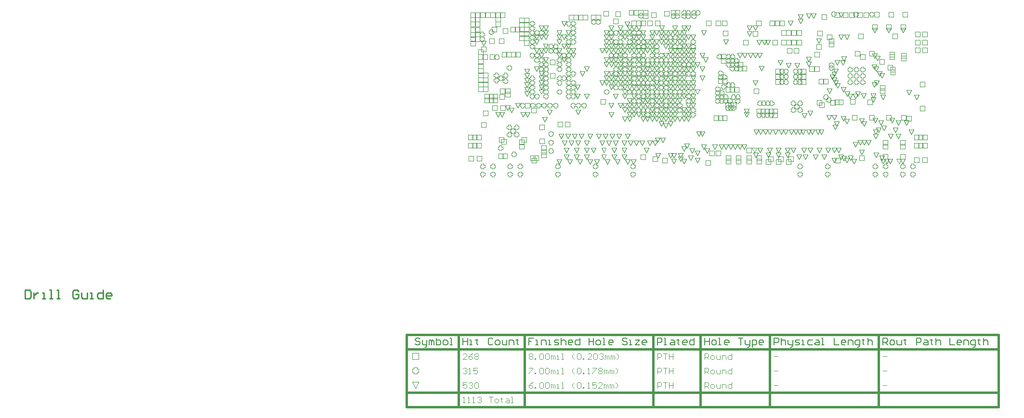
<source format=gbr>
G04 Layer_Color=2752767*
%FSLAX24Y24*%
%MOIN*%
%TF.FileFunction,Drawing*%
%TF.Part,Single*%
G01*
G75*
%TA.AperFunction,NonConductor*%
%ADD55C,0.0100*%
%ADD93C,0.0040*%
%ADD156C,0.0150*%
%ADD162C,0.0033*%
%ADD163C,0.0064*%
D55*
X-30400Y-7600D02*
Y-8200D01*
X-30100D01*
X-30000Y-8100D01*
Y-7700D01*
X-30100Y-7600D01*
X-30400D01*
X-29800Y-7800D02*
Y-8200D01*
Y-8000D01*
X-29700Y-7900D01*
X-29600Y-7800D01*
X-29500D01*
X-29200Y-8200D02*
X-29000D01*
X-29100D01*
Y-7800D01*
X-29200D01*
X-28701Y-8200D02*
X-28501D01*
X-28601D01*
Y-7600D01*
X-28701D01*
X-28201Y-8200D02*
X-28001D01*
X-28101D01*
Y-7600D01*
X-28201D01*
X-26701Y-7700D02*
X-26801Y-7600D01*
X-27001D01*
X-27101Y-7700D01*
Y-8100D01*
X-27001Y-8200D01*
X-26801D01*
X-26701Y-8100D01*
Y-7900D01*
X-26901D01*
X-26501Y-7800D02*
Y-8100D01*
X-26401Y-8200D01*
X-26101D01*
Y-7800D01*
X-25901Y-8200D02*
X-25702D01*
X-25801D01*
Y-7800D01*
X-25901D01*
X-25002Y-7600D02*
Y-8200D01*
X-25302D01*
X-25402Y-8100D01*
Y-7900D01*
X-25302Y-7800D01*
X-25002D01*
X-24502Y-8200D02*
X-24702D01*
X-24802Y-8100D01*
Y-7900D01*
X-24702Y-7800D01*
X-24502D01*
X-24402Y-7900D01*
Y-8000D01*
X-24802D01*
D93*
X-3603Y-12417D02*
X-3158D01*
Y-11973D01*
X-3603D02*
X-3158D01*
X-3603Y-12417D02*
Y-11973D01*
Y-13306D02*
X-3491D01*
X-3603D02*
Y-13084D01*
X-3491D01*
Y-12973D01*
X-3269D01*
Y-13084D02*
Y-12973D01*
Y-13084D02*
X-3158D01*
Y-13306D02*
Y-13084D01*
X-3269Y-13306D02*
X-3158D01*
X-3269Y-13417D02*
Y-13306D01*
X-3491Y-13417D02*
X-3269D01*
X-3491D02*
Y-13306D01*
X-3380Y-14417D02*
X-3158Y-13973D01*
X-3603D02*
X-3158D01*
X-3603D02*
X-3380Y-14417D01*
X28966Y-12217D02*
X29233D01*
X28966Y-13217D02*
X29233D01*
X28966Y-14217D02*
X29233D01*
X21440Y-12217D02*
X21707D01*
X21440Y-13217D02*
X21707D01*
X21440Y-14217D02*
X21707D01*
X16634Y-12417D02*
Y-12017D01*
X16834D01*
X16900Y-12084D01*
Y-12217D01*
X16834Y-12284D01*
X16634D01*
X16767D02*
X16900Y-12417D01*
X17100D02*
X17233D01*
X17300Y-12351D01*
Y-12217D01*
X17233Y-12151D01*
X17100D01*
X17033Y-12217D01*
Y-12351D01*
X17100Y-12417D01*
X17433Y-12151D02*
Y-12351D01*
X17500Y-12417D01*
X17700D01*
Y-12151D01*
X17833Y-12417D02*
Y-12151D01*
X18033D01*
X18100Y-12217D01*
Y-12417D01*
X18500Y-12017D02*
Y-12417D01*
X18300D01*
X18233Y-12351D01*
Y-12217D01*
X18300Y-12151D01*
X18500D01*
X16634Y-13417D02*
Y-13017D01*
X16834D01*
X16900Y-13084D01*
Y-13217D01*
X16834Y-13284D01*
X16634D01*
X16767D02*
X16900Y-13417D01*
X17100D02*
X17233D01*
X17300Y-13351D01*
Y-13217D01*
X17233Y-13151D01*
X17100D01*
X17033Y-13217D01*
Y-13351D01*
X17100Y-13417D01*
X17433Y-13151D02*
Y-13351D01*
X17500Y-13417D01*
X17700D01*
Y-13151D01*
X17833Y-13417D02*
Y-13151D01*
X18033D01*
X18100Y-13217D01*
Y-13417D01*
X18500Y-13017D02*
Y-13417D01*
X18300D01*
X18233Y-13351D01*
Y-13217D01*
X18300Y-13151D01*
X18500D01*
X16634Y-14417D02*
Y-14017D01*
X16834D01*
X16900Y-14084D01*
Y-14217D01*
X16834Y-14284D01*
X16634D01*
X16767D02*
X16900Y-14417D01*
X17100D02*
X17233D01*
X17300Y-14351D01*
Y-14217D01*
X17233Y-14151D01*
X17100D01*
X17033Y-14217D01*
Y-14351D01*
X17100Y-14417D01*
X17433Y-14151D02*
Y-14351D01*
X17500Y-14417D01*
X17700D01*
Y-14151D01*
X17833Y-14417D02*
Y-14151D01*
X18033D01*
X18100Y-14217D01*
Y-14417D01*
X18500Y-14017D02*
Y-14417D01*
X18300D01*
X18233Y-14351D01*
Y-14217D01*
X18300Y-14151D01*
X18500D01*
X13346Y-12417D02*
Y-12017D01*
X13546D01*
X13613Y-12084D01*
Y-12217D01*
X13546Y-12284D01*
X13346D01*
X13746Y-12017D02*
X14013D01*
X13880D01*
Y-12417D01*
X14146Y-12017D02*
Y-12417D01*
Y-12217D01*
X14413D01*
Y-12017D01*
Y-12417D01*
X13346Y-13417D02*
Y-13017D01*
X13546D01*
X13613Y-13084D01*
Y-13217D01*
X13546Y-13284D01*
X13346D01*
X13746Y-13017D02*
X14013D01*
X13880D01*
Y-13417D01*
X14146Y-13017D02*
Y-13417D01*
Y-13217D01*
X14413D01*
Y-13017D01*
Y-13417D01*
X13346Y-14417D02*
Y-14017D01*
X13546D01*
X13613Y-14084D01*
Y-14217D01*
X13546Y-14284D01*
X13346D01*
X13746Y-14017D02*
X14013D01*
X13880D01*
Y-14417D01*
X14146Y-14017D02*
Y-14417D01*
Y-14217D01*
X14413D01*
Y-14017D01*
Y-14417D01*
X4461Y-12084D02*
X4528Y-12017D01*
X4661D01*
X4728Y-12084D01*
Y-12151D01*
X4661Y-12217D01*
X4728Y-12284D01*
Y-12351D01*
X4661Y-12417D01*
X4528D01*
X4461Y-12351D01*
Y-12284D01*
X4528Y-12217D01*
X4461Y-12151D01*
Y-12084D01*
X4528Y-12217D02*
X4661D01*
X4861Y-12417D02*
Y-12351D01*
X4928D01*
Y-12417D01*
X4861D01*
X5194Y-12084D02*
X5261Y-12017D01*
X5394D01*
X5461Y-12084D01*
Y-12351D01*
X5394Y-12417D01*
X5261D01*
X5194Y-12351D01*
Y-12084D01*
X5594D02*
X5661Y-12017D01*
X5794D01*
X5861Y-12084D01*
Y-12351D01*
X5794Y-12417D01*
X5661D01*
X5594Y-12351D01*
Y-12084D01*
X5994Y-12417D02*
Y-12151D01*
X6061D01*
X6127Y-12217D01*
Y-12417D01*
Y-12217D01*
X6194Y-12151D01*
X6261Y-12217D01*
Y-12417D01*
X6394D02*
X6527D01*
X6460D01*
Y-12151D01*
X6394D01*
X6727Y-12417D02*
X6860D01*
X6794D01*
Y-12017D01*
X6727D01*
X7593Y-12417D02*
X7460Y-12284D01*
Y-12151D01*
X7593Y-12017D01*
X7793Y-12084D02*
X7860Y-12017D01*
X7993D01*
X8060Y-12084D01*
Y-12351D01*
X7993Y-12417D01*
X7860D01*
X7793Y-12351D01*
Y-12084D01*
X8193Y-12417D02*
Y-12351D01*
X8260D01*
Y-12417D01*
X8193D01*
X8793D02*
X8526D01*
X8793Y-12151D01*
Y-12084D01*
X8726Y-12017D01*
X8593D01*
X8526Y-12084D01*
X8926D02*
X8993Y-12017D01*
X9126D01*
X9193Y-12084D01*
Y-12351D01*
X9126Y-12417D01*
X8993D01*
X8926Y-12351D01*
Y-12084D01*
X9326D02*
X9393Y-12017D01*
X9526D01*
X9593Y-12084D01*
Y-12151D01*
X9526Y-12217D01*
X9459D01*
X9526D01*
X9593Y-12284D01*
Y-12351D01*
X9526Y-12417D01*
X9393D01*
X9326Y-12351D01*
X9726Y-12417D02*
Y-12151D01*
X9793D01*
X9859Y-12217D01*
Y-12417D01*
Y-12217D01*
X9926Y-12151D01*
X9993Y-12217D01*
Y-12417D01*
X10126D02*
Y-12151D01*
X10193D01*
X10259Y-12217D01*
Y-12417D01*
Y-12217D01*
X10326Y-12151D01*
X10393Y-12217D01*
Y-12417D01*
X10526D02*
X10659Y-12284D01*
Y-12151D01*
X10526Y-12017D01*
X4461Y-13017D02*
X4728D01*
Y-13084D01*
X4461Y-13351D01*
Y-13417D01*
X4861D02*
Y-13351D01*
X4928D01*
Y-13417D01*
X4861D01*
X5194Y-13084D02*
X5261Y-13017D01*
X5394D01*
X5461Y-13084D01*
Y-13351D01*
X5394Y-13417D01*
X5261D01*
X5194Y-13351D01*
Y-13084D01*
X5594D02*
X5661Y-13017D01*
X5794D01*
X5861Y-13084D01*
Y-13351D01*
X5794Y-13417D01*
X5661D01*
X5594Y-13351D01*
Y-13084D01*
X5994Y-13417D02*
Y-13151D01*
X6061D01*
X6127Y-13217D01*
Y-13417D01*
Y-13217D01*
X6194Y-13151D01*
X6261Y-13217D01*
Y-13417D01*
X6394D02*
X6527D01*
X6460D01*
Y-13151D01*
X6394D01*
X6727Y-13417D02*
X6860D01*
X6794D01*
Y-13017D01*
X6727D01*
X7593Y-13417D02*
X7460Y-13284D01*
Y-13151D01*
X7593Y-13017D01*
X7793Y-13084D02*
X7860Y-13017D01*
X7993D01*
X8060Y-13084D01*
Y-13351D01*
X7993Y-13417D01*
X7860D01*
X7793Y-13351D01*
Y-13084D01*
X8193Y-13417D02*
Y-13351D01*
X8260D01*
Y-13417D01*
X8193D01*
X8526D02*
X8660D01*
X8593D01*
Y-13017D01*
X8526Y-13084D01*
X8860Y-13017D02*
X9126D01*
Y-13084D01*
X8860Y-13351D01*
Y-13417D01*
X9260Y-13084D02*
X9326Y-13017D01*
X9459D01*
X9526Y-13084D01*
Y-13151D01*
X9459Y-13217D01*
X9526Y-13284D01*
Y-13351D01*
X9459Y-13417D01*
X9326D01*
X9260Y-13351D01*
Y-13284D01*
X9326Y-13217D01*
X9260Y-13151D01*
Y-13084D01*
X9326Y-13217D02*
X9459D01*
X9659Y-13417D02*
Y-13151D01*
X9726D01*
X9793Y-13217D01*
Y-13417D01*
Y-13217D01*
X9859Y-13151D01*
X9926Y-13217D01*
Y-13417D01*
X10059D02*
Y-13151D01*
X10126D01*
X10193Y-13217D01*
Y-13417D01*
Y-13217D01*
X10259Y-13151D01*
X10326Y-13217D01*
Y-13417D01*
X10459D02*
X10592Y-13284D01*
Y-13151D01*
X10459Y-13017D01*
X4728Y-14017D02*
X4594Y-14084D01*
X4461Y-14217D01*
Y-14351D01*
X4528Y-14417D01*
X4661D01*
X4728Y-14351D01*
Y-14284D01*
X4661Y-14217D01*
X4461D01*
X4861Y-14417D02*
Y-14351D01*
X4928D01*
Y-14417D01*
X4861D01*
X5194Y-14084D02*
X5261Y-14017D01*
X5394D01*
X5461Y-14084D01*
Y-14351D01*
X5394Y-14417D01*
X5261D01*
X5194Y-14351D01*
Y-14084D01*
X5594D02*
X5661Y-14017D01*
X5794D01*
X5861Y-14084D01*
Y-14351D01*
X5794Y-14417D01*
X5661D01*
X5594Y-14351D01*
Y-14084D01*
X5994Y-14417D02*
Y-14151D01*
X6061D01*
X6127Y-14217D01*
Y-14417D01*
Y-14217D01*
X6194Y-14151D01*
X6261Y-14217D01*
Y-14417D01*
X6394D02*
X6527D01*
X6460D01*
Y-14151D01*
X6394D01*
X6727Y-14417D02*
X6860D01*
X6794D01*
Y-14017D01*
X6727D01*
X7593Y-14417D02*
X7460Y-14284D01*
Y-14151D01*
X7593Y-14017D01*
X7793Y-14084D02*
X7860Y-14017D01*
X7993D01*
X8060Y-14084D01*
Y-14351D01*
X7993Y-14417D01*
X7860D01*
X7793Y-14351D01*
Y-14084D01*
X8193Y-14417D02*
Y-14351D01*
X8260D01*
Y-14417D01*
X8193D01*
X8526D02*
X8660D01*
X8593D01*
Y-14017D01*
X8526Y-14084D01*
X9126Y-14017D02*
X8860D01*
Y-14217D01*
X8993Y-14151D01*
X9060D01*
X9126Y-14217D01*
Y-14351D01*
X9060Y-14417D01*
X8926D01*
X8860Y-14351D01*
X9526Y-14417D02*
X9260D01*
X9526Y-14151D01*
Y-14084D01*
X9459Y-14017D01*
X9326D01*
X9260Y-14084D01*
X9659Y-14417D02*
Y-14151D01*
X9726D01*
X9793Y-14217D01*
Y-14417D01*
Y-14217D01*
X9859Y-14151D01*
X9926Y-14217D01*
Y-14417D01*
X10059D02*
Y-14151D01*
X10126D01*
X10193Y-14217D01*
Y-14417D01*
Y-14217D01*
X10259Y-14151D01*
X10326Y-14217D01*
Y-14417D01*
X10459D02*
X10592Y-14284D01*
Y-14151D01*
X10459Y-14017D01*
X-106Y-15417D02*
X28D01*
X-39D01*
Y-15017D01*
X-106Y-15084D01*
X228Y-15417D02*
X361D01*
X294D01*
Y-15017D01*
X228Y-15084D01*
X561Y-15417D02*
X694D01*
X627D01*
Y-15017D01*
X561Y-15084D01*
X894D02*
X961Y-15017D01*
X1094D01*
X1161Y-15084D01*
Y-15151D01*
X1094Y-15217D01*
X1027D01*
X1094D01*
X1161Y-15284D01*
Y-15351D01*
X1094Y-15417D01*
X961D01*
X894Y-15351D01*
X1694Y-15017D02*
X1960D01*
X1827D01*
Y-15417D01*
X2160D02*
X2294D01*
X2360Y-15351D01*
Y-15217D01*
X2294Y-15151D01*
X2160D01*
X2094Y-15217D01*
Y-15351D01*
X2160Y-15417D01*
X2560Y-15084D02*
Y-15151D01*
X2493D01*
X2627D01*
X2560D01*
Y-15351D01*
X2627Y-15417D01*
X2893Y-15151D02*
X3027D01*
X3093Y-15217D01*
Y-15417D01*
X2893D01*
X2827Y-15351D01*
X2893Y-15284D01*
X3093D01*
X3227Y-15417D02*
X3360D01*
X3293D01*
Y-15017D01*
X3227D01*
X161Y-12417D02*
X-106D01*
X161Y-12151D01*
Y-12084D01*
X94Y-12017D01*
X-39D01*
X-106Y-12084D01*
X561Y-12017D02*
X427Y-12084D01*
X294Y-12217D01*
Y-12351D01*
X361Y-12417D01*
X494D01*
X561Y-12351D01*
Y-12284D01*
X494Y-12217D01*
X294D01*
X694Y-12084D02*
X761Y-12017D01*
X894D01*
X961Y-12084D01*
Y-12151D01*
X894Y-12217D01*
X961Y-12284D01*
Y-12351D01*
X894Y-12417D01*
X761D01*
X694Y-12351D01*
Y-12284D01*
X761Y-12217D01*
X694Y-12151D01*
Y-12084D01*
X761Y-12217D02*
X894D01*
X-106Y-13084D02*
X-39Y-13017D01*
X94D01*
X161Y-13084D01*
Y-13151D01*
X94Y-13217D01*
X28D01*
X94D01*
X161Y-13284D01*
Y-13351D01*
X94Y-13417D01*
X-39D01*
X-106Y-13351D01*
X294Y-13417D02*
X427D01*
X361D01*
Y-13017D01*
X294Y-13084D01*
X894Y-13017D02*
X627D01*
Y-13217D01*
X761Y-13151D01*
X827D01*
X894Y-13217D01*
Y-13351D01*
X827Y-13417D01*
X694D01*
X627Y-13351D01*
X161Y-14017D02*
X-106D01*
Y-14217D01*
X28Y-14151D01*
X94D01*
X161Y-14217D01*
Y-14351D01*
X94Y-14417D01*
X-39D01*
X-106Y-14351D01*
X294Y-14084D02*
X361Y-14017D01*
X494D01*
X561Y-14084D01*
Y-14151D01*
X494Y-14217D01*
X427D01*
X494D01*
X561Y-14284D01*
Y-14351D01*
X494Y-14417D01*
X361D01*
X294Y-14351D01*
X694Y-14084D02*
X761Y-14017D01*
X894D01*
X961Y-14084D01*
Y-14351D01*
X894Y-14417D01*
X761D01*
X694Y-14351D01*
Y-14084D01*
D156*
X-3993Y-11717D02*
X36972D01*
X-3993Y-14717D02*
X36972D01*
X-3993Y-15717D02*
X36972D01*
Y-10717D01*
X-3993D02*
X36972D01*
X-3993Y-15717D02*
Y-10717D01*
X28666Y-15717D02*
Y-10717D01*
X21140Y-15717D02*
Y-10717D01*
X16334Y-15717D02*
Y-10717D01*
X13046Y-15717D02*
Y-10717D01*
X4161Y-15717D02*
Y-10717D01*
X-406Y-15717D02*
Y-10717D01*
D162*
X25591Y1881D02*
X25757Y2214D01*
X25424D02*
X25757D01*
X25424D02*
X25591Y1881D01*
X25906D02*
X26072Y2214D01*
X25739D02*
X26072D01*
X25739D02*
X25906Y1881D01*
X25157D02*
X25324Y2214D01*
X24991D02*
X25324D01*
X24991D02*
X25157Y1881D01*
X22913Y3140D02*
X23080Y3474D01*
X22747D02*
X23080D01*
X22747D02*
X22913Y3140D01*
X22638D02*
X22804Y3474D01*
X22471D02*
X22804D01*
X22471D02*
X22638Y3140D01*
X22244D02*
X22411Y3474D01*
X22077D02*
X22411D01*
X22077D02*
X22244Y3140D01*
X21929D02*
X22096Y3474D01*
X21762D02*
X22096D01*
X21762D02*
X21929Y3140D01*
X21535D02*
X21702Y3474D01*
X21369D02*
X21702D01*
X21369D02*
X21535Y3140D01*
X21142D02*
X21308Y3474D01*
X20975D02*
X21308D01*
X20975D02*
X21142Y3140D01*
X20827D02*
X20993Y3474D01*
X20660D02*
X20993D01*
X20660D02*
X20827Y3140D01*
X20512D02*
X20678Y3474D01*
X20345D02*
X20678D01*
X20345D02*
X20512Y3140D01*
X20197D02*
X20364Y3474D01*
X20030D02*
X20364D01*
X20030D02*
X20197Y3140D01*
X21024Y1566D02*
X21190Y1899D01*
X20857D02*
X21190D01*
X20857D02*
X21024Y1566D01*
X17323Y2117D02*
X17490Y2450D01*
X17156D02*
X17490D01*
X17156D02*
X17323Y2117D01*
X17795D02*
X17962Y2450D01*
X17629D02*
X17962D01*
X17629D02*
X17795Y2117D01*
X18110D02*
X18277Y2450D01*
X17944D02*
X18277D01*
X17944D02*
X18110Y2117D01*
X18425D02*
X18592Y2450D01*
X18259D02*
X18592D01*
X18259D02*
X18425Y2117D01*
X18740D02*
X18907Y2450D01*
X18573D02*
X18907D01*
X18573D02*
X18740Y2117D01*
X19055D02*
X19222Y2450D01*
X18888D02*
X19222D01*
X18888D02*
X19055Y2117D01*
X19370D02*
X19537Y2450D01*
X19203D02*
X19537D01*
X19203D02*
X19370Y2117D01*
X20079Y1881D02*
X20245Y2214D01*
X19912D02*
X20245D01*
X19912D02*
X20079Y1881D01*
X20157Y1566D02*
X20324Y1899D01*
X19991D02*
X20324D01*
X19991D02*
X20157Y1566D01*
X20472Y1881D02*
X20639Y2214D01*
X20306D02*
X20639D01*
X20306D02*
X20472Y1881D01*
X20857Y1093D02*
X21190D01*
Y1427D01*
X20857D02*
X21190D01*
X20857Y1093D02*
Y1427D01*
X21142Y1881D02*
X21308Y2214D01*
X20975D02*
X21308D01*
X20975D02*
X21142Y1881D01*
X21732Y1566D02*
X21899Y1899D01*
X21566D02*
X21899D01*
X21566D02*
X21732Y1566D01*
X22362Y1881D02*
X22529Y2214D01*
X22196D02*
X22529D01*
X22196D02*
X22362Y1881D01*
Y1566D02*
X22529Y1899D01*
X22196D02*
X22529D01*
X22196D02*
X22362Y1566D01*
X21732Y1881D02*
X21899Y2214D01*
X21566D02*
X21899D01*
X21566D02*
X21732Y1881D01*
X22756D02*
X22923Y2214D01*
X22589D02*
X22923D01*
X22589D02*
X22756Y1881D01*
X23504D02*
X23671Y2214D01*
X23337D02*
X23671D01*
X23337D02*
X23504Y1881D01*
X23583Y1408D02*
X23749Y1741D01*
X23416D02*
X23749D01*
X23416D02*
X23583Y1408D01*
X23150D02*
X23316Y1741D01*
X22983D02*
X23316D01*
X22983D02*
X23150Y1408D01*
X24291D02*
X24458Y1741D01*
X24125D02*
X24458D01*
X24125D02*
X24291Y1408D01*
X24567Y1881D02*
X24734Y2214D01*
X24400D02*
X24734D01*
X24400D02*
X24567Y1881D01*
X23937D02*
X24104Y2214D01*
X23770D02*
X24104D01*
X23770D02*
X23937Y1881D01*
X24882Y1408D02*
X25049Y1741D01*
X24715D02*
X25049D01*
X24715D02*
X24882Y1408D01*
X16811Y1841D02*
X16978Y2175D01*
X16644D02*
X16978D01*
X16644D02*
X16811Y1841D01*
X16575Y2117D02*
X16741Y2450D01*
X16408D02*
X16741D01*
X16408D02*
X16575Y2117D01*
X15748Y1841D02*
X15915Y2175D01*
X15581D02*
X15915D01*
X15581D02*
X15748Y1841D01*
X16142Y1684D02*
X16308Y2017D01*
X15975D02*
X16308D01*
X15975D02*
X16142Y1684D01*
X13189Y2392D02*
X13356Y2726D01*
X13022D02*
X13356D01*
X13022D02*
X13189Y2392D01*
X13346Y2589D02*
X13513Y2923D01*
X13180D02*
X13513D01*
X13180D02*
X13346Y2589D01*
X12598Y1881D02*
X12765Y2214D01*
X12432D02*
X12765D01*
X12432D02*
X12598Y1881D01*
X12835Y2392D02*
X13001Y2726D01*
X12668D02*
X13001D01*
X12668D02*
X12835Y2392D01*
X11496D02*
X11663Y2726D01*
X11329D02*
X11663D01*
X11329D02*
X11496Y2392D01*
X11693Y1093D02*
X11860Y1427D01*
X11526D02*
X11860D01*
X11526D02*
X11693Y1093D01*
X11890Y2392D02*
X12056Y2726D01*
X11723D02*
X12056D01*
X11723D02*
X11890Y2392D01*
X12283D02*
X12450Y2726D01*
X12117D02*
X12450D01*
X12117D02*
X12283Y2392D01*
X11299Y2865D02*
X11466Y3198D01*
X11133D02*
X11466D01*
X11133D02*
X11299Y2865D01*
X11063Y1881D02*
X11230Y2214D01*
X10896D02*
X11230D01*
X10896D02*
X11063Y1881D01*
Y2392D02*
X11230Y2726D01*
X10896D02*
X11230D01*
X10896D02*
X11063Y2392D01*
X10354Y1881D02*
X10521Y2214D01*
X10188D02*
X10521D01*
X10188D02*
X10354Y1881D01*
X9646D02*
X9812Y2214D01*
X9479D02*
X9812D01*
X9479D02*
X9646Y1881D01*
X8937D02*
X9104Y2214D01*
X8770D02*
X9104D01*
X8770D02*
X8937Y1881D01*
X8701Y2865D02*
X8867Y3198D01*
X8534D02*
X8867D01*
X8534D02*
X8701Y2865D01*
X8465Y2392D02*
X8631Y2726D01*
X8298D02*
X8631D01*
X8298D02*
X8465Y2392D01*
Y1881D02*
X8631Y2214D01*
X8298D02*
X8631D01*
X8298D02*
X8465Y1881D01*
X7756D02*
X7923Y2214D01*
X7589D02*
X7923D01*
X7589D02*
X7756Y1881D01*
X7047D02*
X7214Y2214D01*
X6881D02*
X7214D01*
X6881D02*
X7047Y1881D01*
X10472Y2392D02*
X10639Y2726D01*
X10306D02*
X10639D01*
X10306D02*
X10472Y2392D01*
X10000D02*
X10167Y2726D01*
X9833D02*
X10167D01*
X9833D02*
X10000Y2392D01*
X9528D02*
X9694Y2726D01*
X9361D02*
X9694D01*
X9361D02*
X9528Y2392D01*
X7874D02*
X8041Y2726D01*
X7707D02*
X8041D01*
X7707D02*
X7874Y2392D01*
X7402D02*
X7568Y2726D01*
X7235D02*
X7568D01*
X7235D02*
X7402Y2392D01*
X6929D02*
X7096Y2726D01*
X6762D02*
X7096D01*
X6762D02*
X6929Y2392D01*
X17825Y10699D02*
X18159D01*
Y11033D01*
X17825D02*
X18159D01*
X17825Y10699D02*
Y11033D01*
X30748Y5896D02*
X30915Y6230D01*
X30581D02*
X30915D01*
X30581D02*
X30748Y5896D01*
X30591Y3770D02*
X30757Y4104D01*
X30424D02*
X30757D01*
X30424D02*
X30591Y3770D01*
X30945Y3140D02*
X31112Y3474D01*
X30778D02*
X31112D01*
X30778D02*
X30945Y3140D01*
X22983Y10030D02*
X23316D01*
Y10364D01*
X22983D02*
X23316D01*
X22983Y10030D02*
Y10364D01*
X22629Y10030D02*
X22962D01*
Y10364D01*
X22629D02*
X22962D01*
X22629Y10030D02*
Y10364D01*
X22274Y10030D02*
X22608D01*
Y10364D01*
X22274D02*
X22608D01*
X22274Y10030D02*
Y10364D01*
X21920Y10030D02*
X22253D01*
Y10364D01*
X21920D02*
X22253D01*
X21920Y10030D02*
Y10364D01*
X22983Y9361D02*
X23316D01*
Y9694D01*
X22983D02*
X23316D01*
X22983Y9361D02*
Y9694D01*
X22629Y9361D02*
X22962D01*
Y9694D01*
X22629D02*
X22962D01*
X22629Y9361D02*
Y9694D01*
X22274Y9361D02*
X22608D01*
Y9694D01*
X22274D02*
X22608D01*
X22274Y9361D02*
Y9694D01*
X21920Y9361D02*
X22253D01*
Y9694D01*
X21920D02*
X22253D01*
X21920Y9361D02*
Y9694D01*
X22786Y8770D02*
X23119D01*
Y9104D01*
X22786D02*
X23119D01*
X22786Y8770D02*
Y9104D01*
X22314Y8770D02*
X22647D01*
Y9104D01*
X22314D02*
X22647D01*
X22314Y8770D02*
Y9104D01*
X21133Y10699D02*
X21466D01*
Y11033D01*
X21133D02*
X21466D01*
X21133Y10699D02*
Y11033D01*
X21487Y10699D02*
X21820D01*
Y11033D01*
X21487D02*
X21820D01*
X21487Y10699D02*
Y11033D01*
X22559Y10699D02*
X22726Y11033D01*
X22392D02*
X22726D01*
X22392D02*
X22559Y10699D01*
X21802D02*
X22135D01*
Y11033D01*
X21802D02*
X22135D01*
X21802Y10699D02*
Y11033D01*
X23031Y7747D02*
X23198Y8080D01*
X22865D02*
X23198D01*
X22865D02*
X23031Y7747D01*
X21870Y7944D02*
X22037Y8277D01*
X21703D02*
X22037D01*
X21703D02*
X21870Y7944D01*
X22441Y7747D02*
X22608Y8080D01*
X22274D02*
X22608D01*
X22274D02*
X22441Y7747D01*
X12047Y10345D02*
X12214Y10678D01*
X11881D02*
X12214D01*
X11881D02*
X12047Y10345D01*
X11732D02*
X11899Y10678D01*
X11566D02*
X11899D01*
X11566D02*
X11732Y10345D01*
X24243Y8534D02*
X24576D01*
Y8867D01*
X24243D02*
X24576D01*
X24243Y8534D02*
Y8867D01*
Y7510D02*
X24576D01*
Y7844D01*
X24243D02*
X24576D01*
X24243Y7510D02*
Y7844D01*
X23849Y7510D02*
X24182D01*
Y7844D01*
X23849D02*
X24182D01*
X23849Y7510D02*
Y7844D01*
X11732Y9715D02*
X11899Y10049D01*
X11566D02*
X11899D01*
X11566D02*
X11732Y9715D01*
X11417Y9085D02*
X11584Y9419D01*
X11251D02*
X11584D01*
X11251D02*
X11417Y9085D01*
X23268Y11133D02*
X23434Y11466D01*
X23101D02*
X23434D01*
X23101D02*
X23268Y11133D01*
Y10818D02*
X23434Y11151D01*
X23101D02*
X23434D01*
X23101D02*
X23268Y10818D01*
X12362Y10030D02*
X12529Y10364D01*
X12196D02*
X12529D01*
X12196D02*
X12362Y10030D01*
X11417Y10345D02*
X11584Y10678D01*
X11251D02*
X11584D01*
X11251D02*
X11417Y10345D01*
X23819Y7865D02*
X23986Y8198D01*
X23652D02*
X23986D01*
X23652D02*
X23819Y7865D01*
Y8180D02*
X23986Y8513D01*
X23652D02*
X23986D01*
X23652D02*
X23819Y8180D01*
Y11172D02*
X23986Y11505D01*
X23652D02*
X23986D01*
X23652D02*
X23819Y11172D01*
X24173D02*
X24340Y11505D01*
X24007D02*
X24340D01*
X24007D02*
X24173Y11172D01*
X20188Y10699D02*
X20521D01*
Y11033D01*
X20188D02*
X20521D01*
X20188Y10699D02*
Y11033D01*
X29636Y9794D02*
X29970D01*
Y10127D01*
X29636D02*
X29970D01*
X29636Y9794D02*
Y10127D01*
X27274Y9794D02*
X27608D01*
Y10127D01*
X27274D02*
X27608D01*
X27274Y9794D02*
Y10127D01*
X26063Y9715D02*
X26230Y10049D01*
X25896D02*
X26230D01*
X25896D02*
X26063Y9715D01*
X26457D02*
X26623Y10049D01*
X26290D02*
X26623D01*
X26290D02*
X26457Y9715D01*
X27038Y8573D02*
X27371D01*
Y8907D01*
X27038D02*
X27371D01*
X27038Y8573D02*
Y8907D01*
X26457Y3888D02*
X26623Y4222D01*
X26290D02*
X26623D01*
X26290D02*
X26457Y3888D01*
X26220Y4085D02*
X26387Y4419D01*
X26054D02*
X26387D01*
X26054D02*
X26220Y4085D01*
X30227Y4164D02*
X30560D01*
Y4497D01*
X30227D02*
X30560D01*
X30227Y4164D02*
Y4497D01*
X29203Y4164D02*
X29537D01*
Y4497D01*
X29203D02*
X29537D01*
X29203Y4164D02*
Y4497D01*
X28022Y4164D02*
X28356D01*
Y4497D01*
X28022D02*
X28356D01*
X28022Y4164D02*
Y4497D01*
X26841Y4164D02*
X27175D01*
Y4497D01*
X26841D02*
X27175D01*
X26841Y4164D02*
Y4497D01*
X30581Y4085D02*
X30915D01*
Y4419D01*
X30581D02*
X30915D01*
X30581Y4085D02*
Y4419D01*
X27677Y3731D02*
X27844Y4064D01*
X27510D02*
X27844D01*
X27510D02*
X27677Y3731D01*
X27480Y3928D02*
X27647Y4261D01*
X27314D02*
X27647D01*
X27314D02*
X27480Y3928D01*
X29606Y3967D02*
X29773Y4301D01*
X29440D02*
X29773D01*
X29440D02*
X29606Y3967D01*
X28819Y3770D02*
X28986Y4104D01*
X28652D02*
X28986D01*
X28652D02*
X28819Y3770D01*
X28425Y3967D02*
X28592Y4301D01*
X28259D02*
X28592D01*
X28259D02*
X28425Y3967D01*
X30039Y3770D02*
X30206Y4104D01*
X29873D02*
X30206D01*
X29873D02*
X30039Y3770D01*
X26703Y5247D02*
X27037D01*
Y5580D01*
X26703D02*
X27037D01*
X26703Y5247D02*
Y5580D01*
X27904Y5227D02*
X28238D01*
Y5560D01*
X27904D02*
X28238D01*
X27904Y5227D02*
Y5560D01*
X25621Y5227D02*
X25954D01*
Y5560D01*
X25621D02*
X25954D01*
X25621Y5227D02*
Y5560D01*
X25857Y5227D02*
X26190D01*
Y5560D01*
X25857D02*
X26190D01*
X25857Y5227D02*
Y5560D01*
X25591Y4164D02*
X25757Y4497D01*
X25424D02*
X25757D01*
X25424D02*
X25591Y4164D01*
X15197Y1999D02*
X15364Y2332D01*
X15030D02*
X15364D01*
X15030D02*
X15197Y1999D01*
X11417Y4046D02*
X11584Y4379D01*
X11251D02*
X11584D01*
X11251D02*
X11417Y4046D01*
X19518Y1369D02*
X19852D01*
Y1702D01*
X19518D02*
X19852D01*
X19518Y1369D02*
Y1702D01*
X20227Y1133D02*
X20560D01*
Y1466D01*
X20227D02*
X20560D01*
X20227Y1133D02*
Y1466D01*
X19518Y1133D02*
X19852D01*
Y1466D01*
X19518D02*
X19852D01*
X19518Y1133D02*
Y1466D01*
X18810Y1133D02*
X19143D01*
Y1466D01*
X18810D02*
X19143D01*
X18810Y1133D02*
Y1466D01*
X18101Y1133D02*
X18434D01*
Y1466D01*
X18101D02*
X18434D01*
X18101Y1133D02*
Y1466D01*
X16684Y1014D02*
X17017D01*
Y1348D01*
X16684D02*
X17017D01*
X16684Y1014D02*
Y1348D01*
X11396Y11408D02*
X11730D01*
Y11741D01*
X11396D02*
X11730D01*
X11396Y11408D02*
Y11741D01*
X24715Y11133D02*
X25049D01*
Y11466D01*
X24715D02*
X25049D01*
X24715Y11133D02*
Y11466D01*
X30857Y310D02*
X30940D01*
X30857D02*
Y477D01*
X30940D01*
Y560D01*
X31107D01*
Y477D02*
Y560D01*
Y477D02*
X31190D01*
Y310D02*
Y477D01*
X31107Y310D02*
X31190D01*
X31107Y227D02*
Y310D01*
X30940Y227D02*
X31107D01*
X30940D02*
Y310D01*
X30148D02*
X30232D01*
X30148D02*
Y477D01*
X30232D01*
Y560D01*
X30398D01*
Y477D02*
Y560D01*
Y477D02*
X30482D01*
Y310D02*
Y477D01*
X30398Y310D02*
X30482D01*
X30398Y227D02*
Y310D01*
X30232Y227D02*
X30398D01*
X30232D02*
Y310D01*
X28967D02*
X29051D01*
X28967D02*
Y477D01*
X29051D01*
Y560D01*
X29217D01*
Y477D02*
Y560D01*
Y477D02*
X29301D01*
Y310D02*
Y477D01*
X29217Y310D02*
X29301D01*
X29217Y227D02*
Y310D01*
X29051Y227D02*
X29217D01*
X29051D02*
Y310D01*
X28259D02*
X28342D01*
X28259D02*
Y477D01*
X28342D01*
Y560D01*
X28509D01*
Y477D02*
Y560D01*
Y477D02*
X28592D01*
Y310D02*
Y477D01*
X28509Y310D02*
X28592D01*
X28509Y227D02*
Y310D01*
X28342Y227D02*
X28509D01*
X28342D02*
Y310D01*
X24951D02*
X25035D01*
X24951D02*
Y477D01*
X25035D01*
Y560D01*
X25201D01*
Y477D02*
Y560D01*
Y477D02*
X25285D01*
Y310D02*
Y477D01*
X25201Y310D02*
X25285D01*
X25201Y227D02*
Y310D01*
X25035Y227D02*
X25201D01*
X25035D02*
Y310D01*
X23062D02*
X23145D01*
X23062D02*
Y477D01*
X23145D01*
Y560D01*
X23312D01*
Y477D02*
Y560D01*
Y477D02*
X23395D01*
Y310D02*
Y477D01*
X23312Y310D02*
X23395D01*
X23312Y227D02*
Y310D01*
X23145Y227D02*
X23312D01*
X23145D02*
Y310D01*
X1093D02*
X1177D01*
X1093D02*
Y477D01*
X1177D01*
Y560D01*
X1343D01*
Y477D02*
Y560D01*
Y477D02*
X1427D01*
Y310D02*
Y477D01*
X1343Y310D02*
X1427D01*
X1343Y227D02*
Y310D01*
X1177Y227D02*
X1343D01*
X1177D02*
Y310D01*
X1802D02*
X1885D01*
X1802D02*
Y477D01*
X1885D01*
Y560D01*
X2052D01*
Y477D02*
Y560D01*
Y477D02*
X2135D01*
Y310D02*
Y477D01*
X2052Y310D02*
X2135D01*
X2052Y227D02*
Y310D01*
X1885Y227D02*
X2052D01*
X1885D02*
Y310D01*
X2983D02*
X3066D01*
X2983D02*
Y477D01*
X3066D01*
Y560D01*
X3233D01*
Y477D02*
Y560D01*
Y477D02*
X3316D01*
Y310D02*
Y477D01*
X3233Y310D02*
X3316D01*
X3233Y227D02*
Y310D01*
X3066Y227D02*
X3233D01*
X3066D02*
Y310D01*
X3692D02*
X3775D01*
X3692D02*
Y477D01*
X3775D01*
Y560D01*
X3942D01*
Y477D02*
Y560D01*
Y477D02*
X4025D01*
Y310D02*
Y477D01*
X3942Y310D02*
X4025D01*
X3942Y227D02*
Y310D01*
X3775Y227D02*
X3942D01*
X3775D02*
Y310D01*
X6290D02*
X6373D01*
X6290D02*
Y477D01*
X6373D01*
Y560D01*
X6540D01*
Y477D02*
Y560D01*
Y477D02*
X6623D01*
Y310D02*
Y477D01*
X6540Y310D02*
X6623D01*
X6540Y227D02*
Y310D01*
X6373Y227D02*
X6540D01*
X6373D02*
Y310D01*
X8888D02*
X8972D01*
X8888D02*
Y477D01*
X8972D01*
Y560D01*
X9138D01*
Y477D02*
Y560D01*
Y477D02*
X9222D01*
Y310D02*
Y477D01*
X9138Y310D02*
X9222D01*
X9138Y227D02*
Y310D01*
X8972Y227D02*
X9138D01*
X8972D02*
Y310D01*
X11487D02*
X11570D01*
X11487D02*
Y477D01*
X11570D01*
Y560D01*
X11737D01*
Y477D02*
Y560D01*
Y477D02*
X11820D01*
Y310D02*
Y477D01*
X11737Y310D02*
X11820D01*
X11737Y227D02*
Y310D01*
X11570Y227D02*
X11737D01*
X11570D02*
Y310D01*
X15975Y11491D02*
X16058D01*
X15975D02*
Y11658D01*
X16058D01*
Y11741D01*
X16225D01*
Y11658D02*
Y11741D01*
Y11658D02*
X16308D01*
Y11491D02*
Y11658D01*
X16225Y11491D02*
X16308D01*
X16225Y11408D02*
Y11491D01*
X16058Y11408D02*
X16225D01*
X16058D02*
Y11491D01*
X15030D02*
X15114D01*
X15030D02*
Y11658D01*
X15114D01*
Y11741D01*
X15280D01*
Y11658D02*
Y11741D01*
Y11658D02*
X15364D01*
Y11491D02*
Y11658D01*
X15280Y11491D02*
X15364D01*
X15280Y11408D02*
Y11491D01*
X15114Y11408D02*
X15280D01*
X15114D02*
Y11491D01*
X15306D02*
X15389D01*
X15306D02*
Y11658D01*
X15389D01*
Y11741D01*
X15556D01*
Y11658D02*
Y11741D01*
Y11658D02*
X15639D01*
Y11491D02*
Y11658D01*
X15556Y11491D02*
X15639D01*
X15556Y11408D02*
Y11491D01*
X15389Y11408D02*
X15556D01*
X15389D02*
Y11491D01*
X15306Y11255D02*
X15389D01*
X15306D02*
Y11422D01*
X15389D01*
Y11505D01*
X15556D01*
Y11422D02*
Y11505D01*
Y11422D02*
X15639D01*
Y11255D02*
Y11422D01*
X15556Y11255D02*
X15639D01*
X15556Y11172D02*
Y11255D01*
X15389Y11172D02*
X15556D01*
X15389D02*
Y11255D01*
X15030D02*
X15114D01*
X15030D02*
Y11422D01*
X15114D01*
Y11505D01*
X15280D01*
Y11422D02*
Y11505D01*
Y11422D02*
X15364D01*
Y11255D02*
Y11422D01*
X15280Y11255D02*
X15364D01*
X15280Y11172D02*
Y11255D01*
X15114Y11172D02*
X15280D01*
X15114D02*
Y11255D01*
X14282Y11408D02*
X14615D01*
Y11741D01*
X14282D02*
X14615D01*
X14282Y11408D02*
Y11741D01*
X14558Y11408D02*
X14891D01*
Y11741D01*
X14558D02*
X14891D01*
X14558Y11408D02*
Y11741D01*
Y11255D02*
X14641D01*
X14558D02*
Y11422D01*
X14641D01*
Y11505D01*
X14808D01*
Y11422D02*
Y11505D01*
Y11422D02*
X14891D01*
Y11255D02*
Y11422D01*
X14808Y11255D02*
X14891D01*
X14808Y11172D02*
Y11255D01*
X14641Y11172D02*
X14808D01*
X14641D02*
Y11255D01*
X14282D02*
X14365D01*
X14282D02*
Y11422D01*
X14365D01*
Y11505D01*
X14532D01*
Y11422D02*
Y11505D01*
Y11422D02*
X14615D01*
Y11255D02*
Y11422D01*
X14532Y11255D02*
X14615D01*
X14532Y11172D02*
Y11255D01*
X14365Y11172D02*
X14532D01*
X14365D02*
Y11255D01*
X11684Y11408D02*
X12017D01*
Y11741D01*
X11684D02*
X12017D01*
X11684Y11408D02*
Y11741D01*
X12353Y11408D02*
X12686D01*
Y11741D01*
X12353D02*
X12686D01*
X12353Y11408D02*
Y11741D01*
Y11172D02*
X12686D01*
Y11505D01*
X12353D02*
X12686D01*
X12353Y11172D02*
Y11505D01*
X15699Y11491D02*
X15783D01*
X15699D02*
Y11658D01*
X15783D01*
Y11741D01*
X15949D01*
Y11658D02*
Y11741D01*
Y11658D02*
X16033D01*
Y11491D02*
Y11658D01*
X15949Y11491D02*
X16033D01*
X15949Y11408D02*
Y11491D01*
X15783Y11408D02*
X15949D01*
X15783D02*
Y11491D01*
X15699Y11255D02*
X15783D01*
X15699D02*
Y11422D01*
X15783D01*
Y11505D01*
X15949D01*
Y11422D02*
Y11505D01*
Y11422D02*
X16033D01*
Y11255D02*
Y11422D01*
X15949Y11255D02*
X16033D01*
X15949Y11172D02*
Y11255D01*
X15783Y11172D02*
X15949D01*
X15783D02*
Y11255D01*
X9676Y6019D02*
X9759D01*
X9676D02*
Y6186D01*
X9759D01*
Y6269D01*
X9926D01*
Y6186D02*
Y6269D01*
Y6186D02*
X10009D01*
Y6019D02*
Y6186D01*
X9926Y6019D02*
X10009D01*
X9926Y5936D02*
Y6019D01*
X9759Y5936D02*
X9926D01*
X9759D02*
Y6019D01*
X25030Y5468D02*
X25114D01*
X25030D02*
Y5635D01*
X25114D01*
Y5718D01*
X25280D01*
Y5635D02*
Y5718D01*
Y5635D02*
X25364D01*
Y5468D02*
Y5635D01*
X25280Y5468D02*
X25364D01*
X25280Y5385D02*
Y5468D01*
X25114Y5385D02*
X25280D01*
X25114D02*
Y5468D01*
X24833Y5665D02*
X24917D01*
X24833D02*
Y5831D01*
X24917D01*
Y5915D01*
X25083D01*
Y5831D02*
Y5915D01*
Y5831D02*
X25167D01*
Y5665D02*
Y5831D01*
X25083Y5665D02*
X25167D01*
X25083Y5581D02*
Y5665D01*
X24917Y5581D02*
X25083D01*
X24917D02*
Y5665D01*
X28022Y11373D02*
X28106D01*
X28022D02*
Y11540D01*
X28106D01*
Y11623D01*
X28272D01*
Y11540D02*
Y11623D01*
Y11540D02*
X28356D01*
Y11373D02*
Y11540D01*
X28272Y11373D02*
X28356D01*
X28272Y11290D02*
Y11373D01*
X28106Y11290D02*
X28272D01*
X28106D02*
Y11373D01*
X26920D02*
X27003D01*
X26920D02*
Y11540D01*
X27003D01*
Y11623D01*
X27170D01*
Y11540D02*
Y11623D01*
Y11540D02*
X27253D01*
Y11373D02*
Y11540D01*
X27170Y11373D02*
X27253D01*
X27170Y11290D02*
Y11373D01*
X27003Y11290D02*
X27170D01*
X27003D02*
Y11373D01*
X25385Y11413D02*
X25468D01*
X25385D02*
Y11579D01*
X25468D01*
Y11663D01*
X25635D01*
Y11579D02*
Y11663D01*
Y11579D02*
X25718D01*
Y11413D02*
Y11579D01*
X25635Y11413D02*
X25718D01*
X25635Y11329D02*
Y11413D01*
X25468Y11329D02*
X25635D01*
X25468D02*
Y11413D01*
X5739Y5074D02*
X5822D01*
X5739D02*
Y5241D01*
X5822D01*
Y5324D01*
X5989D01*
Y5241D02*
Y5324D01*
Y5241D02*
X6072D01*
Y5074D02*
Y5241D01*
X5989Y5074D02*
X6072D01*
X5989Y4991D02*
Y5074D01*
X5822Y4991D02*
X5989D01*
X5822D02*
Y5074D01*
X5345D02*
X5428D01*
X5345D02*
Y5241D01*
X5428D01*
Y5324D01*
X5595D01*
Y5241D02*
Y5324D01*
Y5241D02*
X5678D01*
Y5074D02*
Y5241D01*
X5595Y5074D02*
X5678D01*
X5595Y4991D02*
Y5074D01*
X5428Y4991D02*
X5595D01*
X5428D02*
Y5074D01*
X4951D02*
X5035D01*
X4951D02*
Y5241D01*
X5035D01*
Y5324D01*
X5201D01*
Y5241D02*
Y5324D01*
Y5241D02*
X5285D01*
Y5074D02*
Y5241D01*
X5201Y5074D02*
X5285D01*
X5201Y4991D02*
Y5074D01*
X5035Y4991D02*
X5201D01*
X5035D02*
Y5074D01*
X4558D02*
X4641D01*
X4558D02*
Y5241D01*
X4641D01*
Y5324D01*
X4808D01*
Y5241D02*
Y5324D01*
Y5241D02*
X4891D01*
Y5074D02*
Y5241D01*
X4808Y5074D02*
X4891D01*
X4808Y4991D02*
Y5074D01*
X4641Y4991D02*
X4808D01*
X4641D02*
Y5074D01*
X8101D02*
X8184D01*
X8101D02*
Y5241D01*
X8184D01*
Y5324D01*
X8351D01*
Y5241D02*
Y5324D01*
Y5241D02*
X8434D01*
Y5074D02*
Y5241D01*
X8351Y5074D02*
X8434D01*
X8351Y4991D02*
Y5074D01*
X8184Y4991D02*
X8351D01*
X8184D02*
Y5074D01*
X7707D02*
X7791D01*
X7707D02*
Y5241D01*
X7791D01*
Y5324D01*
X7957D01*
Y5241D02*
Y5324D01*
Y5241D02*
X8041D01*
Y5074D02*
Y5241D01*
X7957Y5074D02*
X8041D01*
X7957Y4991D02*
Y5074D01*
X7791Y4991D02*
X7957D01*
X7791D02*
Y5074D01*
X7353D02*
X7436D01*
X7353D02*
Y5241D01*
X7436D01*
Y5324D01*
X7603D01*
Y5241D02*
Y5324D01*
Y5241D02*
X7686D01*
Y5074D02*
Y5241D01*
X7603Y5074D02*
X7686D01*
X7603Y4991D02*
Y5074D01*
X7436Y4991D02*
X7603D01*
X7436D02*
Y5074D01*
X26526Y7554D02*
X26610D01*
X26526D02*
Y7721D01*
X26610D01*
Y7804D01*
X26776D01*
Y7721D02*
Y7804D01*
Y7721D02*
X26860D01*
Y7554D02*
Y7721D01*
X26776Y7554D02*
X26860D01*
X26776Y7471D02*
Y7554D01*
X26610Y7471D02*
X26776D01*
X26610D02*
Y7554D01*
X26526Y7121D02*
X26610D01*
X26526D02*
Y7288D01*
X26610D01*
Y7371D01*
X26776D01*
Y7288D02*
Y7371D01*
Y7288D02*
X26860D01*
Y7121D02*
Y7288D01*
X26776Y7121D02*
X26860D01*
X26776Y7038D02*
Y7121D01*
X26610Y7038D02*
X26776D01*
X26610D02*
Y7121D01*
X26526Y6688D02*
X26610D01*
X26526D02*
Y6855D01*
X26610D01*
Y6938D01*
X26776D01*
Y6855D02*
Y6938D01*
Y6855D02*
X26860D01*
Y6688D02*
Y6855D01*
X26776Y6688D02*
X26860D01*
X26776Y6605D02*
Y6688D01*
X26610Y6605D02*
X26776D01*
X26610D02*
Y6688D01*
X26959D02*
X27043D01*
X26959D02*
Y6855D01*
X27043D01*
Y6938D01*
X27209D01*
Y6855D02*
Y6938D01*
Y6855D02*
X27293D01*
Y6688D02*
Y6855D01*
X27209Y6688D02*
X27293D01*
X27209Y6605D02*
Y6688D01*
X27043Y6605D02*
X27209D01*
X27043D02*
Y6688D01*
X26959Y7554D02*
X27043D01*
X26959D02*
Y7721D01*
X27043D01*
Y7804D01*
X27209D01*
Y7721D02*
Y7804D01*
Y7721D02*
X27293D01*
Y7554D02*
Y7721D01*
X27209Y7554D02*
X27293D01*
X27209Y7471D02*
Y7554D01*
X27043Y7471D02*
X27209D01*
X27043D02*
Y7554D01*
X27392D02*
X27476D01*
X27392D02*
Y7721D01*
X27476D01*
Y7804D01*
X27642D01*
Y7721D02*
Y7804D01*
Y7721D02*
X27726D01*
Y7554D02*
Y7721D01*
X27642Y7554D02*
X27726D01*
X27642Y7471D02*
Y7554D01*
X27476Y7471D02*
X27642D01*
X27476D02*
Y7554D01*
X27392Y7121D02*
X27476D01*
X27392D02*
Y7288D01*
X27476D01*
Y7371D01*
X27642D01*
Y7288D02*
Y7371D01*
Y7288D02*
X27726D01*
Y7121D02*
Y7288D01*
X27642Y7121D02*
X27726D01*
X27642Y7038D02*
Y7121D01*
X27476Y7038D02*
X27642D01*
X27476D02*
Y7121D01*
X27392Y6688D02*
X27476D01*
X27392D02*
Y6855D01*
X27476D01*
Y6938D01*
X27642D01*
Y6855D02*
Y6938D01*
Y6855D02*
X27726D01*
Y6688D02*
Y6855D01*
X27642Y6688D02*
X27726D01*
X27642Y6605D02*
Y6688D01*
X27476Y6605D02*
X27642D01*
X27476D02*
Y6688D01*
X26959Y7121D02*
X27043D01*
X26959D02*
Y7288D01*
X27043D01*
Y7371D01*
X27209D01*
Y7288D02*
Y7371D01*
Y7288D02*
X27293D01*
Y7121D02*
Y7288D01*
X27209Y7121D02*
X27293D01*
X27209Y7038D02*
Y7121D01*
X27043Y7038D02*
X27209D01*
X27043D02*
Y7121D01*
X22825Y4995D02*
X22909D01*
X22825D02*
Y5162D01*
X22909D01*
Y5245D01*
X23075D01*
Y5162D02*
Y5245D01*
Y5162D02*
X23159D01*
Y4995D02*
Y5162D01*
X23075Y4995D02*
X23159D01*
X23075Y4912D02*
Y4995D01*
X22909Y4912D02*
X23075D01*
X22909D02*
Y4995D01*
X22589Y5232D02*
X22673D01*
X22589D02*
Y5398D01*
X22673D01*
Y5482D01*
X22839D01*
Y5398D02*
Y5482D01*
Y5398D02*
X22923D01*
Y5232D02*
Y5398D01*
X22839Y5232D02*
X22923D01*
X22839Y5148D02*
Y5232D01*
X22673Y5148D02*
X22839D01*
X22673D02*
Y5232D01*
X22589Y4759D02*
X22673D01*
X22589D02*
Y4926D01*
X22673D01*
Y5009D01*
X22839D01*
Y4926D02*
Y5009D01*
Y4926D02*
X22923D01*
Y4759D02*
Y4926D01*
X22839Y4759D02*
X22923D01*
X22839Y4676D02*
Y4759D01*
X22673Y4676D02*
X22839D01*
X22673D02*
Y4759D01*
X23062D02*
X23145D01*
X23062D02*
Y4926D01*
X23145D01*
Y5009D01*
X23312D01*
Y4926D02*
Y5009D01*
Y4926D02*
X23395D01*
Y4759D02*
Y4926D01*
X23312Y4759D02*
X23395D01*
X23312Y4676D02*
Y4759D01*
X23145Y4676D02*
X23312D01*
X23145D02*
Y4759D01*
X23062Y5232D02*
X23145D01*
X23062D02*
Y5398D01*
X23145D01*
Y5482D01*
X23312D01*
Y5398D02*
Y5482D01*
Y5398D02*
X23395D01*
Y5232D02*
Y5398D01*
X23312Y5232D02*
X23395D01*
X23312Y5148D02*
Y5232D01*
X23145Y5148D02*
X23312D01*
X23145D02*
Y5232D01*
X2038Y6806D02*
X2121D01*
X2038D02*
Y6973D01*
X2121D01*
Y7056D01*
X2288D01*
Y6973D02*
Y7056D01*
Y6973D02*
X2371D01*
Y6806D02*
Y6973D01*
X2288Y6806D02*
X2371D01*
X2288Y6723D02*
Y6806D01*
X2121Y6723D02*
X2288D01*
X2121D02*
Y6806D01*
X2038Y7161D02*
X2121D01*
X2038D02*
Y7327D01*
X2121D01*
Y7411D01*
X2288D01*
Y7327D02*
Y7411D01*
Y7327D02*
X2371D01*
Y7161D02*
Y7327D01*
X2288Y7161D02*
X2371D01*
X2288Y7077D02*
Y7161D01*
X2121Y7077D02*
X2288D01*
X2121D02*
Y7161D01*
X2668Y6767D02*
X2751D01*
X2668D02*
Y6934D01*
X2751D01*
Y7017D01*
X2918D01*
Y6934D02*
Y7017D01*
Y6934D02*
X3001D01*
Y6767D02*
Y6934D01*
X2918Y6767D02*
X3001D01*
X2918Y6684D02*
Y6767D01*
X2751Y6684D02*
X2918D01*
X2751D02*
Y6767D01*
X2668Y7161D02*
X2751D01*
X2668D02*
Y7327D01*
X2751D01*
Y7411D01*
X2918D01*
Y7327D02*
Y7411D01*
Y7327D02*
X3001D01*
Y7161D02*
Y7327D01*
X2918Y7161D02*
X3001D01*
X2918Y7077D02*
Y7161D01*
X2751Y7077D02*
X2918D01*
X2751D02*
Y7161D01*
X2353Y6964D02*
X2436D01*
X2353D02*
Y7131D01*
X2436D01*
Y7214D01*
X2603D01*
Y7131D02*
Y7214D01*
Y7131D02*
X2686D01*
Y6964D02*
Y7131D01*
X2603Y6964D02*
X2686D01*
X2603Y6881D02*
Y6964D01*
X2436Y6881D02*
X2603D01*
X2436D02*
Y6964D01*
X5818Y1925D02*
X5901D01*
X5818D02*
Y2091D01*
X5901D01*
Y2175D01*
X6068D01*
Y2091D02*
Y2175D01*
Y2091D02*
X6151D01*
Y1925D02*
Y2091D01*
X6068Y1925D02*
X6151D01*
X6068Y1841D02*
Y1925D01*
X5901Y1841D02*
X6068D01*
X5901D02*
Y1925D01*
X5818Y2515D02*
X5901D01*
X5818D02*
Y2682D01*
X5901D01*
Y2765D01*
X6068D01*
Y2682D02*
Y2765D01*
Y2682D02*
X6151D01*
Y2515D02*
Y2682D01*
X6068Y2515D02*
X6151D01*
X6068Y2432D02*
Y2515D01*
X5901Y2432D02*
X6068D01*
X5901D02*
Y2515D01*
X5818Y3106D02*
X5901D01*
X5818D02*
Y3272D01*
X5901D01*
Y3356D01*
X6068D01*
Y3272D02*
Y3356D01*
Y3272D02*
X6151D01*
Y3106D02*
Y3272D01*
X6068Y3106D02*
X6151D01*
X6068Y3022D02*
Y3106D01*
X5901Y3022D02*
X6068D01*
X5901D02*
Y3106D01*
X5818Y9169D02*
X5901D01*
X5818D02*
Y9335D01*
X5901D01*
Y9419D01*
X6068D01*
Y9335D02*
Y9419D01*
Y9335D02*
X6151D01*
Y9169D02*
Y9335D01*
X6068Y9169D02*
X6151D01*
X6068Y9085D02*
Y9169D01*
X5901Y9085D02*
X6068D01*
X5901D02*
Y9169D01*
X6133D02*
X6216D01*
X6133D02*
Y9335D01*
X6216D01*
Y9419D01*
X6383D01*
Y9335D02*
Y9419D01*
Y9335D02*
X6466D01*
Y9169D02*
Y9335D01*
X6383Y9169D02*
X6466D01*
X6383Y9085D02*
Y9169D01*
X6216Y9085D02*
X6383D01*
X6216D02*
Y9169D01*
X24528Y9440D02*
X24694Y9773D01*
X24361D02*
X24694D01*
X24361D02*
X24528Y9440D01*
X23543Y4282D02*
X23710Y4615D01*
X23377D02*
X23710D01*
X23377D02*
X23543Y4282D01*
X29203Y10434D02*
X29537D01*
Y10767D01*
X29203D02*
X29537D01*
X29203Y10434D02*
Y10767D01*
X29420Y8534D02*
X29753D01*
Y8867D01*
X29420D02*
X29753D01*
X29420Y8534D02*
Y8867D01*
X29479Y7274D02*
X29812D01*
Y7608D01*
X29479D02*
X29812D01*
X29479Y7274D02*
Y7608D01*
X30227Y8461D02*
X30560D01*
Y8795D01*
X30227D02*
X30560D01*
X30227Y8461D02*
Y8795D01*
X16220Y3022D02*
X16387Y3356D01*
X16054D02*
X16387D01*
X16054D02*
X16220Y3022D01*
X16457D02*
X16623Y3356D01*
X16290D02*
X16623D01*
X16290D02*
X16457Y3022D01*
X14961Y1290D02*
X15127Y1623D01*
X14794D02*
X15127D01*
X14794D02*
X14961Y1290D01*
X27953Y2432D02*
X28119Y2765D01*
X27786D02*
X28119D01*
X27786D02*
X27953Y2432D01*
X27402D02*
X27568Y2765D01*
X27235D02*
X27568D01*
X27235D02*
X27402Y2432D01*
X27677D02*
X27844Y2765D01*
X27510D02*
X27844D01*
X27510D02*
X27677Y2432D01*
X17550Y4125D02*
X17883D01*
Y4458D01*
X17550D02*
X17883D01*
X17550Y4125D02*
Y4458D01*
X17274Y4125D02*
X17608D01*
Y4458D01*
X17274D02*
X17608D01*
X17274Y4125D02*
Y4458D01*
X23819Y3140D02*
X23986Y3474D01*
X23652D02*
X23986D01*
X23652D02*
X23819Y3140D01*
X23425D02*
X23592Y3474D01*
X23259D02*
X23592D01*
X23259D02*
X23425Y3140D01*
X23189D02*
X23356Y3474D01*
X23022D02*
X23356D01*
X23022D02*
X23189Y3140D01*
X24449D02*
X24615Y3474D01*
X24282D02*
X24615D01*
X24282D02*
X24449Y3140D01*
X24055D02*
X24222Y3474D01*
X23888D02*
X24222D01*
X23888D02*
X24055Y3140D01*
X24685D02*
X24852Y3474D01*
X24518D02*
X24852D01*
X24518D02*
X24685Y3140D01*
X21054Y4405D02*
X21137D01*
X21054D02*
Y4572D01*
X21137D01*
Y4655D01*
X21304D01*
Y4572D02*
Y4655D01*
Y4572D02*
X21387D01*
Y4405D02*
Y4572D01*
X21304Y4405D02*
X21387D01*
X21304Y4322D02*
Y4405D01*
X21137Y4322D02*
X21304D01*
X21137D02*
Y4405D01*
X20778D02*
X20862D01*
X20778D02*
Y4572D01*
X20862D01*
Y4655D01*
X21028D01*
Y4572D02*
Y4655D01*
Y4572D02*
X21112D01*
Y4405D02*
Y4572D01*
X21028Y4405D02*
X21112D01*
X21028Y4322D02*
Y4405D01*
X20862Y4322D02*
X21028D01*
X20862D02*
Y4405D01*
X20503D02*
X20586D01*
X20503D02*
Y4572D01*
X20586D01*
Y4655D01*
X20753D01*
Y4572D02*
Y4655D01*
Y4572D02*
X20836D01*
Y4405D02*
Y4572D01*
X20753Y4405D02*
X20836D01*
X20753Y4322D02*
Y4405D01*
X20586Y4322D02*
X20753D01*
X20586D02*
Y4405D01*
X20227D02*
X20310D01*
X20227D02*
Y4572D01*
X20310D01*
Y4655D01*
X20477D01*
Y4572D02*
Y4655D01*
Y4572D02*
X20560D01*
Y4405D02*
Y4572D01*
X20477Y4405D02*
X20560D01*
X20477Y4322D02*
Y4405D01*
X20310Y4322D02*
X20477D01*
X20310D02*
Y4405D01*
X9843Y9715D02*
X10009Y10049D01*
X9676D02*
X10009D01*
X9676D02*
X9843Y9715D01*
X2432Y5581D02*
X2765D01*
Y5915D01*
X2432D02*
X2765D01*
X2432Y5581D02*
Y5915D01*
X1959Y5345D02*
X2293D01*
Y5678D01*
X1959D02*
X2293D01*
X1959Y5345D02*
Y5678D01*
Y5621D02*
X2293D01*
Y5954D01*
X1959D02*
X2293D01*
X1959Y5621D02*
Y5954D01*
X1408Y5621D02*
X1741D01*
Y5954D01*
X1408D02*
X1741D01*
X1408Y5621D02*
Y5954D01*
Y5345D02*
X1741D01*
Y5678D01*
X1408D02*
X1741D01*
X1408Y5345D02*
Y5678D01*
X1684Y5345D02*
X2017D01*
Y5678D01*
X1684D02*
X2017D01*
X1684Y5345D02*
Y5678D01*
X31211Y9361D02*
X31545D01*
Y9694D01*
X31211D02*
X31545D01*
X31211Y9361D02*
Y9694D01*
Y8810D02*
X31545D01*
Y9143D01*
X31211D02*
X31545D01*
X31211Y8810D02*
Y9143D01*
Y9912D02*
X31545D01*
Y10245D01*
X31211D02*
X31545D01*
X31211Y9912D02*
Y10245D01*
X31684Y9361D02*
X32017D01*
Y9694D01*
X31684D02*
X32017D01*
X31684Y9361D02*
Y9694D01*
Y8810D02*
X32017D01*
Y9143D01*
X31684D02*
X32017D01*
X31684Y8810D02*
Y9143D01*
Y9912D02*
X32017D01*
Y10245D01*
X31684D02*
X32017D01*
X31684Y9912D02*
Y10245D01*
Y2786D02*
X32017D01*
Y3119D01*
X31684D02*
X32017D01*
X31684Y2786D02*
Y3119D01*
Y1211D02*
X32017D01*
Y1545D01*
X31684D02*
X32017D01*
X31684Y1211D02*
Y1545D01*
Y2235D02*
X32017D01*
Y2568D01*
X31684D02*
X32017D01*
X31684Y2235D02*
Y2568D01*
X31408Y2235D02*
X31741D01*
Y2568D01*
X31408D02*
X31741D01*
X31408Y2235D02*
Y2568D01*
X31133Y2786D02*
X31466D01*
Y3119D01*
X31133D02*
X31466D01*
X31133Y2786D02*
Y3119D01*
X31408Y2786D02*
X31741D01*
Y3119D01*
X31408D02*
X31741D01*
X31408Y2786D02*
Y3119D01*
X31133Y1211D02*
X31466D01*
Y1545D01*
X31133D02*
X31466D01*
X31133Y1211D02*
Y1545D01*
Y2235D02*
X31466D01*
Y2568D01*
X31133D02*
X31466D01*
X31133Y2235D02*
Y2568D01*
X266Y2235D02*
X600D01*
Y2568D01*
X266D02*
X600D01*
X266Y2235D02*
Y2568D01*
Y2786D02*
X600D01*
Y3119D01*
X266D02*
X600D01*
X266Y2786D02*
Y3119D01*
X308Y1333D02*
X641D01*
Y1667D01*
X308D02*
X641D01*
X308Y1333D02*
Y1667D01*
X818Y2786D02*
X1151D01*
Y3119D01*
X818D02*
X1151D01*
X818Y2786D02*
Y3119D01*
X542Y2235D02*
X875D01*
Y2568D01*
X542D02*
X875D01*
X542Y2235D02*
Y2568D01*
X818Y2235D02*
X1151D01*
Y2568D01*
X818D02*
X1151D01*
X818Y2235D02*
Y2568D01*
X542Y2786D02*
X875D01*
Y3119D01*
X542D02*
X875D01*
X542Y2786D02*
Y3119D01*
X859Y1333D02*
X1192D01*
Y1667D01*
X859D02*
X1192D01*
X859Y1333D02*
Y1667D01*
X11566Y6019D02*
X11649D01*
X11566D02*
Y6186D01*
X11649D01*
Y6269D01*
X11816D01*
Y6186D02*
Y6269D01*
Y6186D02*
X11899D01*
Y6019D02*
Y6186D01*
X11816Y6019D02*
X11899D01*
X11816Y5936D02*
Y6019D01*
X11649Y5936D02*
X11816D01*
X11649D02*
Y6019D01*
X11732Y5621D02*
X11899Y5954D01*
X11566D02*
X11899D01*
X11566D02*
X11732Y5621D01*
X11251Y6019D02*
X11334D01*
X11251D02*
Y6186D01*
X11334D01*
Y6269D01*
X11501D01*
Y6186D02*
Y6269D01*
Y6186D02*
X11584D01*
Y6019D02*
Y6186D01*
X11501Y6019D02*
X11584D01*
X11501Y5936D02*
Y6019D01*
X11334Y5936D02*
X11501D01*
X11334D02*
Y6019D01*
X10936Y8545D02*
X11019D01*
X10936D02*
Y8711D01*
X11019D01*
Y8795D01*
X11186D01*
Y8711D02*
Y8795D01*
Y8711D02*
X11269D01*
Y8545D02*
Y8711D01*
X11186Y8545D02*
X11269D01*
X11186Y8461D02*
Y8545D01*
X11019Y8461D02*
X11186D01*
X11019D02*
Y8545D01*
X20030Y5975D02*
X20364D01*
Y6308D01*
X20030D02*
X20364D01*
X20030Y5975D02*
Y6308D01*
X18652Y6093D02*
X18986D01*
Y6427D01*
X18652D02*
X18986D01*
X18652Y6093D02*
Y6427D01*
X18377Y6093D02*
X18710D01*
Y6427D01*
X18377D02*
X18710D01*
X18377Y6093D02*
Y6427D01*
X18101Y6093D02*
X18434D01*
Y6427D01*
X18101D02*
X18434D01*
X18101Y6093D02*
Y6427D01*
X18377Y6491D02*
X18460D01*
X18377D02*
Y6658D01*
X18460D01*
Y6741D01*
X18627D01*
Y6658D02*
Y6741D01*
Y6658D02*
X18710D01*
Y6491D02*
Y6658D01*
X18627Y6491D02*
X18710D01*
X18627Y6408D02*
Y6491D01*
X18460Y6408D02*
X18627D01*
X18460D02*
Y6491D01*
X17550Y7318D02*
X17633D01*
X17550D02*
Y7485D01*
X17633D01*
Y7568D01*
X17800D01*
Y7485D02*
Y7568D01*
Y7485D02*
X17883D01*
Y7318D02*
Y7485D01*
X17800Y7318D02*
X17883D01*
X17800Y7235D02*
Y7318D01*
X17633Y7235D02*
X17800D01*
X17633D02*
Y7318D01*
X17825Y7043D02*
X17909D01*
X17825D02*
Y7209D01*
X17909D01*
Y7293D01*
X18075D01*
Y7209D02*
Y7293D01*
Y7209D02*
X18159D01*
Y7043D02*
Y7209D01*
X18075Y7043D02*
X18159D01*
X18075Y6959D02*
Y7043D01*
X17909Y6959D02*
X18075D01*
X17909D02*
Y7043D01*
X17550D02*
X17633D01*
X17550D02*
Y7209D01*
X17633D01*
Y7293D01*
X17800D01*
Y7209D02*
Y7293D01*
Y7209D02*
X17883D01*
Y7043D02*
Y7209D01*
X17800Y7043D02*
X17883D01*
X17800Y6959D02*
Y7043D01*
X17633Y6959D02*
X17800D01*
X17633D02*
Y7043D01*
X17550Y6684D02*
X17883D01*
Y7017D01*
X17550D02*
X17883D01*
X17550Y6684D02*
Y7017D01*
X17825Y6684D02*
X18159D01*
Y7017D01*
X17825D02*
X18159D01*
X17825Y6684D02*
Y7017D01*
X18101Y6491D02*
X18184D01*
X18101D02*
Y6658D01*
X18184D01*
Y6741D01*
X18351D01*
Y6658D02*
Y6741D01*
Y6658D02*
X18434D01*
Y6491D02*
Y6658D01*
X18351Y6491D02*
X18434D01*
X18351Y6408D02*
Y6491D01*
X18184Y6408D02*
X18351D01*
X18184D02*
Y6491D01*
X17747Y8101D02*
X18080D01*
Y8434D01*
X17747D02*
X18080D01*
X17747Y8101D02*
Y8434D01*
Y8377D02*
X18080D01*
Y8710D01*
X17747D02*
X18080D01*
X17747Y8377D02*
Y8710D01*
X17471Y8460D02*
X17554D01*
X17471D02*
Y8627D01*
X17554D01*
Y8710D01*
X17721D01*
Y8627D02*
Y8710D01*
Y8627D02*
X17804D01*
Y8460D02*
Y8627D01*
X17721Y8460D02*
X17804D01*
X17721Y8377D02*
Y8460D01*
X17554Y8377D02*
X17721D01*
X17554D02*
Y8460D01*
X17747Y6373D02*
X17830D01*
X17747D02*
Y6540D01*
X17830D01*
Y6623D01*
X17997D01*
Y6540D02*
Y6623D01*
Y6540D02*
X18080D01*
Y6373D02*
Y6540D01*
X17997Y6373D02*
X18080D01*
X17997Y6290D02*
Y6373D01*
X17830Y6290D02*
X17997D01*
X17830D02*
Y6373D01*
X18455Y4917D02*
X18539D01*
X18455D02*
Y5083D01*
X18539D01*
Y5167D01*
X18705D01*
Y5083D02*
Y5167D01*
Y5083D02*
X18789D01*
Y4917D02*
Y5083D01*
X18705Y4917D02*
X18789D01*
X18705Y4833D02*
Y4917D01*
X18539Y4833D02*
X18705D01*
X18539D02*
Y4917D01*
X18259D02*
X18342D01*
X18259D02*
Y5083D01*
X18342D01*
Y5167D01*
X18509D01*
Y5083D02*
Y5167D01*
Y5083D02*
X18592D01*
Y4917D02*
Y5083D01*
X18509Y4917D02*
X18592D01*
X18509Y4833D02*
Y4917D01*
X18342Y4833D02*
X18509D01*
X18342D02*
Y4917D01*
X18062D02*
X18145D01*
X18062D02*
Y5083D01*
X18145D01*
Y5167D01*
X18312D01*
Y5083D02*
Y5167D01*
Y5083D02*
X18395D01*
Y4917D02*
Y5083D01*
X18312Y4917D02*
X18395D01*
X18312Y4833D02*
Y4917D01*
X18145Y4833D02*
X18312D01*
X18145D02*
Y4917D01*
X18455Y5030D02*
X18789D01*
Y5364D01*
X18455D02*
X18789D01*
X18455Y5030D02*
Y5364D01*
X18259Y5030D02*
X18592D01*
Y5364D01*
X18259D02*
X18592D01*
X18259Y5030D02*
Y5364D01*
X18062Y5030D02*
X18395D01*
Y5364D01*
X18062D02*
X18395D01*
X18062Y5030D02*
Y5364D01*
X18731Y5389D02*
X18814D01*
X18731D02*
Y5556D01*
X18814D01*
Y5639D01*
X18981D01*
Y5556D02*
Y5639D01*
Y5556D02*
X19064D01*
Y5389D02*
Y5556D01*
X18981Y5389D02*
X19064D01*
X18981Y5306D02*
Y5389D01*
X18814Y5306D02*
X18981D01*
X18814D02*
Y5389D01*
X18731Y5665D02*
X18814D01*
X18731D02*
Y5831D01*
X18814D01*
Y5915D01*
X18981D01*
Y5831D02*
Y5915D01*
Y5831D02*
X19064D01*
Y5665D02*
Y5831D01*
X18981Y5665D02*
X19064D01*
X18981Y5581D02*
Y5665D01*
X18814Y5581D02*
X18981D01*
X18814D02*
Y5665D01*
X18455D02*
X18539D01*
X18455D02*
Y5831D01*
X18539D01*
Y5915D01*
X18705D01*
Y5831D02*
Y5915D01*
Y5831D02*
X18789D01*
Y5665D02*
Y5831D01*
X18705Y5665D02*
X18789D01*
X18705Y5581D02*
Y5665D01*
X18539Y5581D02*
X18705D01*
X18539D02*
Y5665D01*
X19528Y4597D02*
X19694Y4930D01*
X19361D02*
X19694D01*
X19361D02*
X19528Y4597D01*
Y4361D02*
X19694Y4694D01*
X19361D02*
X19694D01*
X19361D02*
X19528Y4361D01*
X18180Y5389D02*
X18263D01*
X18180D02*
Y5556D01*
X18263D01*
Y5639D01*
X18430D01*
Y5556D02*
Y5639D01*
Y5556D02*
X18513D01*
Y5389D02*
Y5556D01*
X18430Y5389D02*
X18513D01*
X18430Y5306D02*
Y5389D01*
X18263Y5306D02*
X18430D01*
X18263D02*
Y5389D01*
X17904Y5665D02*
X17988D01*
X17904D02*
Y5831D01*
X17988D01*
Y5915D01*
X18154D01*
Y5831D02*
Y5915D01*
Y5831D02*
X18238D01*
Y5665D02*
Y5831D01*
X18154Y5665D02*
X18238D01*
X18154Y5581D02*
Y5665D01*
X17988Y5581D02*
X18154D01*
X17988D02*
Y5665D01*
X17904Y5389D02*
X17988D01*
X17904D02*
Y5556D01*
X17988D01*
Y5639D01*
X18154D01*
Y5556D02*
Y5639D01*
Y5556D02*
X18238D01*
Y5389D02*
Y5556D01*
X18154Y5389D02*
X18238D01*
X18154Y5306D02*
Y5389D01*
X17988Y5306D02*
X18154D01*
X17988D02*
Y5389D01*
X17629D02*
X17712D01*
X17629D02*
Y5556D01*
X17712D01*
Y5639D01*
X17879D01*
Y5556D02*
Y5639D01*
Y5556D02*
X17962D01*
Y5389D02*
Y5556D01*
X17879Y5389D02*
X17962D01*
X17879Y5306D02*
Y5389D01*
X17712Y5306D02*
X17879D01*
X17712D02*
Y5389D01*
X17629Y5665D02*
X17712D01*
X17629D02*
Y5831D01*
X17712D01*
Y5915D01*
X17879D01*
Y5831D02*
Y5915D01*
Y5831D02*
X17962D01*
Y5665D02*
Y5831D01*
X17879Y5665D02*
X17962D01*
X17879Y5581D02*
Y5665D01*
X17712Y5581D02*
X17879D01*
X17712D02*
Y5665D01*
X17629Y5940D02*
X17712D01*
X17629D02*
Y6107D01*
X17712D01*
Y6190D01*
X17879D01*
Y6107D02*
Y6190D01*
Y6107D02*
X17962D01*
Y5940D02*
Y6107D01*
X17879Y5940D02*
X17962D01*
X17879Y5857D02*
Y5940D01*
X17712Y5857D02*
X17879D01*
X17712D02*
Y5940D01*
X17353Y5389D02*
X17436D01*
X17353D02*
Y5556D01*
X17436D01*
Y5639D01*
X17603D01*
Y5556D02*
Y5639D01*
Y5556D02*
X17686D01*
Y5389D02*
Y5556D01*
X17603Y5389D02*
X17686D01*
X17603Y5306D02*
Y5389D01*
X17436Y5306D02*
X17603D01*
X17436D02*
Y5389D01*
X17353Y5665D02*
X17436D01*
X17353D02*
Y5831D01*
X17436D01*
Y5915D01*
X17603D01*
Y5831D02*
Y5915D01*
Y5831D02*
X17686D01*
Y5665D02*
Y5831D01*
X17603Y5665D02*
X17686D01*
X17603Y5581D02*
Y5665D01*
X17436Y5581D02*
X17603D01*
X17436D02*
Y5665D01*
X17353Y5940D02*
X17436D01*
X17353D02*
Y6107D01*
X17436D01*
Y6190D01*
X17603D01*
Y6107D02*
Y6190D01*
Y6107D02*
X17686D01*
Y5940D02*
Y6107D01*
X17603Y5940D02*
X17686D01*
X17603Y5857D02*
Y5940D01*
X17436Y5857D02*
X17603D01*
X17436D02*
Y5940D01*
X17353Y6216D02*
X17436D01*
X17353D02*
Y6383D01*
X17436D01*
Y6466D01*
X17603D01*
Y6383D02*
Y6466D01*
Y6383D02*
X17686D01*
Y6216D02*
Y6383D01*
X17603Y6216D02*
X17686D01*
X17603Y6133D02*
Y6216D01*
X17436Y6133D02*
X17603D01*
X17436D02*
Y6216D01*
X23298Y6999D02*
X23631D01*
Y7332D01*
X23298D02*
X23631D01*
X23298Y6999D02*
Y7332D01*
Y6605D02*
X23631D01*
Y6938D01*
X23298D02*
X23631D01*
X23298Y6605D02*
Y6938D01*
X23022Y6688D02*
X23106D01*
X23022D02*
Y6855D01*
X23106D01*
Y6938D01*
X23272D01*
Y6855D02*
Y6938D01*
Y6855D02*
X23356D01*
Y6688D02*
Y6855D01*
X23272Y6688D02*
X23356D01*
X23272Y6605D02*
Y6688D01*
X23106Y6605D02*
X23272D01*
X23106D02*
Y6688D01*
X22747D02*
X22830D01*
X22747D02*
Y6855D01*
X22830D01*
Y6938D01*
X22997D01*
Y6855D02*
Y6938D01*
Y6855D02*
X23080D01*
Y6688D02*
Y6855D01*
X22997Y6688D02*
X23080D01*
X22997Y6605D02*
Y6688D01*
X22830Y6605D02*
X22997D01*
X22830D02*
Y6688D01*
X22747Y7436D02*
X22830D01*
X22747D02*
Y7603D01*
X22830D01*
Y7686D01*
X22997D01*
Y7603D02*
Y7686D01*
Y7603D02*
X23080D01*
Y7436D02*
Y7603D01*
X22997Y7436D02*
X23080D01*
X22997Y7353D02*
Y7436D01*
X22830Y7353D02*
X22997D01*
X22830D02*
Y7436D01*
X23022D02*
X23106D01*
X23022D02*
Y7603D01*
X23106D01*
Y7686D01*
X23272D01*
Y7603D02*
Y7686D01*
Y7603D02*
X23356D01*
Y7436D02*
Y7603D01*
X23272Y7436D02*
X23356D01*
X23272Y7353D02*
Y7436D01*
X23106Y7353D02*
X23272D01*
X23106D02*
Y7436D01*
X23298Y7353D02*
X23631D01*
Y7686D01*
X23298D02*
X23631D01*
X23298Y7353D02*
Y7686D01*
X23022Y7082D02*
X23106D01*
X23022D02*
Y7249D01*
X23106D01*
Y7332D01*
X23272D01*
Y7249D02*
Y7332D01*
Y7249D02*
X23356D01*
Y7082D02*
Y7249D01*
X23272Y7082D02*
X23356D01*
X23272Y6999D02*
Y7082D01*
X23106Y6999D02*
X23272D01*
X23106D02*
Y7082D01*
X22747D02*
X22830D01*
X22747D02*
Y7249D01*
X22830D01*
Y7332D01*
X22997D01*
Y7249D02*
Y7332D01*
Y7249D02*
X23080D01*
Y7082D02*
Y7249D01*
X22997Y7082D02*
X23080D01*
X22997Y6999D02*
Y7082D01*
X22830Y6999D02*
X22997D01*
X22830D02*
Y7082D01*
X22077Y7436D02*
X22161D01*
X22077D02*
Y7603D01*
X22161D01*
Y7686D01*
X22327D01*
Y7603D02*
Y7686D01*
Y7603D02*
X22411D01*
Y7436D02*
Y7603D01*
X22327Y7436D02*
X22411D01*
X22327Y7353D02*
Y7436D01*
X22161Y7353D02*
X22327D01*
X22161D02*
Y7436D01*
X21802D02*
X21885D01*
X21802D02*
Y7603D01*
X21885D01*
Y7686D01*
X22052D01*
Y7603D02*
Y7686D01*
Y7603D02*
X22135D01*
Y7436D02*
Y7603D01*
X22052Y7436D02*
X22135D01*
X22052Y7353D02*
Y7436D01*
X21885Y7353D02*
X22052D01*
X21885D02*
Y7436D01*
X21526Y7353D02*
X21860D01*
Y7686D01*
X21526D02*
X21860D01*
X21526Y7353D02*
Y7686D01*
Y6999D02*
X21860D01*
Y7332D01*
X21526D02*
X21860D01*
X21526Y6999D02*
Y7332D01*
X21802Y6688D02*
X21885D01*
X21802D02*
Y6855D01*
X21885D01*
Y6938D01*
X22052D01*
Y6855D02*
Y6938D01*
Y6855D02*
X22135D01*
Y6688D02*
Y6855D01*
X22052Y6688D02*
X22135D01*
X22052Y6605D02*
Y6688D01*
X21885Y6605D02*
X22052D01*
X21885D02*
Y6688D01*
X21526Y6605D02*
X21860D01*
Y6938D01*
X21526D02*
X21860D01*
X21526Y6605D02*
Y6938D01*
X22077Y7082D02*
X22161D01*
X22077D02*
Y7249D01*
X22161D01*
Y7332D01*
X22327D01*
Y7249D02*
Y7332D01*
Y7249D02*
X22411D01*
Y7082D02*
Y7249D01*
X22327Y7082D02*
X22411D01*
X22327Y6999D02*
Y7082D01*
X22161Y6999D02*
X22327D01*
X22161D02*
Y7082D01*
X21802D02*
X21885D01*
X21802D02*
Y7249D01*
X21885D01*
Y7332D01*
X22052D01*
Y7249D02*
Y7332D01*
Y7249D02*
X22135D01*
Y7082D02*
Y7249D01*
X22052Y7082D02*
X22135D01*
X22052Y6999D02*
Y7082D01*
X21885Y6999D02*
X22052D01*
X21885D02*
Y7082D01*
X22077Y6688D02*
X22161D01*
X22077D02*
Y6855D01*
X22161D01*
Y6938D01*
X22327D01*
Y6855D02*
Y6938D01*
Y6855D02*
X22411D01*
Y6688D02*
Y6855D01*
X22327Y6688D02*
X22411D01*
X22327Y6605D02*
Y6688D01*
X22161Y6605D02*
X22327D01*
X22161D02*
Y6688D01*
X11102Y9085D02*
X11269Y9419D01*
X10936D02*
X11269D01*
X10936D02*
X11102Y9085D01*
X24440Y9991D02*
X24773D01*
Y10324D01*
X24440D02*
X24773D01*
X24440Y9991D02*
Y10324D01*
X16723Y10699D02*
X17056D01*
Y11033D01*
X16723D02*
X17056D01*
X16723Y10699D02*
Y11033D01*
X26063Y11251D02*
X26230Y11584D01*
X25896D02*
X26230D01*
X25896D02*
X26063Y11251D01*
X1290Y7077D02*
X1623D01*
Y7411D01*
X1290D02*
X1623D01*
X1290Y7077D02*
Y7411D01*
Y6762D02*
X1623D01*
Y7096D01*
X1290D02*
X1623D01*
X1290Y6762D02*
Y7096D01*
Y6448D02*
X1623D01*
Y6781D01*
X1290D02*
X1623D01*
X1290Y6448D02*
Y6781D01*
Y6133D02*
X1623D01*
Y6466D01*
X1290D02*
X1623D01*
X1290Y6133D02*
Y6466D01*
X975Y6133D02*
X1308D01*
Y6466D01*
X975D02*
X1308D01*
X975Y6133D02*
Y6466D01*
Y6448D02*
X1308D01*
Y6781D01*
X975D02*
X1308D01*
X975Y6448D02*
Y6781D01*
Y6762D02*
X1308D01*
Y7096D01*
X975D02*
X1308D01*
X975Y6762D02*
Y7096D01*
Y7077D02*
X1308D01*
Y7411D01*
X975D02*
X1308D01*
X975Y7077D02*
Y7411D01*
Y7392D02*
X1308D01*
Y7726D01*
X975D02*
X1308D01*
X975Y7392D02*
Y7726D01*
Y7707D02*
X1308D01*
Y8041D01*
X975D02*
X1308D01*
X975Y7707D02*
Y8041D01*
Y8022D02*
X1308D01*
Y8356D01*
X975D02*
X1308D01*
X975Y8022D02*
Y8356D01*
Y8337D02*
X1308D01*
Y8671D01*
X975D02*
X1308D01*
X975Y8337D02*
Y8671D01*
X3219Y8534D02*
X3552D01*
Y8867D01*
X3219D02*
X3552D01*
X3219Y8534D02*
Y8867D01*
X2904Y8534D02*
X3238D01*
Y8867D01*
X2904D02*
X3238D01*
X2904Y8534D02*
Y8867D01*
X1251Y8337D02*
X1584D01*
Y8671D01*
X1251D02*
X1584D01*
X1251Y8337D02*
Y8671D01*
X2314Y2121D02*
X2397D01*
X2314D02*
Y2288D01*
X2397D01*
Y2371D01*
X2564D01*
Y2288D02*
Y2371D01*
Y2288D02*
X2647D01*
Y2121D02*
Y2288D01*
X2564Y2121D02*
X2647D01*
X2564Y2038D02*
Y2121D01*
X2397Y2038D02*
X2564D01*
X2397D02*
Y2121D01*
X1054Y9680D02*
X1137D01*
X1054D02*
Y9847D01*
X1137D01*
Y9930D01*
X1304D01*
Y9847D02*
Y9930D01*
Y9847D02*
X1387D01*
Y9680D02*
Y9847D01*
X1304Y9680D02*
X1387D01*
X1304Y9597D02*
Y9680D01*
X1137Y9597D02*
X1304D01*
X1137D02*
Y9680D01*
X1054Y9995D02*
X1137D01*
X1054D02*
Y10162D01*
X1137D01*
Y10245D01*
X1304D01*
Y10162D02*
Y10245D01*
Y10162D02*
X1387D01*
Y9995D02*
Y10162D01*
X1304Y9995D02*
X1387D01*
X1304Y9912D02*
Y9995D01*
X1137Y9912D02*
X1304D01*
X1137D02*
Y9995D01*
X424Y10621D02*
X757D01*
Y10954D01*
X424D02*
X757D01*
X424Y10621D02*
Y10954D01*
Y10936D02*
X757D01*
Y11269D01*
X424D02*
X757D01*
X424Y10936D02*
Y11269D01*
Y11251D02*
X757D01*
Y11584D01*
X424D02*
X757D01*
X424Y11251D02*
Y11584D01*
Y9282D02*
X757D01*
Y9615D01*
X424D02*
X757D01*
X424Y9282D02*
Y9615D01*
Y9597D02*
X757D01*
Y9930D01*
X424D02*
X757D01*
X424Y9597D02*
Y9930D01*
Y9899D02*
X757D01*
Y10232D01*
X424D02*
X757D01*
X424Y9899D02*
Y10232D01*
Y10227D02*
X757D01*
Y10560D01*
X424D02*
X757D01*
X424Y10227D02*
Y10560D01*
X1881Y10266D02*
X2214D01*
Y10600D01*
X1881D02*
X2214D01*
X1881Y10266D02*
Y10600D01*
X1684Y10153D02*
X1767D01*
X1684D02*
Y10320D01*
X1767D01*
Y10403D01*
X1934D01*
Y10320D02*
Y10403D01*
Y10320D02*
X2017D01*
Y10153D02*
Y10320D01*
X1934Y10153D02*
X2017D01*
X1934Y10070D02*
Y10153D01*
X1767Y10070D02*
X1934D01*
X1767D02*
Y10153D01*
X1093Y11251D02*
X1427D01*
Y11584D01*
X1093D02*
X1427D01*
X1093Y11251D02*
Y11584D01*
X1448Y11251D02*
X1781D01*
Y11584D01*
X1448D02*
X1781D01*
X1448Y11251D02*
Y11584D01*
X1802Y11251D02*
X2135D01*
Y11584D01*
X1802D02*
X2135D01*
X1802Y11251D02*
Y11584D01*
X2471Y11251D02*
X2804D01*
Y11584D01*
X2471D02*
X2804D01*
X2471Y11251D02*
Y11584D01*
X2156Y11251D02*
X2490D01*
Y11584D01*
X2156D02*
X2490D01*
X2156Y11251D02*
Y11584D01*
Y10936D02*
X2490D01*
Y11269D01*
X2156D02*
X2490D01*
X2156Y10936D02*
Y11269D01*
Y10621D02*
X2490D01*
Y10954D01*
X2156D02*
X2490D01*
X2156Y10621D02*
Y10954D01*
X739Y11251D02*
X1072D01*
Y11584D01*
X739D02*
X1072D01*
X739Y11251D02*
Y11584D01*
Y10936D02*
X1072D01*
Y11269D01*
X739D02*
X1072D01*
X739Y10936D02*
Y11269D01*
Y10621D02*
X1072D01*
Y10954D01*
X739D02*
X1072D01*
X739Y10621D02*
Y10954D01*
X4125Y9322D02*
X4458D01*
Y9655D01*
X4125D02*
X4458D01*
X4125Y9322D02*
Y9655D01*
X3810Y10896D02*
X4143D01*
Y11230D01*
X3810D02*
X4143D01*
X3810Y10896D02*
Y11230D01*
X8770Y10862D02*
X8854D01*
X8770D02*
Y11028D01*
X8854D01*
Y11112D01*
X9020D01*
Y11028D02*
Y11112D01*
Y11028D02*
X9104D01*
Y10862D02*
Y11028D01*
X9020Y10862D02*
X9104D01*
X9020Y10778D02*
Y10862D01*
X8854Y10778D02*
X9020D01*
X8854D02*
Y10862D01*
X9085D02*
X9169D01*
X9085D02*
Y11028D01*
X9169D01*
Y11112D01*
X9335D01*
Y11028D02*
Y11112D01*
Y11028D02*
X9419D01*
Y10862D02*
Y11028D01*
X9335Y10862D02*
X9419D01*
X9335Y10778D02*
Y10862D01*
X9169Y10778D02*
X9335D01*
X9169D02*
Y10862D01*
X9085Y11093D02*
X9419D01*
Y11427D01*
X9085D02*
X9419D01*
X9085Y11093D02*
Y11427D01*
X12038Y11295D02*
X12121D01*
X12038D02*
Y11461D01*
X12121D01*
Y11545D01*
X12288D01*
Y11461D02*
Y11545D01*
Y11461D02*
X12371D01*
Y11295D02*
Y11461D01*
X12288Y11295D02*
X12371D01*
X12288Y11211D02*
Y11295D01*
X12121Y11211D02*
X12288D01*
X12121D02*
Y11295D01*
X21093Y5232D02*
X21177D01*
X21093D02*
Y5398D01*
X21177D01*
Y5482D01*
X21343D01*
Y5398D02*
Y5482D01*
Y5398D02*
X21427D01*
Y5232D02*
Y5398D01*
X21343Y5232D02*
X21427D01*
X21343Y5148D02*
Y5232D01*
X21177Y5148D02*
X21343D01*
X21177D02*
Y5232D01*
X20266D02*
X20350D01*
X20266D02*
Y5398D01*
X20350D01*
Y5482D01*
X20516D01*
Y5398D02*
Y5482D01*
Y5398D02*
X20600D01*
Y5232D02*
Y5398D01*
X20516Y5232D02*
X20600D01*
X20516Y5148D02*
Y5232D01*
X20350Y5148D02*
X20516D01*
X20350D02*
Y5232D01*
X20542D02*
X20625D01*
X20542D02*
Y5398D01*
X20625D01*
Y5482D01*
X20792D01*
Y5398D02*
Y5482D01*
Y5398D02*
X20875D01*
Y5232D02*
Y5398D01*
X20792Y5232D02*
X20875D01*
X20792Y5148D02*
Y5232D01*
X20625Y5148D02*
X20792D01*
X20625D02*
Y5232D01*
X20818D02*
X20901D01*
X20818D02*
Y5398D01*
X20901D01*
Y5482D01*
X21068D01*
Y5398D02*
Y5482D01*
Y5398D02*
X21151D01*
Y5232D02*
Y5398D01*
X21068Y5232D02*
X21151D01*
X21068Y5148D02*
Y5232D01*
X20901Y5148D02*
X21068D01*
X20901D02*
Y5232D01*
X21329Y4322D02*
X21663D01*
Y4655D01*
X21329D02*
X21663D01*
X21329Y4322D02*
Y4655D01*
Y4597D02*
X21663D01*
Y4930D01*
X21329D02*
X21663D01*
X21329Y4597D02*
Y4930D01*
X21054Y4597D02*
X21387D01*
Y4930D01*
X21054D02*
X21387D01*
X21054Y4597D02*
Y4930D01*
X19409Y8455D02*
X19576Y8789D01*
X19243D02*
X19576D01*
X19243D02*
X19409Y8455D01*
X19803D02*
X19970Y8789D01*
X19636D02*
X19970D01*
X19636D02*
X19803Y8455D01*
X20118D02*
X20285Y8789D01*
X19951D02*
X20285D01*
X19951D02*
X20118Y8455D01*
X20433D02*
X20600Y8789D01*
X20266D02*
X20600D01*
X20266D02*
X20433Y8455D01*
X19055D02*
X19222Y8789D01*
X18888D02*
X19222D01*
X18888D02*
X19055Y8455D01*
X20227Y1369D02*
X20560D01*
Y1702D01*
X20227D02*
X20560D01*
X20227Y1369D02*
Y1702D01*
X18810Y1369D02*
X19143D01*
Y1702D01*
X18810D02*
X19143D01*
X18810Y1369D02*
Y1702D01*
X18101Y1369D02*
X18434D01*
Y1702D01*
X18101D02*
X18434D01*
X18101Y1369D02*
Y1702D01*
X19518Y1881D02*
X19852D01*
Y2214D01*
X19518D02*
X19852D01*
X19518Y1881D02*
Y2214D01*
X17392Y1684D02*
X17726D01*
Y2017D01*
X17392D02*
X17726D01*
X17392Y1684D02*
Y2017D01*
X16959Y1684D02*
X17293D01*
Y2017D01*
X16959D02*
X17293D01*
X16959Y1684D02*
Y2017D01*
X25669Y3495D02*
X25836Y3828D01*
X25503D02*
X25836D01*
X25503D02*
X25669Y3495D01*
X28661Y3298D02*
X28828Y3631D01*
X28495D02*
X28828D01*
X28495D02*
X28661Y3298D01*
X15345Y7279D02*
X15428D01*
X15345D02*
Y7446D01*
X15428D01*
Y7529D01*
X15595D01*
Y7446D02*
Y7529D01*
Y7446D02*
X15678D01*
Y7279D02*
Y7446D01*
X15595Y7279D02*
X15678D01*
X15595Y7196D02*
Y7279D01*
X15428Y7196D02*
X15595D01*
X15428D02*
Y7279D01*
X16457Y8455D02*
X16623Y8789D01*
X16290D02*
X16623D01*
X16290D02*
X16457Y8455D01*
X15512Y8770D02*
X15678Y9104D01*
X15345D02*
X15678D01*
X15345D02*
X15512Y8770D01*
X15827D02*
X15993Y9104D01*
X15660D02*
X15993D01*
X15660D02*
X15827Y8770D01*
X14567Y8140D02*
X14734Y8474D01*
X14400D02*
X14734D01*
X14400D02*
X14567Y8140D01*
X14882Y7825D02*
X15049Y8159D01*
X14715D02*
X15049D01*
X14715D02*
X14882Y7825D01*
X14567D02*
X14734Y8159D01*
X14400D02*
X14734D01*
X14400D02*
X14567Y7825D01*
X14882Y8140D02*
X15049Y8474D01*
X14715D02*
X15049D01*
X14715D02*
X14882Y8140D01*
Y7510D02*
X15049Y7844D01*
X14715D02*
X15049D01*
X14715D02*
X14882Y7510D01*
X15197Y8140D02*
X15364Y8474D01*
X15030D02*
X15364D01*
X15030D02*
X15197Y8140D01*
X15512D02*
X15678Y8474D01*
X15345D02*
X15678D01*
X15345D02*
X15512Y8140D01*
X15827D02*
X15993Y8474D01*
X15660D02*
X15993D01*
X15660D02*
X15827Y8140D01*
X15197Y7510D02*
X15364Y7844D01*
X15030D02*
X15364D01*
X15030D02*
X15197Y7510D01*
X16457D02*
X16623Y7844D01*
X16290D02*
X16623D01*
X16290D02*
X16457Y7510D01*
X16142Y7825D02*
X16308Y8159D01*
X15975D02*
X16308D01*
X15975D02*
X16142Y7825D01*
X16457Y6881D02*
X16623Y7214D01*
X16290D02*
X16623D01*
X16290D02*
X16457Y6881D01*
X14252Y7825D02*
X14419Y8159D01*
X14085D02*
X14419D01*
X14085D02*
X14252Y7825D01*
X15827Y7510D02*
X15993Y7844D01*
X15660D02*
X15993D01*
X15660D02*
X15827Y7510D01*
Y7825D02*
X15993Y8159D01*
X15660D02*
X15993D01*
X15660D02*
X15827Y7825D01*
X15512Y7510D02*
X15678Y7844D01*
X15345D02*
X15678D01*
X15345D02*
X15512Y7510D01*
X13937Y8455D02*
X14104Y8789D01*
X13770D02*
X14104D01*
X13770D02*
X13937Y8455D01*
X14567Y7510D02*
X14734Y7844D01*
X14400D02*
X14734D01*
X14400D02*
X14567Y7510D01*
X15197Y7196D02*
X15364Y7529D01*
X15030D02*
X15364D01*
X15030D02*
X15197Y7196D01*
X13937Y7825D02*
X14104Y8159D01*
X13770D02*
X14104D01*
X13770D02*
X13937Y7825D01*
X14252Y7510D02*
X14419Y7844D01*
X14085D02*
X14419D01*
X14085D02*
X14252Y7510D01*
X15827Y6881D02*
X15993Y7214D01*
X15660D02*
X15993D01*
X15660D02*
X15827Y6881D01*
X14882Y7196D02*
X15049Y7529D01*
X14715D02*
X15049D01*
X14715D02*
X14882Y7196D01*
Y6881D02*
X15049Y7214D01*
X14715D02*
X15049D01*
X14715D02*
X14882Y6881D01*
X23062Y862D02*
X23145D01*
X23062D02*
Y1028D01*
X23145D01*
Y1112D01*
X23312D01*
Y1028D02*
Y1112D01*
Y1028D02*
X23395D01*
Y862D02*
Y1028D01*
X23312Y862D02*
X23395D01*
X23312Y778D02*
Y862D01*
X23145Y778D02*
X23312D01*
X23145D02*
Y862D01*
X24951D02*
X25035D01*
X24951D02*
Y1028D01*
X25035D01*
Y1112D01*
X25201D01*
Y1028D02*
Y1112D01*
Y1028D02*
X25285D01*
Y862D02*
Y1028D01*
X25201Y862D02*
X25285D01*
X25201Y778D02*
Y862D01*
X25035Y778D02*
X25201D01*
X25035D02*
Y862D01*
X27047Y2274D02*
X27214Y2608D01*
X26881D02*
X27214D01*
X26881D02*
X27047Y2274D01*
X15827Y8455D02*
X15993Y8789D01*
X15660D02*
X15993D01*
X15660D02*
X15827Y8455D01*
X14882D02*
X15049Y8789D01*
X14715D02*
X15049D01*
X14715D02*
X14882Y8455D01*
X15197D02*
X15364Y8789D01*
X15030D02*
X15364D01*
X15030D02*
X15197Y8455D01*
X14567D02*
X14734Y8789D01*
X14400D02*
X14734D01*
X14400D02*
X14567Y8455D01*
X15197Y9085D02*
X15364Y9419D01*
X15030D02*
X15364D01*
X15030D02*
X15197Y9085D01*
X15512D02*
X15678Y9419D01*
X15345D02*
X15678D01*
X15345D02*
X15512Y9085D01*
Y8455D02*
X15678Y8789D01*
X15345D02*
X15678D01*
X15345D02*
X15512Y8455D01*
X26457Y1172D02*
X26623Y1505D01*
X26290D02*
X26623D01*
X26290D02*
X26457Y1172D01*
X26732Y1369D02*
X26899Y1702D01*
X26566D02*
X26899D01*
X26566D02*
X26732Y1369D01*
X26969Y1133D02*
X27135Y1466D01*
X26802D02*
X27135D01*
X26802D02*
X26969Y1133D01*
X25660Y1172D02*
X25993D01*
Y1505D01*
X25660D02*
X25993D01*
X25660Y1172D02*
Y1505D01*
X27314Y1369D02*
X27647D01*
Y1702D01*
X27314D02*
X27647D01*
X27314Y1369D02*
Y1702D01*
X28465Y2865D02*
X28631Y3198D01*
X28298D02*
X28631D01*
X28298D02*
X28465Y2865D01*
Y3140D02*
X28631Y3474D01*
X28298D02*
X28631D01*
X28298D02*
X28465Y3140D01*
X28504Y1566D02*
X28671Y1899D01*
X28337D02*
X28671D01*
X28337D02*
X28504Y1566D01*
X31299Y5542D02*
X31466Y5875D01*
X31133D02*
X31466D01*
X31133D02*
X31299Y5542D01*
X11732Y9400D02*
X11899Y9734D01*
X11566D02*
X11899D01*
X11566D02*
X11732Y9400D01*
X12047Y8770D02*
X12214Y9104D01*
X11881D02*
X12214D01*
X11881D02*
X12047Y8770D01*
X12677Y9400D02*
X12844Y9734D01*
X12510D02*
X12844D01*
X12510D02*
X12677Y9400D01*
Y9085D02*
X12844Y9419D01*
X12510D02*
X12844D01*
X12510D02*
X12677Y9085D01*
X29843Y3298D02*
X30009Y3631D01*
X29676D02*
X30009D01*
X29676D02*
X29843Y3298D01*
X29488Y2865D02*
X29655Y3198D01*
X29322D02*
X29655D01*
X29322D02*
X29488Y2865D01*
X29016Y3416D02*
X29182Y3749D01*
X28849D02*
X29182D01*
X28849D02*
X29016Y3416D01*
X13937Y9400D02*
X14104Y9734D01*
X13770D02*
X14104D01*
X13770D02*
X13937Y9400D01*
Y10030D02*
X14104Y10364D01*
X13770D02*
X14104D01*
X13770D02*
X13937Y10030D01*
X14252D02*
X14419Y10364D01*
X14085D02*
X14419D01*
X14085D02*
X14252Y10030D01*
X14567Y10345D02*
X14734Y10678D01*
X14400D02*
X14734D01*
X14400D02*
X14567Y10345D01*
X25345Y5188D02*
X25678D01*
Y5521D01*
X25345D02*
X25678D01*
X25345Y5188D02*
Y5521D01*
X25621Y11251D02*
X25954D01*
Y11584D01*
X25621D02*
X25954D01*
X25621Y11251D02*
Y11584D01*
X26211Y11251D02*
X26545D01*
Y11584D01*
X26211D02*
X26545D01*
X26211Y11251D02*
Y11584D01*
X27196Y11251D02*
X27529D01*
Y11584D01*
X27196D02*
X27529D01*
X27196Y11251D02*
Y11584D01*
X30188Y10434D02*
X30521D01*
Y10767D01*
X30188D02*
X30521D01*
X30188Y10434D02*
Y10767D01*
X30039Y2865D02*
X30206Y3198D01*
X29873D02*
X30206D01*
X29873D02*
X30039Y2865D01*
X20748Y9361D02*
X20915Y9694D01*
X20581D02*
X20915D01*
X20581D02*
X20748Y9361D01*
X19282D02*
X19615D01*
Y9694D01*
X19282D02*
X19615D01*
X19282Y9361D02*
Y9694D01*
X15197Y9715D02*
X15364Y10049D01*
X15030D02*
X15364D01*
X15030D02*
X15197Y9715D01*
Y9400D02*
X15364Y9734D01*
X15030D02*
X15364D01*
X15030D02*
X15197Y9400D01*
X14567Y10030D02*
X14734Y10364D01*
X14400D02*
X14734D01*
X14400D02*
X14567Y10030D01*
X13622Y9715D02*
X13789Y10049D01*
X13455D02*
X13789D01*
X13455D02*
X13622Y9715D01*
Y10030D02*
X13789Y10364D01*
X13455D02*
X13789D01*
X13455D02*
X13622Y10030D01*
X14252Y9400D02*
X14419Y9734D01*
X14085D02*
X14419D01*
X14085D02*
X14252Y9400D01*
X14882Y8770D02*
X15049Y9104D01*
X14715D02*
X15049D01*
X14715D02*
X14882Y8770D01*
X15197D02*
X15364Y9104D01*
X15030D02*
X15364D01*
X15030D02*
X15197Y8770D01*
X15827Y9715D02*
X15993Y10049D01*
X15660D02*
X15993D01*
X15660D02*
X15827Y9715D01*
X18110Y9400D02*
X18277Y9734D01*
X17944D02*
X18277D01*
X17944D02*
X18110Y9400D01*
X25227Y9440D02*
X25560D01*
Y9773D01*
X25227D02*
X25560D01*
X25227Y9440D02*
Y9773D01*
Y9203D02*
X25560D01*
Y9537D01*
X25227D02*
X25560D01*
X25227Y9203D02*
Y9537D01*
X29282Y7629D02*
X29615D01*
Y7962D01*
X29282D02*
X29615D01*
X29282Y7629D02*
Y7962D01*
X14882Y9400D02*
X15049Y9734D01*
X14715D02*
X15049D01*
X14715D02*
X14882Y9400D01*
X20394Y9361D02*
X20560Y9694D01*
X20227D02*
X20560D01*
X20227D02*
X20394Y9361D01*
X14567Y9400D02*
X14734Y9734D01*
X14400D02*
X14734D01*
X14400D02*
X14567Y9400D01*
X13937Y9715D02*
X14104Y10049D01*
X13770D02*
X14104D01*
X13770D02*
X13937Y9715D01*
X12944Y11251D02*
X13277D01*
Y11584D01*
X12944D02*
X13277D01*
X12944Y11251D02*
Y11584D01*
X12047Y9715D02*
X12214Y10049D01*
X11881D02*
X12214D01*
X11881D02*
X12047Y9715D01*
X13740Y2589D02*
X13907Y2923D01*
X13573D02*
X13907D01*
X13573D02*
X13740Y2589D01*
X14488Y1526D02*
X14655Y1860D01*
X14322D02*
X14655D01*
X14322D02*
X14488Y1526D01*
Y1133D02*
X14655Y1466D01*
X14322D02*
X14655D01*
X14322D02*
X14488Y1133D01*
X13692Y1172D02*
X14025D01*
Y1505D01*
X13692D02*
X14025D01*
X13692Y1172D02*
Y1505D01*
X13022Y1290D02*
X13356D01*
Y1623D01*
X13022D02*
X13356D01*
X13022Y1290D02*
Y1623D01*
X14252Y1526D02*
X14419Y1860D01*
X14085D02*
X14419D01*
X14085D02*
X14252Y1526D01*
X13386D02*
X13552Y1860D01*
X13219D02*
X13552D01*
X13219D02*
X13386Y1526D01*
X15827Y4991D02*
X15993Y5324D01*
X15660D02*
X15993D01*
X15660D02*
X15827Y4991D01*
X15512D02*
X15678Y5324D01*
X15345D02*
X15678D01*
X15345D02*
X15512Y4991D01*
X15827Y5936D02*
X15993Y6269D01*
X15660D02*
X15993D01*
X15660D02*
X15827Y5936D01*
Y6251D02*
X15993Y6584D01*
X15660D02*
X15993D01*
X15660D02*
X15827Y6251D01*
X15512Y5936D02*
X15678Y6269D01*
X15345D02*
X15678D01*
X15345D02*
X15512Y5936D01*
X15197Y6251D02*
X15364Y6584D01*
X15030D02*
X15364D01*
X15030D02*
X15197Y6251D01*
X14567Y4991D02*
X14734Y5324D01*
X14400D02*
X14734D01*
X14400D02*
X14567Y4991D01*
X12196Y1408D02*
X12529D01*
Y1741D01*
X12196D02*
X12529D01*
X12196Y1408D02*
Y1741D01*
X15512Y4046D02*
X15678Y4379D01*
X15345D02*
X15678D01*
X15345D02*
X15512Y4046D01*
X15197D02*
X15364Y4379D01*
X15030D02*
X15364D01*
X15030D02*
X15197Y4046D01*
X15512Y4676D02*
X15678Y5009D01*
X15345D02*
X15678D01*
X15345D02*
X15512Y4676D01*
Y4361D02*
X15678Y4694D01*
X15345D02*
X15678D01*
X15345D02*
X15512Y4361D01*
X15197D02*
X15364Y4694D01*
X15030D02*
X15364D01*
X15030D02*
X15197Y4361D01*
Y4676D02*
X15364Y5009D01*
X15030D02*
X15364D01*
X15030D02*
X15197Y4676D01*
X14567Y4361D02*
X14734Y4694D01*
X14400D02*
X14734D01*
X14400D02*
X14567Y4361D01*
Y4676D02*
X14734Y5009D01*
X14400D02*
X14734D01*
X14400D02*
X14567Y4676D01*
X14882Y5621D02*
X15049Y5954D01*
X14715D02*
X15049D01*
X14715D02*
X14882Y5621D01*
X14252Y4676D02*
X14419Y5009D01*
X14085D02*
X14419D01*
X14085D02*
X14252Y4676D01*
Y4361D02*
X14419Y4694D01*
X14085D02*
X14419D01*
X14085D02*
X14252Y4361D01*
X13937Y3573D02*
X14104Y3907D01*
X13770D02*
X14104D01*
X13770D02*
X13937Y3573D01*
X13622Y4991D02*
X13789Y5324D01*
X13455D02*
X13789D01*
X13455D02*
X13622Y4991D01*
Y3731D02*
X13789Y4064D01*
X13455D02*
X13789D01*
X13455D02*
X13622Y3731D01*
Y4046D02*
X13789Y4379D01*
X13455D02*
X13789D01*
X13455D02*
X13622Y4046D01*
X12992Y4676D02*
X13159Y5009D01*
X12825D02*
X13159D01*
X12825D02*
X12992Y4676D01*
X12992Y4991D02*
X13159Y5324D01*
X12825D02*
X13159D01*
X12825D02*
X12992Y4991D01*
Y4046D02*
X13159Y4379D01*
X12825D02*
X13159D01*
X12825D02*
X12992Y4046D01*
X13307Y4361D02*
X13474Y4694D01*
X13140D02*
X13474D01*
X13140D02*
X13307Y4361D01*
X12992D02*
X13159Y4694D01*
X12825D02*
X13159D01*
X12825D02*
X12992Y4361D01*
X12362D02*
X12529Y4694D01*
X12196D02*
X12529D01*
X12196D02*
X12362Y4361D01*
X12047D02*
X12214Y4694D01*
X11881D02*
X12214D01*
X11881D02*
X12047Y4361D01*
X12677Y5306D02*
X12844Y5639D01*
X12510D02*
X12844D01*
X12510D02*
X12677Y5306D01*
X11417Y4676D02*
X11584Y5009D01*
X11251D02*
X11584D01*
X11251D02*
X11417Y4676D01*
Y4361D02*
X11584Y4694D01*
X11251D02*
X11584D01*
X11251D02*
X11417Y4361D01*
X12362Y4991D02*
X12529Y5324D01*
X12196D02*
X12529D01*
X12196D02*
X12362Y4991D01*
X8110Y2865D02*
X8277Y3198D01*
X7944D02*
X8277D01*
X7944D02*
X8110Y2865D01*
X7638D02*
X7804Y3198D01*
X7471D02*
X7804D01*
X7471D02*
X7638Y2865D01*
X7165D02*
X7332Y3198D01*
X6999D02*
X7332D01*
X6999D02*
X7165Y2865D01*
X6693D02*
X6860Y3198D01*
X6526D02*
X6860D01*
X6526D02*
X6693Y2865D01*
X14252Y5306D02*
X14419Y5639D01*
X14085D02*
X14419D01*
X14085D02*
X14252Y5306D01*
X13937Y5621D02*
X14104Y5954D01*
X13770D02*
X14104D01*
X13770D02*
X13937Y5621D01*
Y4676D02*
X14104Y5009D01*
X13770D02*
X14104D01*
X13770D02*
X13937Y4676D01*
X13622D02*
X13789Y5009D01*
X13455D02*
X13789D01*
X13455D02*
X13622Y4676D01*
Y5306D02*
X13789Y5639D01*
X13455D02*
X13789D01*
X13455D02*
X13622Y5306D01*
X16575Y10030D02*
X16741Y10364D01*
X16408D02*
X16741D01*
X16408D02*
X16575Y10030D01*
X25276Y5975D02*
X25442Y6308D01*
X25109D02*
X25442D01*
X25109D02*
X25276Y5975D01*
X14567Y8770D02*
X14734Y9104D01*
X14400D02*
X14734D01*
X14400D02*
X14567Y8770D01*
X19724Y9951D02*
X19891Y10285D01*
X19558D02*
X19891D01*
X19558D02*
X19724Y9951D01*
X19951D02*
X20285D01*
Y10285D01*
X19951D02*
X20285D01*
X19951Y9951D02*
Y10285D01*
X20118Y10345D02*
X20285Y10678D01*
X19951D02*
X20285D01*
X19951D02*
X20118Y10345D01*
X19724D02*
X19891Y10678D01*
X19558D02*
X19891D01*
X19558D02*
X19724Y10345D01*
X14252Y5936D02*
X14419Y6269D01*
X14085D02*
X14419D01*
X14085D02*
X14252Y5936D01*
X14400Y6019D02*
X14484D01*
X14400D02*
Y6186D01*
X14484D01*
Y6269D01*
X14650D01*
Y6186D02*
Y6269D01*
Y6186D02*
X14734D01*
Y6019D02*
Y6186D01*
X14650Y6019D02*
X14734D01*
X14650Y5936D02*
Y6019D01*
X14484Y5936D02*
X14650D01*
X14484D02*
Y6019D01*
X14715D02*
X14799D01*
X14715D02*
Y6186D01*
X14799D01*
Y6269D01*
X14965D01*
Y6186D02*
Y6269D01*
Y6186D02*
X15049D01*
Y6019D02*
Y6186D01*
X14965Y6019D02*
X15049D01*
X14965Y5936D02*
Y6019D01*
X14799Y5936D02*
X14965D01*
X14799D02*
Y6019D01*
X13622Y4361D02*
X13789Y4694D01*
X13455D02*
X13789D01*
X13455D02*
X13622Y4361D01*
Y5621D02*
X13789Y5954D01*
X13455D02*
X13789D01*
X13455D02*
X13622Y5621D01*
X13307D02*
X13474Y5954D01*
X13140D02*
X13474D01*
X13140D02*
X13307Y5621D01*
X12677D02*
X12844Y5954D01*
X12510D02*
X12844D01*
X12510D02*
X12677Y5621D01*
X12825Y6019D02*
X12909D01*
X12825D02*
Y6186D01*
X12909D01*
Y6269D01*
X13075D01*
Y6186D02*
Y6269D01*
Y6186D02*
X13159D01*
Y6019D02*
Y6186D01*
X13075Y6019D02*
X13159D01*
X13075Y5936D02*
Y6019D01*
X12909Y5936D02*
X13075D01*
X12909D02*
Y6019D01*
X11417Y5306D02*
X11584Y5639D01*
X11251D02*
X11584D01*
X11251D02*
X11417Y5306D01*
X11102Y4991D02*
X11269Y5324D01*
X10936D02*
X11269D01*
X10936D02*
X11102Y4991D01*
X9173Y1093D02*
X9340Y1427D01*
X9007D02*
X9340D01*
X9007D02*
X9173Y1093D01*
X9882D02*
X10049Y1427D01*
X9715D02*
X10049D01*
X9715D02*
X9882Y1093D01*
X9646Y1408D02*
X9812Y1741D01*
X9479D02*
X9812D01*
X9479D02*
X9646Y1408D01*
X10354D02*
X10521Y1741D01*
X10188D02*
X10521D01*
X10188D02*
X10354Y1408D01*
X10591Y1093D02*
X10757Y1427D01*
X10424D02*
X10757D01*
X10424D02*
X10591Y1093D01*
X11063Y1408D02*
X11230Y1741D01*
X10896D02*
X11230D01*
X10896D02*
X11063Y1408D01*
X11299Y1093D02*
X11466Y1427D01*
X11133D02*
X11466D01*
X11133D02*
X11299Y1093D01*
X8701D02*
X8867Y1427D01*
X8534D02*
X8867D01*
X8534D02*
X8701Y1093D01*
X8465Y1408D02*
X8631Y1741D01*
X8298D02*
X8631D01*
X8298D02*
X8465Y1408D01*
X11487Y862D02*
X11570D01*
X11487D02*
Y1028D01*
X11570D01*
Y1112D01*
X11737D01*
Y1028D02*
Y1112D01*
Y1028D02*
X11820D01*
Y862D02*
Y1028D01*
X11737Y862D02*
X11820D01*
X11737Y778D02*
Y862D01*
X11570Y778D02*
X11737D01*
X11570D02*
Y862D01*
X7992Y1093D02*
X8159Y1427D01*
X7825D02*
X8159D01*
X7825D02*
X7992Y1093D01*
X7756Y1408D02*
X7923Y1741D01*
X7589D02*
X7923D01*
X7589D02*
X7756Y1408D01*
X7047D02*
X7214Y1741D01*
X6881D02*
X7214D01*
X6881D02*
X7047Y1408D01*
X7283Y1093D02*
X7450Y1427D01*
X7117D02*
X7450D01*
X7117D02*
X7283Y1093D01*
X6575D02*
X6741Y1427D01*
X6408D02*
X6741D01*
X6408D02*
X6575Y1093D01*
X6448Y3692D02*
X6781D01*
Y4025D01*
X6448D02*
X6781D01*
X6448Y3692D02*
Y4025D01*
X6959Y3692D02*
X7293D01*
Y4025D01*
X6959D02*
X7293D01*
X6959Y3692D02*
Y4025D01*
X10787Y4991D02*
X10954Y5324D01*
X10621D02*
X10954D01*
X10621D02*
X10787Y4991D01*
X10157Y4361D02*
X10324Y4694D01*
X9991D02*
X10324D01*
X9991D02*
X10157Y4361D01*
X11102Y4046D02*
X11269Y4379D01*
X10936D02*
X11269D01*
X10936D02*
X11102Y4046D01*
X11417Y4991D02*
X11584Y5324D01*
X11251D02*
X11584D01*
X11251D02*
X11417Y4991D01*
X5188Y2510D02*
X5521D01*
Y2844D01*
X5188D02*
X5521D01*
X5188Y2510D02*
Y2844D01*
X1172Y3652D02*
X1505D01*
Y3986D01*
X1172D02*
X1505D01*
X1172Y3652D02*
Y3986D01*
X2353Y1487D02*
X2686D01*
Y1820D01*
X2353D02*
X2686D01*
X2353Y1487D02*
Y1820D01*
X2629Y1487D02*
X2962D01*
Y1820D01*
X2629D02*
X2962D01*
X2629Y1487D02*
Y1820D01*
X8888Y862D02*
X8972D01*
X8888D02*
Y1028D01*
X8972D01*
Y1112D01*
X9138D01*
Y1028D02*
Y1112D01*
Y1028D02*
X9222D01*
Y862D02*
Y1028D01*
X9138Y862D02*
X9222D01*
X9138Y778D02*
Y862D01*
X8972Y778D02*
X9138D01*
X8972D02*
Y862D01*
X6290D02*
X6373D01*
X6290D02*
Y1028D01*
X6373D01*
Y1112D01*
X6540D01*
Y1028D02*
Y1112D01*
Y1028D02*
X6623D01*
Y862D02*
Y1028D01*
X6540Y862D02*
X6623D01*
X6540Y778D02*
Y862D01*
X6373Y778D02*
X6540D01*
X6373D02*
Y862D01*
X2983D02*
X3066D01*
X2983D02*
Y1028D01*
X3066D01*
Y1112D01*
X3233D01*
Y1028D02*
Y1112D01*
Y1028D02*
X3316D01*
Y862D02*
Y1028D01*
X3233Y862D02*
X3316D01*
X3233Y778D02*
Y862D01*
X3066Y778D02*
X3233D01*
X3066D02*
Y862D01*
X1802D02*
X1885D01*
X1802D02*
Y1028D01*
X1885D01*
Y1112D01*
X2052D01*
Y1028D02*
Y1112D01*
Y1028D02*
X2135D01*
Y862D02*
Y1028D01*
X2052Y862D02*
X2135D01*
X2052Y778D02*
Y862D01*
X1885Y778D02*
X2052D01*
X1885D02*
Y862D01*
X1093D02*
X1177D01*
X1093D02*
Y1028D01*
X1177D01*
Y1112D01*
X1343D01*
Y1028D02*
Y1112D01*
Y1028D02*
X1427D01*
Y862D02*
Y1028D01*
X1343Y862D02*
X1427D01*
X1343Y778D02*
Y862D01*
X1177Y778D02*
X1343D01*
X1177D02*
Y862D01*
X1762Y8337D02*
X2096D01*
Y8671D01*
X1762D02*
X2096D01*
X1762Y8337D02*
Y8671D01*
X13307Y6251D02*
X13474Y6584D01*
X13140D02*
X13474D01*
X13140D02*
X13307Y6251D01*
X15197Y10345D02*
X15364Y10678D01*
X15030D02*
X15364D01*
X15030D02*
X15197Y10345D01*
X13307Y10030D02*
X13474Y10364D01*
X13140D02*
X13474D01*
X13140D02*
X13307Y10030D01*
X10157Y4991D02*
X10324Y5324D01*
X9991D02*
X10324D01*
X9991D02*
X10157Y4991D01*
X1684Y5621D02*
X2017D01*
Y5954D01*
X1684D02*
X2017D01*
X1684Y5621D02*
Y5954D01*
X2471Y5975D02*
X2804D01*
Y6308D01*
X2471D02*
X2804D01*
X2471Y5975D02*
Y6308D01*
X2944Y7673D02*
X3027D01*
X2944D02*
Y7839D01*
X3027D01*
Y7923D01*
X3194D01*
Y7839D02*
Y7923D01*
Y7839D02*
X3277D01*
Y7673D02*
Y7839D01*
X3194Y7673D02*
X3277D01*
X3194Y7589D02*
Y7673D01*
X3027Y7589D02*
X3194D01*
X3027D02*
Y7673D01*
X5818Y8854D02*
X5901D01*
X5818D02*
Y9020D01*
X5901D01*
Y9104D01*
X6068D01*
Y9020D02*
Y9104D01*
Y9020D02*
X6151D01*
Y8854D02*
Y9020D01*
X6068Y8854D02*
X6151D01*
X6068Y8770D02*
Y8854D01*
X5901Y8770D02*
X6068D01*
X5901D02*
Y8854D01*
X4331Y7353D02*
X4497Y7686D01*
X4164D02*
X4497D01*
X4164D02*
X4331Y7353D01*
Y7038D02*
X4497Y7371D01*
X4164D02*
X4497D01*
X4164D02*
X4331Y7038D01*
Y6723D02*
X4497Y7056D01*
X4164D02*
X4497D01*
X4164D02*
X4331Y6723D01*
Y6408D02*
X4497Y6741D01*
X4164D02*
X4497D01*
X4164D02*
X4331Y6408D01*
Y6093D02*
X4497Y6427D01*
X4164D02*
X4497D01*
X4164D02*
X4331Y6093D01*
Y5778D02*
X4497Y6112D01*
X4164D02*
X4497D01*
X4164D02*
X4331Y5778D01*
X11102Y10030D02*
X11269Y10364D01*
X10936D02*
X11269D01*
X10936D02*
X11102Y10030D01*
X4833Y5704D02*
X4917D01*
X4833D02*
Y5871D01*
X4917D01*
Y5954D01*
X5083D01*
Y5871D02*
Y5954D01*
Y5871D02*
X5167D01*
Y5704D02*
Y5871D01*
X5083Y5704D02*
X5167D01*
X5083Y5621D02*
Y5704D01*
X4917Y5621D02*
X5083D01*
X4917D02*
Y5704D01*
X9440Y5266D02*
X9773D01*
Y5600D01*
X9440D02*
X9773D01*
X9440Y5266D02*
Y5600D01*
X6133Y8854D02*
X6216D01*
X6133D02*
Y9020D01*
X6216D01*
Y9104D01*
X6383D01*
Y9020D02*
Y9104D01*
Y9020D02*
X6466D01*
Y8854D02*
Y9020D01*
X6383Y8854D02*
X6466D01*
X6383Y8770D02*
Y8854D01*
X6216Y8770D02*
X6383D01*
X6216D02*
Y8854D01*
X6575Y9400D02*
X6741Y9734D01*
X6408D02*
X6741D01*
X6408D02*
X6575Y9400D01*
X5463Y6334D02*
X5547D01*
X5463D02*
Y6501D01*
X5547D01*
Y6584D01*
X5713D01*
Y6501D02*
Y6584D01*
Y6501D02*
X5797D01*
Y6334D02*
Y6501D01*
X5713Y6334D02*
X5797D01*
X5713Y6251D02*
Y6334D01*
X5547Y6251D02*
X5713D01*
X5547D02*
Y6334D01*
X5315Y6566D02*
X5482Y6899D01*
X5148D02*
X5482D01*
X5148D02*
X5315Y6566D01*
X6408Y7594D02*
X6491D01*
X6408D02*
Y7760D01*
X6491D01*
Y7844D01*
X6658D01*
Y7760D02*
Y7844D01*
Y7760D02*
X6741D01*
Y7594D02*
Y7760D01*
X6658Y7594D02*
X6741D01*
X6658Y7510D02*
Y7594D01*
X6491Y7510D02*
X6658D01*
X6491D02*
Y7594D01*
X5463Y6649D02*
X5547D01*
X5463D02*
Y6816D01*
X5547D01*
Y6899D01*
X5713D01*
Y6816D02*
Y6899D01*
Y6816D02*
X5797D01*
Y6649D02*
Y6816D01*
X5713Y6649D02*
X5797D01*
X5713Y6566D02*
Y6649D01*
X5547Y6566D02*
X5713D01*
X5547D02*
Y6649D01*
X10787Y7196D02*
X10954Y7529D01*
X10621D02*
X10954D01*
X10621D02*
X10787Y7196D01*
Y6881D02*
X10954Y7214D01*
X10621D02*
X10954D01*
X10621D02*
X10787Y6881D01*
X10472D02*
X10639Y7214D01*
X10306D02*
X10639D01*
X10306D02*
X10472Y6881D01*
X10157Y6251D02*
X10324Y6584D01*
X9991D02*
X10324D01*
X9991D02*
X10157Y6251D01*
X10787Y7510D02*
X10954Y7844D01*
X10621D02*
X10954D01*
X10621D02*
X10787Y7510D01*
X11102Y6566D02*
X11269Y6899D01*
X10936D02*
X11269D01*
X10936D02*
X11102Y6566D01*
X8465Y7510D02*
X8631Y7844D01*
X8298D02*
X8631D01*
X8298D02*
X8465Y7510D01*
X5315Y5936D02*
X5482Y6269D01*
X5148D02*
X5482D01*
X5148D02*
X5315Y5936D01*
X10787Y7825D02*
X10954Y8159D01*
X10621D02*
X10954D01*
X10621D02*
X10787Y7825D01*
X10157Y7196D02*
X10324Y7529D01*
X9991D02*
X10324D01*
X9991D02*
X10157Y7196D01*
X6408Y6649D02*
X6491D01*
X6408D02*
Y6816D01*
X6491D01*
Y6899D01*
X6658D01*
Y6816D02*
Y6899D01*
Y6816D02*
X6741D01*
Y6649D02*
Y6816D01*
X6658Y6649D02*
X6741D01*
X6658Y6566D02*
Y6649D01*
X6491Y6566D02*
X6658D01*
X6491D02*
Y6649D01*
X6408Y6964D02*
X6491D01*
X6408D02*
Y7131D01*
X6491D01*
Y7214D01*
X6658D01*
Y7131D02*
Y7214D01*
Y7131D02*
X6741D01*
Y6964D02*
Y7131D01*
X6658Y6964D02*
X6741D01*
X6658Y6881D02*
Y6964D01*
X6491Y6881D02*
X6658D01*
X6491D02*
Y6964D01*
X5936Y7038D02*
X6269D01*
Y7371D01*
X5936D02*
X6269D01*
X5936Y7038D02*
Y7371D01*
X6723Y6964D02*
X6806D01*
X6723D02*
Y7131D01*
X6806D01*
Y7214D01*
X6973D01*
Y7131D02*
Y7214D01*
Y7131D02*
X7056D01*
Y6964D02*
Y7131D01*
X6973Y6964D02*
X7056D01*
X6973Y6881D02*
Y6964D01*
X6806Y6881D02*
X6973D01*
X6806D02*
Y6964D01*
X9843Y6881D02*
X10009Y7214D01*
X9676D02*
X10009D01*
X9676D02*
X9843Y6881D01*
X5315Y6251D02*
X5482Y6584D01*
X5148D02*
X5482D01*
X5148D02*
X5315Y6251D01*
X11102Y7196D02*
X11269Y7529D01*
X10936D02*
X11269D01*
X10936D02*
X11102Y7196D01*
X5315Y6881D02*
X5482Y7214D01*
X5148D02*
X5482D01*
X5148D02*
X5315Y6881D01*
X11417Y6251D02*
X11584Y6584D01*
X11251D02*
X11584D01*
X11251D02*
X11417Y6251D01*
X5463Y7594D02*
X5547D01*
X5463D02*
Y7760D01*
X5547D01*
Y7844D01*
X5713D01*
Y7760D02*
Y7844D01*
Y7760D02*
X5797D01*
Y7594D02*
Y7760D01*
X5713Y7594D02*
X5797D01*
X5713Y7510D02*
Y7594D01*
X5547Y7510D02*
X5713D01*
X5547D02*
Y7594D01*
X8465Y5621D02*
X8631Y5954D01*
X8298D02*
X8631D01*
X8298D02*
X8465Y5621D01*
X7038Y5704D02*
X7121D01*
X7038D02*
Y5871D01*
X7121D01*
Y5954D01*
X7288D01*
Y5871D02*
Y5954D01*
Y5871D02*
X7371D01*
Y5704D02*
Y5871D01*
X7288Y5704D02*
X7371D01*
X7288Y5621D02*
Y5704D01*
X7121Y5621D02*
X7288D01*
X7121D02*
Y5704D01*
X7038Y6019D02*
X7121D01*
X7038D02*
Y6186D01*
X7121D01*
Y6269D01*
X7288D01*
Y6186D02*
Y6269D01*
Y6186D02*
X7371D01*
Y6019D02*
Y6186D01*
X7288Y6019D02*
X7371D01*
X7288Y5936D02*
Y6019D01*
X7121Y5936D02*
X7288D01*
X7121D02*
Y6019D01*
X5148Y7594D02*
X5232D01*
X5148D02*
Y7760D01*
X5232D01*
Y7844D01*
X5398D01*
Y7760D02*
Y7844D01*
Y7760D02*
X5482D01*
Y7594D02*
Y7760D01*
X5398Y7594D02*
X5482D01*
X5398Y7510D02*
Y7594D01*
X5232Y7510D02*
X5398D01*
X5232D02*
Y7594D01*
X5148Y7909D02*
X5232D01*
X5148D02*
Y8075D01*
X5232D01*
Y8159D01*
X5398D01*
Y8075D02*
Y8159D01*
Y8075D02*
X5482D01*
Y7909D02*
Y8075D01*
X5398Y7909D02*
X5482D01*
X5398Y7825D02*
Y7909D01*
X5232Y7825D02*
X5398D01*
X5232D02*
Y7909D01*
X10472Y5621D02*
X10639Y5954D01*
X10306D02*
X10639D01*
X10306D02*
X10472Y5621D01*
X11102D02*
X11269Y5954D01*
X10936D02*
X11269D01*
X10936D02*
X11102Y5621D01*
X7353Y7279D02*
X7436D01*
X7353D02*
Y7446D01*
X7436D01*
Y7529D01*
X7603D01*
Y7446D02*
Y7529D01*
Y7446D02*
X7686D01*
Y7279D02*
Y7446D01*
X7603Y7279D02*
X7686D01*
X7603Y7196D02*
Y7279D01*
X7436Y7196D02*
X7603D01*
X7436D02*
Y7279D01*
X7038D02*
X7121D01*
X7038D02*
Y7446D01*
X7121D01*
Y7529D01*
X7288D01*
Y7446D02*
Y7529D01*
Y7446D02*
X7371D01*
Y7279D02*
Y7446D01*
X7288Y7279D02*
X7371D01*
X7288Y7196D02*
Y7279D01*
X7121Y7196D02*
X7288D01*
X7121D02*
Y7279D01*
X10306Y7594D02*
X10389D01*
X10306D02*
Y7760D01*
X10389D01*
Y7844D01*
X10556D01*
Y7760D02*
Y7844D01*
Y7760D02*
X10639D01*
Y7594D02*
Y7760D01*
X10556Y7594D02*
X10639D01*
X10556Y7510D02*
Y7594D01*
X10389Y7510D02*
X10556D01*
X10389D02*
Y7594D01*
X10306Y7279D02*
X10389D01*
X10306D02*
Y7446D01*
X10389D01*
Y7529D01*
X10556D01*
Y7446D02*
Y7529D01*
Y7446D02*
X10639D01*
Y7279D02*
Y7446D01*
X10556Y7279D02*
X10639D01*
X10556Y7196D02*
Y7279D01*
X10389Y7196D02*
X10556D01*
X10389D02*
Y7279D01*
X9843Y6566D02*
X10009Y6899D01*
X9676D02*
X10009D01*
X9676D02*
X9843Y6566D01*
X10157D02*
X10324Y6899D01*
X9991D02*
X10324D01*
X9991D02*
X10157Y6566D01*
X6408Y7909D02*
X6491D01*
X6408D02*
Y8075D01*
X6491D01*
Y8159D01*
X6658D01*
Y8075D02*
Y8159D01*
Y8075D02*
X6741D01*
Y7909D02*
Y8075D01*
X6658Y7909D02*
X6741D01*
X6658Y7825D02*
Y7909D01*
X6491Y7825D02*
X6658D01*
X6491D02*
Y7909D01*
X6408Y8224D02*
X6491D01*
X6408D02*
Y8390D01*
X6491D01*
Y8474D01*
X6658D01*
Y8390D02*
Y8474D01*
Y8390D02*
X6741D01*
Y8224D02*
Y8390D01*
X6658Y8224D02*
X6741D01*
X6658Y8140D02*
Y8224D01*
X6491Y8140D02*
X6658D01*
X6491D02*
Y8224D01*
X10306Y6334D02*
X10389D01*
X10306D02*
Y6501D01*
X10389D01*
Y6584D01*
X10556D01*
Y6501D02*
Y6584D01*
Y6501D02*
X10639D01*
Y6334D02*
Y6501D01*
X10556Y6334D02*
X10639D01*
X10556Y6251D02*
Y6334D01*
X10389Y6251D02*
X10556D01*
X10389D02*
Y6334D01*
X11251Y9484D02*
X11334D01*
X11251D02*
Y9650D01*
X11334D01*
Y9734D01*
X11501D01*
Y9650D02*
Y9734D01*
Y9650D02*
X11584D01*
Y9484D02*
Y9650D01*
X11501Y9484D02*
X11584D01*
X11501Y9400D02*
Y9484D01*
X11334Y9400D02*
X11501D01*
X11334D02*
Y9484D01*
X11251Y9799D02*
X11334D01*
X11251D02*
Y9965D01*
X11334D01*
Y10049D01*
X11501D01*
Y9965D02*
Y10049D01*
Y9965D02*
X11584D01*
Y9799D02*
Y9965D01*
X11501Y9799D02*
X11584D01*
X11501Y9715D02*
Y9799D01*
X11334Y9715D02*
X11501D01*
X11334D02*
Y9799D01*
X11881Y7279D02*
X11964D01*
X11881D02*
Y7446D01*
X11964D01*
Y7529D01*
X12131D01*
Y7446D02*
Y7529D01*
Y7446D02*
X12214D01*
Y7279D02*
Y7446D01*
X12131Y7279D02*
X12214D01*
X12131Y7196D02*
Y7279D01*
X11964Y7196D02*
X12131D01*
X11964D02*
Y7279D01*
X11566D02*
X11649D01*
X11566D02*
Y7446D01*
X11649D01*
Y7529D01*
X11816D01*
Y7446D02*
Y7529D01*
Y7446D02*
X11899D01*
Y7279D02*
Y7446D01*
X11816Y7279D02*
X11899D01*
X11816Y7196D02*
Y7279D01*
X11649Y7196D02*
X11816D01*
X11649D02*
Y7279D01*
X12825Y5704D02*
X12909D01*
X12825D02*
Y5871D01*
X12909D01*
Y5954D01*
X13075D01*
Y5871D02*
Y5954D01*
Y5871D02*
X13159D01*
Y5704D02*
Y5871D01*
X13075Y5704D02*
X13159D01*
X13075Y5621D02*
Y5704D01*
X12909Y5621D02*
X13075D01*
X12909D02*
Y5704D01*
X12825Y5389D02*
X12909D01*
X12825D02*
Y5556D01*
X12909D01*
Y5639D01*
X13075D01*
Y5556D02*
Y5639D01*
Y5556D02*
X13159D01*
Y5389D02*
Y5556D01*
X13075Y5389D02*
X13159D01*
X13075Y5306D02*
Y5389D01*
X12909Y5306D02*
X13075D01*
X12909D02*
Y5389D01*
X13307Y5306D02*
X13474Y5639D01*
X13140D02*
X13474D01*
X13140D02*
X13307Y5306D01*
X12196Y5704D02*
X12279D01*
X12196D02*
Y5871D01*
X12279D01*
Y5954D01*
X12446D01*
Y5871D02*
Y5954D01*
Y5871D02*
X12529D01*
Y5704D02*
Y5871D01*
X12446Y5704D02*
X12529D01*
X12446Y5621D02*
Y5704D01*
X12279Y5621D02*
X12446D01*
X12279D02*
Y5704D01*
X14400Y6964D02*
X14484D01*
X14400D02*
Y7131D01*
X14484D01*
Y7214D01*
X14650D01*
Y7131D02*
Y7214D01*
Y7131D02*
X14734D01*
Y6964D02*
Y7131D01*
X14650Y6964D02*
X14734D01*
X14650Y6881D02*
Y6964D01*
X14484Y6881D02*
X14650D01*
X14484D02*
Y6964D01*
X12825Y6334D02*
X12909D01*
X12825D02*
Y6501D01*
X12909D01*
Y6584D01*
X13075D01*
Y6501D02*
Y6584D01*
Y6501D02*
X13159D01*
Y6334D02*
Y6501D01*
X13075Y6334D02*
X13159D01*
X13075Y6251D02*
Y6334D01*
X12909Y6251D02*
X13075D01*
X12909D02*
Y6334D01*
X13140Y6964D02*
X13224D01*
X13140D02*
Y7131D01*
X13224D01*
Y7214D01*
X13390D01*
Y7131D02*
Y7214D01*
Y7131D02*
X13474D01*
Y6964D02*
Y7131D01*
X13390Y6964D02*
X13474D01*
X13390Y6881D02*
Y6964D01*
X13224Y6881D02*
X13390D01*
X13224D02*
Y6964D01*
X13770Y6019D02*
X13854D01*
X13770D02*
Y6186D01*
X13854D01*
Y6269D01*
X14020D01*
Y6186D02*
Y6269D01*
Y6186D02*
X14104D01*
Y6019D02*
Y6186D01*
X14020Y6019D02*
X14104D01*
X14020Y5936D02*
Y6019D01*
X13854Y5936D02*
X14020D01*
X13854D02*
Y6019D01*
X13770Y6649D02*
X13854D01*
X13770D02*
Y6816D01*
X13854D01*
Y6899D01*
X14020D01*
Y6816D02*
Y6899D01*
Y6816D02*
X14104D01*
Y6649D02*
Y6816D01*
X14020Y6649D02*
X14104D01*
X14020Y6566D02*
Y6649D01*
X13854Y6566D02*
X14020D01*
X13854D02*
Y6649D01*
X13455Y6334D02*
X13539D01*
X13455D02*
Y6501D01*
X13539D01*
Y6584D01*
X13705D01*
Y6501D02*
Y6584D01*
Y6501D02*
X13789D01*
Y6334D02*
Y6501D01*
X13705Y6334D02*
X13789D01*
X13705Y6251D02*
Y6334D01*
X13539Y6251D02*
X13705D01*
X13539D02*
Y6334D01*
X13770Y7279D02*
X13854D01*
X13770D02*
Y7446D01*
X13854D01*
Y7529D01*
X14020D01*
Y7446D02*
Y7529D01*
Y7446D02*
X14104D01*
Y7279D02*
Y7446D01*
X14020Y7279D02*
X14104D01*
X14020Y7196D02*
Y7279D01*
X13854Y7196D02*
X14020D01*
X13854D02*
Y7279D01*
X13455Y7594D02*
X13539D01*
X13455D02*
Y7760D01*
X13539D01*
Y7844D01*
X13705D01*
Y7760D02*
Y7844D01*
Y7760D02*
X13789D01*
Y7594D02*
Y7760D01*
X13705Y7594D02*
X13789D01*
X13705Y7510D02*
Y7594D01*
X13539Y7510D02*
X13705D01*
X13539D02*
Y7594D01*
X4676Y1172D02*
X5009D01*
Y1505D01*
X4676D02*
X5009D01*
X4676Y1172D02*
Y1505D01*
X4794Y1369D02*
X5127D01*
Y1702D01*
X4794D02*
X5127D01*
X4794Y1369D02*
Y1702D01*
X4558Y1369D02*
X4891D01*
Y1702D01*
X4558D02*
X4891D01*
X4558Y1369D02*
Y1702D01*
X5345Y1566D02*
X5678D01*
Y1899D01*
X5345D02*
X5678D01*
X5345Y1566D02*
Y1899D01*
Y1802D02*
X5678D01*
Y2135D01*
X5345D02*
X5678D01*
X5345Y1802D02*
Y2135D01*
Y2038D02*
X5678D01*
Y2371D01*
X5345D02*
X5678D01*
X5345Y2038D02*
Y2371D01*
X2550Y2471D02*
X2883D01*
Y2804D01*
X2550D02*
X2883D01*
X2550Y2471D02*
Y2804D01*
X2392Y2629D02*
X2726D01*
Y2962D01*
X2392D02*
X2726D01*
X2392Y2629D02*
Y2962D01*
X3951Y2605D02*
X4284D01*
Y2939D01*
X3951D02*
X4284D01*
X3951Y2605D02*
Y2939D01*
X3804Y2466D02*
X4138D01*
Y2799D01*
X3804D02*
X4138D01*
X3804Y2466D02*
Y2799D01*
X10306Y9484D02*
X10389D01*
X10306D02*
Y9650D01*
X10389D01*
Y9734D01*
X10556D01*
Y9650D02*
Y9734D01*
Y9650D02*
X10639D01*
Y9484D02*
Y9650D01*
X10556Y9484D02*
X10639D01*
X10556Y9400D02*
Y9484D01*
X10389Y9400D02*
X10556D01*
X10389D02*
Y9484D01*
X10306Y10114D02*
X10389D01*
X10306D02*
Y10280D01*
X10389D01*
Y10364D01*
X10556D01*
Y10280D02*
Y10364D01*
Y10280D02*
X10639D01*
Y10114D02*
Y10280D01*
X10556Y10114D02*
X10639D01*
X10556Y10030D02*
Y10114D01*
X10389Y10030D02*
X10556D01*
X10389D02*
Y10114D01*
X12510Y4444D02*
X12594D01*
X12510D02*
Y4611D01*
X12594D01*
Y4694D01*
X12760D01*
Y4611D02*
Y4694D01*
Y4611D02*
X12844D01*
Y4444D02*
Y4611D01*
X12760Y4444D02*
X12844D01*
X12760Y4361D02*
Y4444D01*
X12594Y4361D02*
X12760D01*
X12594D02*
Y4444D01*
X13140Y5074D02*
X13224D01*
X13140D02*
Y5241D01*
X13224D01*
Y5324D01*
X13390D01*
Y5241D02*
Y5324D01*
Y5241D02*
X13474D01*
Y5074D02*
Y5241D01*
X13390Y5074D02*
X13474D01*
X13390Y4991D02*
Y5074D01*
X13224Y4991D02*
X13390D01*
X13224D02*
Y5074D01*
X13770D02*
X13854D01*
X13770D02*
Y5241D01*
X13854D01*
Y5324D01*
X14020D01*
Y5241D02*
Y5324D01*
Y5241D02*
X14104D01*
Y5074D02*
Y5241D01*
X14020Y5074D02*
X14104D01*
X14020Y4991D02*
Y5074D01*
X13854Y4991D02*
X14020D01*
X13854D02*
Y5074D01*
X14715Y4759D02*
X14799D01*
X14715D02*
Y4926D01*
X14799D01*
Y5009D01*
X14965D01*
Y4926D02*
Y5009D01*
Y4926D02*
X15049D01*
Y4759D02*
Y4926D01*
X14965Y4759D02*
X15049D01*
X14965Y4676D02*
Y4759D01*
X14799Y4676D02*
X14965D01*
X14799D02*
Y4759D01*
X15345Y5704D02*
X15428D01*
X15345D02*
Y5871D01*
X15428D01*
Y5954D01*
X15595D01*
Y5871D02*
Y5954D01*
Y5871D02*
X15678D01*
Y5704D02*
Y5871D01*
X15595Y5704D02*
X15678D01*
X15595Y5621D02*
Y5704D01*
X15428Y5621D02*
X15595D01*
X15428D02*
Y5704D01*
X15512Y6566D02*
X15678Y6899D01*
X15345D02*
X15678D01*
X15345D02*
X15512Y6566D01*
X15660Y7279D02*
X15743D01*
X15660D02*
Y7446D01*
X15743D01*
Y7529D01*
X15910D01*
Y7446D02*
Y7529D01*
Y7446D02*
X15993D01*
Y7279D02*
Y7446D01*
X15910Y7279D02*
X15993D01*
X15910Y7196D02*
Y7279D01*
X15743Y7196D02*
X15910D01*
X15743D02*
Y7279D01*
X15030Y7909D02*
X15114D01*
X15030D02*
Y8075D01*
X15114D01*
Y8159D01*
X15280D01*
Y8075D02*
Y8159D01*
Y8075D02*
X15364D01*
Y7909D02*
Y8075D01*
X15280Y7909D02*
X15364D01*
X15280Y7825D02*
Y7909D01*
X15114Y7825D02*
X15280D01*
X15114D02*
Y7909D01*
X15660Y4444D02*
X15743D01*
X15660D02*
Y4611D01*
X15743D01*
Y4694D01*
X15910D01*
Y4611D02*
Y4694D01*
Y4611D02*
X15993D01*
Y4444D02*
Y4611D01*
X15910Y4444D02*
X15993D01*
X15910Y4361D02*
Y4444D01*
X15743Y4361D02*
X15910D01*
X15743D02*
Y4444D01*
X15660Y9484D02*
X15743D01*
X15660D02*
Y9650D01*
X15743D01*
Y9734D01*
X15910D01*
Y9650D02*
Y9734D01*
Y9650D02*
X15993D01*
Y9484D02*
Y9650D01*
X15910Y9484D02*
X15993D01*
X15910Y9400D02*
Y9484D01*
X15743Y9400D02*
X15910D01*
X15743D02*
Y9484D01*
X14400Y9169D02*
X14484D01*
X14400D02*
Y9335D01*
X14484D01*
Y9419D01*
X14650D01*
Y9335D02*
Y9419D01*
Y9335D02*
X14734D01*
Y9169D02*
Y9335D01*
X14650Y9169D02*
X14734D01*
X14650Y9085D02*
Y9169D01*
X14484Y9085D02*
X14650D01*
X14484D02*
Y9169D01*
X14400Y9799D02*
X14484D01*
X14400D02*
Y9965D01*
X14484D01*
Y10049D01*
X14650D01*
Y9965D02*
Y10049D01*
Y9965D02*
X14734D01*
Y9799D02*
Y9965D01*
X14650Y9799D02*
X14734D01*
X14650Y9715D02*
Y9799D01*
X14484Y9715D02*
X14650D01*
X14484D02*
Y9799D01*
X14085Y8224D02*
X14169D01*
X14085D02*
Y8390D01*
X14169D01*
Y8474D01*
X14335D01*
Y8390D02*
Y8474D01*
Y8390D02*
X14419D01*
Y8224D02*
Y8390D01*
X14335Y8224D02*
X14419D01*
X14335Y8140D02*
Y8224D01*
X14169Y8140D02*
X14335D01*
X14169D02*
Y8224D01*
X13455D02*
X13539D01*
X13455D02*
Y8390D01*
X13539D01*
Y8474D01*
X13705D01*
Y8390D02*
Y8474D01*
Y8390D02*
X13789D01*
Y8224D02*
Y8390D01*
X13705Y8224D02*
X13789D01*
X13705Y8140D02*
Y8224D01*
X13539Y8140D02*
X13705D01*
X13539D02*
Y8224D01*
X13140Y8539D02*
X13224D01*
X13140D02*
Y8705D01*
X13224D01*
Y8789D01*
X13390D01*
Y8705D02*
Y8789D01*
Y8705D02*
X13474D01*
Y8539D02*
Y8705D01*
X13390Y8539D02*
X13474D01*
X13390Y8455D02*
Y8539D01*
X13224Y8455D02*
X13390D01*
X13224D02*
Y8539D01*
X11881Y7594D02*
X11964D01*
X11881D02*
Y7760D01*
X11964D01*
Y7844D01*
X12131D01*
Y7760D02*
Y7844D01*
Y7760D02*
X12214D01*
Y7594D02*
Y7760D01*
X12131Y7594D02*
X12214D01*
X12131Y7510D02*
Y7594D01*
X11964Y7510D02*
X12131D01*
X11964D02*
Y7594D01*
X12047Y8140D02*
X12214Y8474D01*
X11881D02*
X12214D01*
X11881D02*
X12047Y8140D01*
X12196Y8224D02*
X12279D01*
X12196D02*
Y8390D01*
X12279D01*
Y8474D01*
X12446D01*
Y8390D02*
Y8474D01*
Y8390D02*
X12529D01*
Y8224D02*
Y8390D01*
X12446Y8224D02*
X12529D01*
X12446Y8140D02*
Y8224D01*
X12279Y8140D02*
X12446D01*
X12279D02*
Y8224D01*
X12362Y8770D02*
X12529Y9104D01*
X12196D02*
X12529D01*
X12196D02*
X12362Y8770D01*
X12196Y8539D02*
X12279D01*
X12196D02*
Y8705D01*
X12279D01*
Y8789D01*
X12446D01*
Y8705D02*
Y8789D01*
Y8705D02*
X12529D01*
Y8539D02*
Y8705D01*
X12446Y8539D02*
X12529D01*
X12446Y8455D02*
Y8539D01*
X12279Y8455D02*
X12446D01*
X12279D02*
Y8539D01*
X12825Y8224D02*
X12909D01*
X12825D02*
Y8390D01*
X12909D01*
Y8474D01*
X13075D01*
Y8390D02*
Y8474D01*
Y8390D02*
X13159D01*
Y8224D02*
Y8390D01*
X13075Y8224D02*
X13159D01*
X13075Y8140D02*
Y8224D01*
X12909Y8140D02*
X13075D01*
X12909D02*
Y8224D01*
X11566D02*
X11649D01*
X11566D02*
Y8390D01*
X11649D01*
Y8474D01*
X11816D01*
Y8390D02*
Y8474D01*
Y8390D02*
X11899D01*
Y8224D02*
Y8390D01*
X11816Y8224D02*
X11899D01*
X11816Y8140D02*
Y8224D01*
X11649Y8140D02*
X11816D01*
X11649D02*
Y8224D01*
X11566Y6964D02*
X11649D01*
X11566D02*
Y7131D01*
X11649D01*
Y7214D01*
X11816D01*
Y7131D02*
Y7214D01*
Y7131D02*
X11899D01*
Y6964D02*
Y7131D01*
X11816Y6964D02*
X11899D01*
X11816Y6881D02*
Y6964D01*
X11649Y6881D02*
X11816D01*
X11649D02*
Y6964D01*
X11881Y9169D02*
X11964D01*
X11881D02*
Y9335D01*
X11964D01*
Y9419D01*
X12131D01*
Y9335D02*
Y9419D01*
Y9335D02*
X12214D01*
Y9169D02*
Y9335D01*
X12131Y9169D02*
X12214D01*
X12131Y9085D02*
Y9169D01*
X11964Y9085D02*
X12131D01*
X11964D02*
Y9169D01*
X11881Y9484D02*
X11964D01*
X11881D02*
Y9650D01*
X11964D01*
Y9734D01*
X12131D01*
Y9650D02*
Y9734D01*
Y9650D02*
X12214D01*
Y9484D02*
Y9650D01*
X12131Y9484D02*
X12214D01*
X12131Y9400D02*
Y9484D01*
X11964Y9400D02*
X12131D01*
X11964D02*
Y9484D01*
X11732Y8770D02*
X11899Y9104D01*
X11566D02*
X11899D01*
X11566D02*
X11732Y8770D01*
X11566Y10114D02*
X11649D01*
X11566D02*
Y10280D01*
X11649D01*
Y10364D01*
X11816D01*
Y10280D02*
Y10364D01*
Y10280D02*
X11899D01*
Y10114D02*
Y10280D01*
X11816Y10114D02*
X11899D01*
X11816Y10030D02*
Y10114D01*
X11649Y10030D02*
X11816D01*
X11649D02*
Y10114D01*
X10621Y6334D02*
X10704D01*
X10621D02*
Y6501D01*
X10704D01*
Y6584D01*
X10871D01*
Y6501D02*
Y6584D01*
Y6501D02*
X10954D01*
Y6334D02*
Y6501D01*
X10871Y6334D02*
X10954D01*
X10871Y6251D02*
Y6334D01*
X10704Y6251D02*
X10871D01*
X10704D02*
Y6334D01*
X3810Y2156D02*
X4143D01*
Y2490D01*
X3810D02*
X4143D01*
X3810Y2156D02*
Y2490D01*
X12196Y4759D02*
X12279D01*
X12196D02*
Y4926D01*
X12279D01*
Y5009D01*
X12446D01*
Y4926D02*
Y5009D01*
Y4926D02*
X12529D01*
Y4759D02*
Y4926D01*
X12446Y4759D02*
X12529D01*
X12446Y4676D02*
Y4759D01*
X12279Y4676D02*
X12446D01*
X12279D02*
Y4759D01*
X14400Y7279D02*
X14484D01*
X14400D02*
Y7446D01*
X14484D01*
Y7529D01*
X14650D01*
Y7446D02*
Y7529D01*
Y7446D02*
X14734D01*
Y7279D02*
Y7446D01*
X14650Y7279D02*
X14734D01*
X14650Y7196D02*
Y7279D01*
X14484Y7196D02*
X14650D01*
X14484D02*
Y7279D01*
X12825Y6649D02*
X12909D01*
X12825D02*
Y6816D01*
X12909D01*
Y6899D01*
X13075D01*
Y6816D02*
Y6899D01*
Y6816D02*
X13159D01*
Y6649D02*
Y6816D01*
X13075Y6649D02*
X13159D01*
X13075Y6566D02*
Y6649D01*
X12909Y6566D02*
X13075D01*
X12909D02*
Y6649D01*
X13770Y6334D02*
X13854D01*
X13770D02*
Y6501D01*
X13854D01*
Y6584D01*
X14020D01*
Y6501D02*
Y6584D01*
Y6501D02*
X14104D01*
Y6334D02*
Y6501D01*
X14020Y6334D02*
X14104D01*
X14020Y6251D02*
Y6334D01*
X13854Y6251D02*
X14020D01*
X13854D02*
Y6334D01*
X13455Y6019D02*
X13539D01*
X13455D02*
Y6186D01*
X13539D01*
Y6269D01*
X13705D01*
Y6186D02*
Y6269D01*
Y6186D02*
X13789D01*
Y6019D02*
Y6186D01*
X13705Y6019D02*
X13789D01*
X13705Y5936D02*
Y6019D01*
X13539Y5936D02*
X13705D01*
X13539D02*
Y6019D01*
X13455Y6649D02*
X13539D01*
X13455D02*
Y6816D01*
X13539D01*
Y6899D01*
X13705D01*
Y6816D02*
Y6899D01*
Y6816D02*
X13789D01*
Y6649D02*
Y6816D01*
X13705Y6649D02*
X13789D01*
X13705Y6566D02*
Y6649D01*
X13539Y6566D02*
X13705D01*
X13539D02*
Y6649D01*
X13455Y6964D02*
X13539D01*
X13455D02*
Y7131D01*
X13539D01*
Y7214D01*
X13705D01*
Y7131D02*
Y7214D01*
Y7131D02*
X13789D01*
Y6964D02*
Y7131D01*
X13705Y6964D02*
X13789D01*
X13705Y6881D02*
Y6964D01*
X13539Y6881D02*
X13705D01*
X13539D02*
Y6964D01*
X13455Y7279D02*
X13539D01*
X13455D02*
Y7446D01*
X13539D01*
Y7529D01*
X13705D01*
Y7446D02*
Y7529D01*
Y7446D02*
X13789D01*
Y7279D02*
Y7446D01*
X13705Y7279D02*
X13789D01*
X13705Y7196D02*
Y7279D01*
X13539Y7196D02*
X13705D01*
X13539D02*
Y7279D01*
X13770Y7594D02*
X13854D01*
X13770D02*
Y7760D01*
X13854D01*
Y7844D01*
X14020D01*
Y7760D02*
Y7844D01*
Y7760D02*
X14104D01*
Y7594D02*
Y7760D01*
X14020Y7594D02*
X14104D01*
X14020Y7510D02*
Y7594D01*
X13854Y7510D02*
X14020D01*
X13854D02*
Y7594D01*
X3259Y1688D02*
X3342D01*
X3259D02*
Y1855D01*
X3342D01*
Y1938D01*
X3509D01*
Y1855D02*
Y1938D01*
Y1855D02*
X3592D01*
Y1688D02*
Y1855D01*
X3509Y1688D02*
X3592D01*
X3509Y1605D02*
Y1688D01*
X3342Y1605D02*
X3509D01*
X3342D02*
Y1688D01*
X3692Y862D02*
X3775D01*
X3692D02*
Y1028D01*
X3775D01*
Y1112D01*
X3942D01*
Y1028D02*
Y1112D01*
Y1028D02*
X4025D01*
Y862D02*
Y1028D01*
X3942Y862D02*
X4025D01*
X3942Y778D02*
Y862D01*
X3775Y778D02*
X3942D01*
X3775D02*
Y862D01*
X3183Y3317D02*
X3267D01*
X3183D02*
Y3483D01*
X3267D01*
Y3567D01*
X3433D01*
Y3483D02*
Y3567D01*
Y3483D02*
X3517D01*
Y3317D02*
Y3483D01*
X3433Y3317D02*
X3517D01*
X3433Y3233D02*
Y3317D01*
X3267Y3233D02*
X3433D01*
X3267D02*
Y3317D01*
X15669Y1369D02*
X15836Y1702D01*
X15503D02*
X15836D01*
X15503D02*
X15669Y1369D01*
X16142Y1172D02*
X16308Y1505D01*
X15975D02*
X16308D01*
X15975D02*
X16142Y1172D01*
X15197Y1133D02*
X15364Y1466D01*
X15030D02*
X15364D01*
X15030D02*
X15197Y1133D01*
X10306Y8539D02*
X10389D01*
X10306D02*
Y8705D01*
X10389D01*
Y8789D01*
X10556D01*
Y8705D02*
Y8789D01*
Y8705D02*
X10639D01*
Y8539D02*
Y8705D01*
X10556Y8539D02*
X10639D01*
X10556Y8455D02*
Y8539D01*
X10389Y8455D02*
X10556D01*
X10389D02*
Y8539D01*
X10621Y9484D02*
X10704D01*
X10621D02*
Y9650D01*
X10704D01*
Y9734D01*
X10871D01*
Y9650D02*
Y9734D01*
Y9650D02*
X10954D01*
Y9484D02*
Y9650D01*
X10871Y9484D02*
X10954D01*
X10871Y9400D02*
Y9484D01*
X10704Y9400D02*
X10871D01*
X10704D02*
Y9484D01*
X9991Y10114D02*
X10074D01*
X9991D02*
Y10280D01*
X10074D01*
Y10364D01*
X10241D01*
Y10280D02*
Y10364D01*
Y10280D02*
X10324D01*
Y10114D02*
Y10280D01*
X10241Y10114D02*
X10324D01*
X10241Y10030D02*
Y10114D01*
X10074Y10030D02*
X10241D01*
X10074D02*
Y10114D01*
X12510Y4759D02*
X12594D01*
X12510D02*
Y4926D01*
X12594D01*
Y5009D01*
X12760D01*
Y4926D02*
Y5009D01*
Y4926D02*
X12844D01*
Y4759D02*
Y4926D01*
X12760Y4759D02*
X12844D01*
X12760Y4676D02*
Y4759D01*
X12594Y4676D02*
X12760D01*
X12594D02*
Y4759D01*
X13140D02*
X13224D01*
X13140D02*
Y4926D01*
X13224D01*
Y5009D01*
X13390D01*
Y4926D02*
Y5009D01*
Y4926D02*
X13474D01*
Y4759D02*
Y4926D01*
X13390Y4759D02*
X13474D01*
X13390Y4676D02*
Y4759D01*
X13224Y4676D02*
X13390D01*
X13224D02*
Y4759D01*
X13770Y5389D02*
X13854D01*
X13770D02*
Y5556D01*
X13854D01*
Y5639D01*
X14020D01*
Y5556D02*
Y5639D01*
Y5556D02*
X14104D01*
Y5389D02*
Y5556D01*
X14020Y5389D02*
X14104D01*
X14020Y5306D02*
Y5389D01*
X13854Y5306D02*
X14020D01*
X13854D02*
Y5389D01*
X14715Y5074D02*
X14799D01*
X14715D02*
Y5241D01*
X14799D01*
Y5324D01*
X14965D01*
Y5241D02*
Y5324D01*
Y5241D02*
X15049D01*
Y5074D02*
Y5241D01*
X14965Y5074D02*
X15049D01*
X14965Y4991D02*
Y5074D01*
X14799Y4991D02*
X14965D01*
X14799D02*
Y5074D01*
X15345Y7909D02*
X15428D01*
X15345D02*
Y8075D01*
X15428D01*
Y8159D01*
X15595D01*
Y8075D02*
Y8159D01*
Y8075D02*
X15678D01*
Y7909D02*
Y8075D01*
X15595Y7909D02*
X15678D01*
X15595Y7825D02*
Y7909D01*
X15428Y7825D02*
X15595D01*
X15428D02*
Y7909D01*
X15660Y4759D02*
X15743D01*
X15660D02*
Y4926D01*
X15743D01*
Y5009D01*
X15910D01*
Y4926D02*
Y5009D01*
Y4926D02*
X15993D01*
Y4759D02*
Y4926D01*
X15910Y4759D02*
X15993D01*
X15910Y4676D02*
Y4759D01*
X15743Y4676D02*
X15910D01*
X15743D02*
Y4759D01*
X15660Y9169D02*
X15743D01*
X15660D02*
Y9335D01*
X15743D01*
Y9419D01*
X15910D01*
Y9335D02*
Y9419D01*
Y9335D02*
X15993D01*
Y9169D02*
Y9335D01*
X15910Y9169D02*
X15993D01*
X15910Y9085D02*
Y9169D01*
X15743Y9085D02*
X15910D01*
X15743D02*
Y9169D01*
X14715D02*
X14799D01*
X14715D02*
Y9335D01*
X14799D01*
Y9419D01*
X14965D01*
Y9335D02*
Y9419D01*
Y9335D02*
X15049D01*
Y9169D02*
Y9335D01*
X14965Y9169D02*
X15049D01*
X14965Y9085D02*
Y9169D01*
X14799Y9085D02*
X14965D01*
X14799D02*
Y9169D01*
X14085Y9799D02*
X14169D01*
X14085D02*
Y9965D01*
X14169D01*
Y10049D01*
X14335D01*
Y9965D02*
Y10049D01*
Y9965D02*
X14419D01*
Y9799D02*
Y9965D01*
X14335Y9799D02*
X14419D01*
X14335Y9715D02*
Y9799D01*
X14169Y9715D02*
X14335D01*
X14169D02*
Y9799D01*
X13770Y8224D02*
X13854D01*
X13770D02*
Y8390D01*
X13854D01*
Y8474D01*
X14020D01*
Y8390D02*
Y8474D01*
Y8390D02*
X14104D01*
Y8224D02*
Y8390D01*
X14020Y8224D02*
X14104D01*
X14020Y8140D02*
Y8224D01*
X13854Y8140D02*
X14020D01*
X13854D02*
Y8224D01*
X13455Y8539D02*
X13539D01*
X13455D02*
Y8705D01*
X13539D01*
Y8789D01*
X13705D01*
Y8705D02*
Y8789D01*
Y8705D02*
X13789D01*
Y8539D02*
Y8705D01*
X13705Y8539D02*
X13789D01*
X13705Y8455D02*
Y8539D01*
X13539Y8455D02*
X13705D01*
X13539D02*
Y8539D01*
X13140Y8854D02*
X13224D01*
X13140D02*
Y9020D01*
X13224D01*
Y9104D01*
X13390D01*
Y9020D02*
Y9104D01*
Y9020D02*
X13474D01*
Y8854D02*
Y9020D01*
X13390Y8854D02*
X13474D01*
X13390Y8770D02*
Y8854D01*
X13224Y8770D02*
X13390D01*
X13224D02*
Y8854D01*
X11881Y8539D02*
X11964D01*
X11881D02*
Y8705D01*
X11964D01*
Y8789D01*
X12131D01*
Y8705D02*
Y8789D01*
Y8705D02*
X12214D01*
Y8539D02*
Y8705D01*
X12131Y8539D02*
X12214D01*
X12131Y8455D02*
Y8539D01*
X11964Y8455D02*
X12131D01*
X11964D02*
Y8539D01*
X12825D02*
X12909D01*
X12825D02*
Y8705D01*
X12909D01*
Y8789D01*
X13075D01*
Y8705D02*
Y8789D01*
Y8705D02*
X13159D01*
Y8539D02*
Y8705D01*
X13075Y8539D02*
X13159D01*
X13075Y8455D02*
Y8539D01*
X12909Y8455D02*
X13075D01*
X12909D02*
Y8539D01*
X12510Y8224D02*
X12594D01*
X12510D02*
Y8390D01*
X12594D01*
Y8474D01*
X12760D01*
Y8390D02*
Y8474D01*
Y8390D02*
X12844D01*
Y8224D02*
Y8390D01*
X12760Y8224D02*
X12844D01*
X12760Y8140D02*
Y8224D01*
X12594Y8140D02*
X12760D01*
X12594D02*
Y8224D01*
X11566Y8539D02*
X11649D01*
X11566D02*
Y8705D01*
X11649D01*
Y8789D01*
X11816D01*
Y8705D02*
Y8789D01*
Y8705D02*
X11899D01*
Y8539D02*
Y8705D01*
X11816Y8539D02*
X11899D01*
X11816Y8455D02*
Y8539D01*
X11649Y8455D02*
X11816D01*
X11649D02*
Y8539D01*
X12196Y9484D02*
X12279D01*
X12196D02*
Y9650D01*
X12279D01*
Y9734D01*
X12446D01*
Y9650D02*
Y9734D01*
Y9650D02*
X12529D01*
Y9484D02*
Y9650D01*
X12446Y9484D02*
X12529D01*
X12446Y9400D02*
Y9484D01*
X12279Y9400D02*
X12446D01*
X12279D02*
Y9484D01*
X12196Y9169D02*
X12279D01*
X12196D02*
Y9335D01*
X12279D01*
Y9419D01*
X12446D01*
Y9335D02*
Y9419D01*
Y9335D02*
X12529D01*
Y9169D02*
Y9335D01*
X12446Y9169D02*
X12529D01*
X12446Y9085D02*
Y9169D01*
X12279Y9085D02*
X12446D01*
X12279D02*
Y9169D01*
X11881Y10114D02*
X11964D01*
X11881D02*
Y10280D01*
X11964D01*
Y10364D01*
X12131D01*
Y10280D02*
Y10364D01*
Y10280D02*
X12214D01*
Y10114D02*
Y10280D01*
X12131Y10114D02*
X12214D01*
X12131Y10030D02*
Y10114D01*
X11964Y10030D02*
X12131D01*
X11964D02*
Y10114D01*
X12992Y8770D02*
X13159Y9104D01*
X12825D02*
X13159D01*
X12825D02*
X12992Y8770D01*
X11881Y5389D02*
X11964D01*
X11881D02*
Y5556D01*
X11964D01*
Y5639D01*
X12131D01*
Y5556D02*
Y5639D01*
Y5556D02*
X12214D01*
Y5389D02*
Y5556D01*
X12131Y5389D02*
X12214D01*
X12131Y5306D02*
Y5389D01*
X11964Y5306D02*
X12131D01*
X11964D02*
Y5389D01*
X2825Y5975D02*
X3159D01*
Y6308D01*
X2825D02*
X3159D01*
X2825Y5975D02*
Y6308D01*
X12677Y6251D02*
X12844Y6584D01*
X12510D02*
X12844D01*
X12510D02*
X12677Y6251D01*
X12510Y6649D02*
X12594D01*
X12510D02*
Y6816D01*
X12594D01*
Y6899D01*
X12760D01*
Y6816D02*
Y6899D01*
Y6816D02*
X12844D01*
Y6649D02*
Y6816D01*
X12760Y6649D02*
X12844D01*
X12760Y6566D02*
Y6649D01*
X12594Y6566D02*
X12760D01*
X12594D02*
Y6649D01*
X12196D02*
X12279D01*
X12196D02*
Y6816D01*
X12279D01*
Y6899D01*
X12446D01*
Y6816D02*
Y6899D01*
Y6816D02*
X12529D01*
Y6649D02*
Y6816D01*
X12446Y6649D02*
X12529D01*
X12446Y6566D02*
Y6649D01*
X12279Y6566D02*
X12446D01*
X12279D02*
Y6649D01*
X11881D02*
X11964D01*
X11881D02*
Y6816D01*
X11964D01*
Y6899D01*
X12131D01*
Y6816D02*
Y6899D01*
Y6816D02*
X12214D01*
Y6649D02*
Y6816D01*
X12131Y6649D02*
X12214D01*
X12131Y6566D02*
Y6649D01*
X11964Y6566D02*
X12131D01*
X11964D02*
Y6649D01*
X12362Y6251D02*
X12529Y6584D01*
X12196D02*
X12529D01*
X12196D02*
X12362Y6251D01*
X12677Y5936D02*
X12844Y6269D01*
X12510D02*
X12844D01*
X12510D02*
X12677Y5936D01*
X11881Y4759D02*
X11964D01*
X11881D02*
Y4926D01*
X11964D01*
Y5009D01*
X12131D01*
Y4926D02*
Y5009D01*
Y4926D02*
X12214D01*
Y4759D02*
Y4926D01*
X12131Y4759D02*
X12214D01*
X12131Y4676D02*
Y4759D01*
X11964Y4676D02*
X12131D01*
X11964D02*
Y4759D01*
X12047Y6251D02*
X12214Y6584D01*
X11881D02*
X12214D01*
X11881D02*
X12047Y6251D01*
X11566Y5389D02*
X11649D01*
X11566D02*
Y5556D01*
X11649D01*
Y5639D01*
X11816D01*
Y5556D02*
Y5639D01*
Y5556D02*
X11899D01*
Y5389D02*
Y5556D01*
X11816Y5389D02*
X11899D01*
X11816Y5306D02*
Y5389D01*
X11649Y5306D02*
X11816D01*
X11649D02*
Y5389D01*
X12362Y7510D02*
X12529Y7844D01*
X12196D02*
X12529D01*
X12196D02*
X12362Y7510D01*
X12677Y7196D02*
X12844Y7529D01*
X12510D02*
X12844D01*
X12510D02*
X12677Y7196D01*
X12196Y7279D02*
X12279D01*
X12196D02*
Y7446D01*
X12279D01*
Y7529D01*
X12446D01*
Y7446D02*
Y7529D01*
Y7446D02*
X12529D01*
Y7279D02*
Y7446D01*
X12446Y7279D02*
X12529D01*
X12446Y7196D02*
Y7279D01*
X12279Y7196D02*
X12446D01*
X12279D02*
Y7279D01*
X11566Y6649D02*
X11649D01*
X11566D02*
Y6816D01*
X11649D01*
Y6899D01*
X11816D01*
Y6816D02*
Y6899D01*
Y6816D02*
X11899D01*
Y6649D02*
Y6816D01*
X11816Y6649D02*
X11899D01*
X11816Y6566D02*
Y6649D01*
X11649Y6566D02*
X11816D01*
X11649D02*
Y6649D01*
X11732Y6251D02*
X11899Y6584D01*
X11566D02*
X11899D01*
X11566D02*
X11732Y6251D01*
X10936Y7909D02*
X11019D01*
X10936D02*
Y8075D01*
X11019D01*
Y8159D01*
X11186D01*
Y8075D02*
Y8159D01*
Y8075D02*
X11269D01*
Y7909D02*
Y8075D01*
X11186Y7909D02*
X11269D01*
X11186Y7825D02*
Y7909D01*
X11019Y7825D02*
X11186D01*
X11019D02*
Y7909D01*
X11566Y7909D02*
X11649D01*
X11566D02*
Y8075D01*
X11649D01*
Y8159D01*
X11816D01*
Y8075D02*
Y8159D01*
Y8075D02*
X11899D01*
Y7909D02*
Y8075D01*
X11816Y7909D02*
X11899D01*
X11816Y7825D02*
Y7909D01*
X11649Y7825D02*
X11816D01*
X11649D02*
Y7909D01*
X11881D02*
X11964D01*
X11881D02*
Y8075D01*
X11964D01*
Y8159D01*
X12131D01*
Y8075D02*
Y8159D01*
Y8075D02*
X12214D01*
Y7909D02*
Y8075D01*
X12131Y7909D02*
X12214D01*
X12131Y7825D02*
Y7909D01*
X11964Y7825D02*
X12131D01*
X11964D02*
Y7909D01*
X12196Y6019D02*
X12279D01*
X12196D02*
Y6186D01*
X12279D01*
Y6269D01*
X12446D01*
Y6186D02*
Y6269D01*
Y6186D02*
X12529D01*
Y6019D02*
Y6186D01*
X12446Y6019D02*
X12529D01*
X12446Y5936D02*
Y6019D01*
X12279Y5936D02*
X12446D01*
X12279D02*
Y6019D01*
X11881D02*
X11964D01*
X11881D02*
Y6186D01*
X11964D01*
Y6269D01*
X12131D01*
Y6186D02*
Y6269D01*
Y6186D02*
X12214D01*
Y6019D02*
Y6186D01*
X12131Y6019D02*
X12214D01*
X12131Y5936D02*
Y6019D01*
X11964Y5936D02*
X12131D01*
X11964D02*
Y6019D01*
X11881Y5704D02*
X11964D01*
X11881D02*
Y5871D01*
X11964D01*
Y5954D01*
X12131D01*
Y5871D02*
Y5954D01*
Y5871D02*
X12214D01*
Y5704D02*
Y5871D01*
X12131Y5704D02*
X12214D01*
X12131Y5621D02*
Y5704D01*
X11964Y5621D02*
X12131D01*
X11964D02*
Y5704D01*
X10936Y7594D02*
X11019D01*
X10936D02*
Y7760D01*
X11019D01*
Y7844D01*
X11186D01*
Y7760D02*
Y7844D01*
Y7760D02*
X11269D01*
Y7594D02*
Y7760D01*
X11186Y7594D02*
X11269D01*
X11186Y7510D02*
Y7594D01*
X11019Y7510D02*
X11186D01*
X11019D02*
Y7594D01*
X11566Y7594D02*
X11649D01*
X11566D02*
Y7760D01*
X11649D01*
Y7844D01*
X11816D01*
Y7760D02*
Y7844D01*
Y7760D02*
X11899D01*
Y7594D02*
Y7760D01*
X11816Y7594D02*
X11899D01*
X11816Y7510D02*
Y7594D01*
X11649Y7510D02*
X11816D01*
X11649D02*
Y7594D01*
X2825Y5739D02*
X3159D01*
Y6072D01*
X2825D02*
X3159D01*
X2825Y5739D02*
Y6072D01*
X4833Y8224D02*
X4917D01*
X4833D02*
Y8390D01*
X4917D01*
Y8474D01*
X5083D01*
Y8390D02*
Y8474D01*
Y8390D02*
X5167D01*
Y8224D02*
Y8390D01*
X5083Y8224D02*
X5167D01*
X5083Y8140D02*
Y8224D01*
X4917Y8140D02*
X5083D01*
X4917D02*
Y8224D01*
X5936Y7983D02*
X6269D01*
Y8316D01*
X5936D02*
X6269D01*
X5936Y7983D02*
Y8316D01*
X5148Y8224D02*
X5232D01*
X5148D02*
Y8390D01*
X5232D01*
Y8474D01*
X5398D01*
Y8390D02*
Y8474D01*
Y8390D02*
X5482D01*
Y8224D02*
Y8390D01*
X5398Y8224D02*
X5482D01*
X5398Y8140D02*
Y8224D01*
X5232Y8140D02*
X5398D01*
X5232D02*
Y8224D01*
X4518Y10743D02*
X4602D01*
X4518D02*
Y10910D01*
X4602D01*
Y10993D01*
X4768D01*
Y10910D02*
Y10993D01*
Y10910D02*
X4852D01*
Y10743D02*
Y10910D01*
X4768Y10743D02*
X4852D01*
X4768Y10660D02*
Y10743D01*
X4602Y10660D02*
X4768D01*
X4602D02*
Y10743D01*
X4518Y10428D02*
X4602D01*
X4518D02*
Y10595D01*
X4602D01*
Y10678D01*
X4768D01*
Y10595D02*
Y10678D01*
Y10595D02*
X4852D01*
Y10428D02*
Y10595D01*
X4768Y10428D02*
X4852D01*
X4768Y10345D02*
Y10428D01*
X4602Y10345D02*
X4768D01*
X4602D02*
Y10428D01*
X4518Y10114D02*
X4602D01*
X4518D02*
Y10280D01*
X4602D01*
Y10364D01*
X4768D01*
Y10280D02*
Y10364D01*
Y10280D02*
X4852D01*
Y10114D02*
Y10280D01*
X4768Y10114D02*
X4852D01*
X4768Y10030D02*
Y10114D01*
X4602Y10030D02*
X4768D01*
X4602D02*
Y10114D01*
X4518Y9799D02*
X4602D01*
X4518D02*
Y9965D01*
X4602D01*
Y10049D01*
X4768D01*
Y9965D02*
Y10049D01*
Y9965D02*
X4852D01*
Y9799D02*
Y9965D01*
X4768Y9799D02*
X4852D01*
X4768Y9715D02*
Y9799D01*
X4602Y9715D02*
X4768D01*
X4602D02*
Y9799D01*
X5148Y10114D02*
X5232D01*
X5148D02*
Y10280D01*
X5232D01*
Y10364D01*
X5398D01*
Y10280D02*
Y10364D01*
Y10280D02*
X5482D01*
Y10114D02*
Y10280D01*
X5398Y10114D02*
X5482D01*
X5398Y10030D02*
Y10114D01*
X5232Y10030D02*
X5398D01*
X5232D02*
Y10114D01*
X4833D02*
X4917D01*
X4833D02*
Y10280D01*
X4917D01*
Y10364D01*
X5083D01*
Y10280D02*
Y10364D01*
Y10280D02*
X5167D01*
Y10114D02*
Y10280D01*
X5083Y10114D02*
X5167D01*
X5083Y10030D02*
Y10114D01*
X4917Y10030D02*
X5083D01*
X4917D02*
Y10114D01*
X4518Y9484D02*
X4602D01*
X4518D02*
Y9650D01*
X4602D01*
Y9734D01*
X4768D01*
Y9650D02*
Y9734D01*
Y9650D02*
X4852D01*
Y9484D02*
Y9650D01*
X4768Y9484D02*
X4852D01*
X4768Y9400D02*
Y9484D01*
X4602Y9400D02*
X4768D01*
X4602D02*
Y9484D01*
X4518Y9169D02*
X4602D01*
X4518D02*
Y9335D01*
X4602D01*
Y9419D01*
X4768D01*
Y9335D02*
Y9419D01*
Y9335D02*
X4852D01*
Y9169D02*
Y9335D01*
X4768Y9169D02*
X4852D01*
X4768Y9085D02*
Y9169D01*
X4602Y9085D02*
X4768D01*
X4602D02*
Y9169D01*
X5000Y9715D02*
X5167Y10049D01*
X4833D02*
X5167D01*
X4833D02*
X5000Y9715D01*
Y9400D02*
X5167Y9734D01*
X4833D02*
X5167D01*
X4833D02*
X5000Y9400D01*
X4518Y8539D02*
X4602D01*
X4518D02*
Y8705D01*
X4602D01*
Y8789D01*
X4768D01*
Y8705D02*
Y8789D01*
Y8705D02*
X4852D01*
Y8539D02*
Y8705D01*
X4768Y8539D02*
X4852D01*
X4768Y8455D02*
Y8539D01*
X4602Y8455D02*
X4768D01*
X4602D02*
Y8539D01*
X4833D02*
X4917D01*
X4833D02*
Y8705D01*
X4917D01*
Y8789D01*
X5083D01*
Y8705D02*
Y8789D01*
Y8705D02*
X5167D01*
Y8539D02*
Y8705D01*
X5083Y8539D02*
X5167D01*
X5083Y8455D02*
Y8539D01*
X4917Y8455D02*
X5083D01*
X4917D02*
Y8539D01*
X4518Y6964D02*
X4602D01*
X4518D02*
Y7131D01*
X4602D01*
Y7214D01*
X4768D01*
Y7131D02*
Y7214D01*
Y7131D02*
X4852D01*
Y6964D02*
Y7131D01*
X4768Y6964D02*
X4852D01*
X4768Y6881D02*
Y6964D01*
X4602Y6881D02*
X4768D01*
X4602D02*
Y6964D01*
X4518Y6649D02*
X4602D01*
X4518D02*
Y6816D01*
X4602D01*
Y6899D01*
X4768D01*
Y6816D02*
Y6899D01*
Y6816D02*
X4852D01*
Y6649D02*
Y6816D01*
X4768Y6649D02*
X4852D01*
X4768Y6566D02*
Y6649D01*
X4602Y6566D02*
X4768D01*
X4602D02*
Y6649D01*
X4518Y6334D02*
X4602D01*
X4518D02*
Y6501D01*
X4602D01*
Y6584D01*
X4768D01*
Y6501D02*
Y6584D01*
Y6501D02*
X4852D01*
Y6334D02*
Y6501D01*
X4768Y6334D02*
X4852D01*
X4768Y6251D02*
Y6334D01*
X4602Y6251D02*
X4768D01*
X4602D02*
Y6334D01*
X4518Y6019D02*
X4602D01*
X4518D02*
Y6186D01*
X4602D01*
Y6269D01*
X4768D01*
Y6186D02*
Y6269D01*
Y6186D02*
X4852D01*
Y6019D02*
Y6186D01*
X4768Y6019D02*
X4852D01*
X4768Y5936D02*
Y6019D01*
X4602Y5936D02*
X4768D01*
X4602D02*
Y6019D01*
X4518Y5704D02*
X4602D01*
X4518D02*
Y5871D01*
X4602D01*
Y5954D01*
X4768D01*
Y5871D02*
Y5954D01*
Y5871D02*
X4852D01*
Y5704D02*
Y5871D01*
X4768Y5704D02*
X4852D01*
X4768Y5621D02*
Y5704D01*
X4602Y5621D02*
X4768D01*
X4602D02*
Y5704D01*
X7038Y10743D02*
X7121D01*
X7038D02*
Y10910D01*
X7121D01*
Y10993D01*
X7288D01*
Y10910D02*
Y10993D01*
Y10910D02*
X7371D01*
Y10743D02*
Y10910D01*
X7288Y10743D02*
X7371D01*
X7288Y10660D02*
Y10743D01*
X7121Y10660D02*
X7288D01*
X7121D02*
Y10743D01*
X7353D02*
X7436D01*
X7353D02*
Y10910D01*
X7436D01*
Y10993D01*
X7603D01*
Y10910D02*
Y10993D01*
Y10910D02*
X7686D01*
Y10743D02*
Y10910D01*
X7603Y10743D02*
X7686D01*
X7603Y10660D02*
Y10743D01*
X7436Y10660D02*
X7603D01*
X7436D02*
Y10743D01*
X7353Y10428D02*
X7436D01*
X7353D02*
Y10595D01*
X7436D01*
Y10678D01*
X7603D01*
Y10595D02*
Y10678D01*
Y10595D02*
X7686D01*
Y10428D02*
Y10595D01*
X7603Y10428D02*
X7686D01*
X7603Y10345D02*
Y10428D01*
X7436Y10345D02*
X7603D01*
X7436D02*
Y10428D01*
X7353Y10114D02*
X7436D01*
X7353D02*
Y10280D01*
X7436D01*
Y10364D01*
X7603D01*
Y10280D02*
Y10364D01*
Y10280D02*
X7686D01*
Y10114D02*
Y10280D01*
X7603Y10114D02*
X7686D01*
X7603Y10030D02*
Y10114D01*
X7436Y10030D02*
X7603D01*
X7436D02*
Y10114D01*
X7353Y9799D02*
X7436D01*
X7353D02*
Y9965D01*
X7436D01*
Y10049D01*
X7603D01*
Y9965D02*
Y10049D01*
Y9965D02*
X7686D01*
Y9799D02*
Y9965D01*
X7603Y9799D02*
X7686D01*
X7603Y9715D02*
Y9799D01*
X7436Y9715D02*
X7603D01*
X7436D02*
Y9799D01*
X7353Y9484D02*
X7436D01*
X7353D02*
Y9650D01*
X7436D01*
Y9734D01*
X7603D01*
Y9650D02*
Y9734D01*
Y9650D02*
X7686D01*
Y9484D02*
Y9650D01*
X7603Y9484D02*
X7686D01*
X7603Y9400D02*
Y9484D01*
X7436Y9400D02*
X7603D01*
X7436D02*
Y9484D01*
X7038Y9799D02*
X7121D01*
X7038D02*
Y9965D01*
X7121D01*
Y10049D01*
X7288D01*
Y9965D02*
Y10049D01*
Y9965D02*
X7371D01*
Y9799D02*
Y9965D01*
X7288Y9799D02*
X7371D01*
X7288Y9715D02*
Y9799D01*
X7121Y9715D02*
X7288D01*
X7121D02*
Y9799D01*
X7038Y9484D02*
X7121D01*
X7038D02*
Y9650D01*
X7121D01*
Y9734D01*
X7288D01*
Y9650D02*
Y9734D01*
Y9650D02*
X7371D01*
Y9484D02*
Y9650D01*
X7288Y9484D02*
X7371D01*
X7288Y9400D02*
Y9484D01*
X7121Y9400D02*
X7288D01*
X7121D02*
Y9484D01*
X7205Y9085D02*
X7371Y9419D01*
X7038D02*
X7371D01*
X7038D02*
X7205Y9085D01*
X6723Y8539D02*
X6806D01*
X6723D02*
Y8705D01*
X6806D01*
Y8789D01*
X6973D01*
Y8705D02*
Y8789D01*
Y8705D02*
X7056D01*
Y8539D02*
Y8705D01*
X6973Y8539D02*
X7056D01*
X6973Y8455D02*
Y8539D01*
X6806Y8455D02*
X6973D01*
X6806D02*
Y8539D01*
X7038D02*
X7121D01*
X7038D02*
Y8705D01*
X7121D01*
Y8789D01*
X7288D01*
Y8705D02*
Y8789D01*
Y8705D02*
X7371D01*
Y8539D02*
Y8705D01*
X7288Y8539D02*
X7371D01*
X7288Y8455D02*
Y8539D01*
X7121Y8455D02*
X7288D01*
X7121D02*
Y8539D01*
X7520Y8770D02*
X7686Y9104D01*
X7353D02*
X7686D01*
X7353D02*
X7520Y8770D01*
Y8455D02*
X7686Y8789D01*
X7353D02*
X7686D01*
X7353D02*
X7520Y8455D01*
X7038Y8224D02*
X7121D01*
X7038D02*
Y8390D01*
X7121D01*
Y8474D01*
X7288D01*
Y8390D02*
Y8474D01*
Y8390D02*
X7371D01*
Y8224D02*
Y8390D01*
X7288Y8224D02*
X7371D01*
X7288Y8140D02*
Y8224D01*
X7121Y8140D02*
X7288D01*
X7121D02*
Y8224D01*
X7038Y7909D02*
X7121D01*
X7038D02*
Y8075D01*
X7121D01*
Y8159D01*
X7288D01*
Y8075D02*
Y8159D01*
Y8075D02*
X7371D01*
Y7909D02*
Y8075D01*
X7288Y7909D02*
X7371D01*
X7288Y7825D02*
Y7909D01*
X7121Y7825D02*
X7288D01*
X7121D02*
Y7909D01*
X7353Y6649D02*
X7436D01*
X7353D02*
Y6816D01*
X7436D01*
Y6899D01*
X7603D01*
Y6816D02*
Y6899D01*
Y6816D02*
X7686D01*
Y6649D02*
Y6816D01*
X7603Y6649D02*
X7686D01*
X7603Y6566D02*
Y6649D01*
X7436Y6566D02*
X7603D01*
X7436D02*
Y6649D01*
X7353Y6334D02*
X7436D01*
X7353D02*
Y6501D01*
X7436D01*
Y6584D01*
X7603D01*
Y6501D02*
Y6584D01*
Y6501D02*
X7686D01*
Y6334D02*
Y6501D01*
X7603Y6334D02*
X7686D01*
X7603Y6251D02*
Y6334D01*
X7436Y6251D02*
X7603D01*
X7436D02*
Y6334D01*
X7353Y6019D02*
X7436D01*
X7353D02*
Y6186D01*
X7436D01*
Y6269D01*
X7603D01*
Y6186D02*
Y6269D01*
Y6186D02*
X7686D01*
Y6019D02*
Y6186D01*
X7603Y6019D02*
X7686D01*
X7603Y5936D02*
Y6019D01*
X7436Y5936D02*
X7603D01*
X7436D02*
Y6019D01*
X7353Y5704D02*
X7436D01*
X7353D02*
Y5871D01*
X7436D01*
Y5954D01*
X7603D01*
Y5871D02*
Y5954D01*
Y5871D02*
X7686D01*
Y5704D02*
Y5871D01*
X7603Y5704D02*
X7686D01*
X7603Y5621D02*
Y5704D01*
X7436Y5621D02*
X7603D01*
X7436D02*
Y5704D01*
X7038Y7594D02*
X7121D01*
X7038D02*
Y7760D01*
X7121D01*
Y7844D01*
X7288D01*
Y7760D02*
Y7844D01*
Y7760D02*
X7371D01*
Y7594D02*
Y7760D01*
X7288Y7594D02*
X7371D01*
X7288Y7510D02*
Y7594D01*
X7121Y7510D02*
X7288D01*
X7121D02*
Y7594D01*
X10472Y6566D02*
X10639Y6899D01*
X10306D02*
X10639D01*
X10306D02*
X10472Y6566D01*
X5463Y7279D02*
X5547D01*
X5463D02*
Y7446D01*
X5547D01*
Y7529D01*
X5713D01*
Y7446D02*
Y7529D01*
Y7446D02*
X5797D01*
Y7279D02*
Y7446D01*
X5713Y7279D02*
X5797D01*
X5713Y7196D02*
Y7279D01*
X5547Y7196D02*
X5713D01*
X5547D02*
Y7279D01*
X11102Y6881D02*
X11269Y7214D01*
X10936D02*
X11269D01*
X10936D02*
X11102Y6881D01*
X10157D02*
X10324Y7214D01*
X9991D02*
X10324D01*
X9991D02*
X10157Y6881D01*
X5463Y5704D02*
X5547D01*
X5463D02*
Y5871D01*
X5547D01*
Y5954D01*
X5713D01*
Y5871D02*
Y5954D01*
Y5871D02*
X5797D01*
Y5704D02*
Y5871D01*
X5713Y5704D02*
X5797D01*
X5713Y5621D02*
Y5704D01*
X5547Y5621D02*
X5713D01*
X5547D02*
Y5704D01*
X10787Y9085D02*
X10954Y9419D01*
X10621D02*
X10954D01*
X10621D02*
X10787Y9085D01*
X7835Y5621D02*
X8001Y5954D01*
X7668D02*
X8001D01*
X7668D02*
X7835Y5621D01*
X5463Y7909D02*
X5547D01*
X5463D02*
Y8075D01*
X5547D01*
Y8159D01*
X5713D01*
Y8075D02*
Y8159D01*
Y8075D02*
X5797D01*
Y7909D02*
Y8075D01*
X5713Y7909D02*
X5797D01*
X5713Y7825D02*
Y7909D01*
X5547Y7825D02*
X5713D01*
X5547D02*
Y7909D01*
X11102Y6251D02*
X11269Y6584D01*
X10936D02*
X11269D01*
X10936D02*
X11102Y6251D01*
X5315Y7196D02*
X5482Y7529D01*
X5148D02*
X5482D01*
X5148D02*
X5315Y7196D01*
X5000Y7510D02*
X5167Y7844D01*
X4833D02*
X5167D01*
X4833D02*
X5000Y7510D01*
X9528Y6566D02*
X9694Y6899D01*
X9361D02*
X9694D01*
X9361D02*
X9528Y6566D01*
X7038Y6649D02*
X7121D01*
X7038D02*
Y6816D01*
X7121D01*
Y6899D01*
X7288D01*
Y6816D02*
Y6899D01*
Y6816D02*
X7371D01*
Y6649D02*
Y6816D01*
X7288Y6649D02*
X7371D01*
X7288Y6566D02*
Y6649D01*
X7121Y6566D02*
X7288D01*
X7121D02*
Y6649D01*
X11102Y5936D02*
X11269Y6269D01*
X10936D02*
X11269D01*
X10936D02*
X11102Y5936D01*
X7038Y6334D02*
X7121D01*
X7038D02*
Y6501D01*
X7121D01*
Y6584D01*
X7288D01*
Y6501D02*
Y6584D01*
Y6501D02*
X7371D01*
Y6334D02*
Y6501D01*
X7288Y6334D02*
X7371D01*
X7288Y6251D02*
Y6334D01*
X7121Y6251D02*
X7288D01*
X7121D02*
Y6334D01*
X10787Y6566D02*
X10954Y6899D01*
X10621D02*
X10954D01*
X10621D02*
X10787Y6566D01*
X8150Y7196D02*
X8316Y7529D01*
X7983D02*
X8316D01*
X7983D02*
X8150Y7196D01*
X5463Y6019D02*
X5547D01*
X5463D02*
Y6186D01*
X5547D01*
Y6269D01*
X5713D01*
Y6186D02*
Y6269D01*
Y6186D02*
X5797D01*
Y6019D02*
Y6186D01*
X5713Y6019D02*
X5797D01*
X5713Y5936D02*
Y6019D01*
X5547Y5936D02*
X5713D01*
X5547D02*
Y6019D01*
X6408D02*
X6491D01*
X6408D02*
Y6186D01*
X6491D01*
Y6269D01*
X6658D01*
Y6186D02*
Y6269D01*
Y6186D02*
X6741D01*
Y6019D02*
Y6186D01*
X6658Y6019D02*
X6741D01*
X6658Y5936D02*
Y6019D01*
X6491Y5936D02*
X6658D01*
X6491D02*
Y6019D01*
X10787Y8140D02*
X10954Y8474D01*
X10621D02*
X10954D01*
X10621D02*
X10787Y8140D01*
Y8770D02*
X10954Y9104D01*
X10621D02*
X10954D01*
X10621D02*
X10787Y8770D01*
X11417Y8140D02*
X11584Y8474D01*
X11251D02*
X11584D01*
X11251D02*
X11417Y8140D01*
Y7825D02*
X11584Y8159D01*
X11251D02*
X11584D01*
X11251D02*
X11417Y7825D01*
X5463Y6964D02*
X5547D01*
X5463D02*
Y7131D01*
X5547D01*
Y7214D01*
X5713D01*
Y7131D02*
Y7214D01*
Y7131D02*
X5797D01*
Y6964D02*
Y7131D01*
X5713Y6964D02*
X5797D01*
X5713Y6881D02*
Y6964D01*
X5547Y6881D02*
X5713D01*
X5547D02*
Y6964D01*
X11417Y7510D02*
X11584Y7844D01*
X11251D02*
X11584D01*
X11251D02*
X11417Y7510D01*
X7205Y8770D02*
X7371Y9104D01*
X7038D02*
X7371D01*
X7038D02*
X7205Y8770D01*
X10787Y8455D02*
X10954Y8789D01*
X10621D02*
X10954D01*
X10621D02*
X10787Y8455D01*
X10936Y8224D02*
X11019D01*
X10936D02*
Y8390D01*
X11019D01*
Y8474D01*
X11186D01*
Y8390D02*
Y8474D01*
Y8390D02*
X11269D01*
Y8224D02*
Y8390D01*
X11186Y8224D02*
X11269D01*
X11186Y8140D02*
Y8224D01*
X11019Y8140D02*
X11186D01*
X11019D02*
Y8224D01*
X5315Y8770D02*
X5482Y9104D01*
X5148D02*
X5482D01*
X5148D02*
X5315Y8770D01*
X5630D02*
X5797Y9104D01*
X5463D02*
X5797D01*
X5463D02*
X5630Y8770D01*
X10157Y8140D02*
X10324Y8474D01*
X9991D02*
X10324D01*
X9991D02*
X10157Y8140D01*
X10472D02*
X10639Y8474D01*
X10306D02*
X10639D01*
X10306D02*
X10472Y8140D01*
Y7825D02*
X10639Y8159D01*
X10306D02*
X10639D01*
X10306D02*
X10472Y7825D01*
X10157D02*
X10324Y8159D01*
X9991D02*
X10324D01*
X9991D02*
X10157Y7825D01*
X5000Y8770D02*
X5167Y9104D01*
X4833D02*
X5167D01*
X4833D02*
X5000Y8770D01*
X5630Y8140D02*
X5797Y8474D01*
X5463D02*
X5797D01*
X5463D02*
X5630Y8140D01*
X9843Y7825D02*
X10009Y8159D01*
X9676D02*
X10009D01*
X9676D02*
X9843Y7825D01*
Y8140D02*
X10009Y8474D01*
X9676D02*
X10009D01*
X9676D02*
X9843Y8140D01*
X6575Y8455D02*
X6741Y8789D01*
X6408D02*
X6741D01*
X6408D02*
X6575Y8455D01*
X5630Y9085D02*
X5797Y9419D01*
X5463D02*
X5797D01*
X5463D02*
X5630Y9085D01*
X10157D02*
X10324Y9419D01*
X9991D02*
X10324D01*
X9991D02*
X10157Y9085D01*
X5315Y8455D02*
X5482Y8789D01*
X5148D02*
X5482D01*
X5148D02*
X5315Y8455D01*
X6890Y9085D02*
X7056Y9419D01*
X6723D02*
X7056D01*
X6723D02*
X6890Y9085D01*
X9843Y8770D02*
X10009Y9104D01*
X9676D02*
X10009D01*
X9676D02*
X9843Y8770D01*
X9528D02*
X9694Y9104D01*
X9361D02*
X9694D01*
X9361D02*
X9528Y8770D01*
X6575D02*
X6741Y9104D01*
X6408D02*
X6741D01*
X6408D02*
X6575Y8770D01*
X10157Y8770D02*
X10324Y9104D01*
X9991D02*
X10324D01*
X9991D02*
X10157Y8770D01*
X9991Y8539D02*
X10074D01*
X9991D02*
Y8705D01*
X10074D01*
Y8789D01*
X10241D01*
Y8705D02*
Y8789D01*
Y8705D02*
X10324D01*
Y8539D02*
Y8705D01*
X10241Y8539D02*
X10324D01*
X10241Y8455D02*
Y8539D01*
X10074Y8455D02*
X10241D01*
X10074D02*
Y8539D01*
X10472Y8770D02*
X10639Y9104D01*
X10306D02*
X10639D01*
X10306D02*
X10472Y8770D01*
X11102D02*
X11269Y9104D01*
X10936D02*
X11269D01*
X10936D02*
X11102Y8770D01*
X6890Y8140D02*
X7056Y8474D01*
X6723D02*
X7056D01*
X6723D02*
X6890Y8140D01*
X5630Y9715D02*
X5797Y10049D01*
X5463D02*
X5797D01*
X5463D02*
X5630Y9715D01*
X9843Y10030D02*
X10009Y10364D01*
X9676D02*
X10009D01*
X9676D02*
X9843Y10030D01*
X10157Y9715D02*
X10324Y10049D01*
X9991D02*
X10324D01*
X9991D02*
X10157Y9715D01*
Y9400D02*
X10324Y9734D01*
X9991D02*
X10324D01*
X9991D02*
X10157Y9400D01*
X10472Y9085D02*
X10639Y9419D01*
X10306D02*
X10639D01*
X10306D02*
X10472Y9085D01*
X6890Y10660D02*
X7056Y10993D01*
X6723D02*
X7056D01*
X6723D02*
X6890Y10660D01*
X10787Y10030D02*
X10954Y10364D01*
X10621D02*
X10954D01*
X10621D02*
X10787Y10030D01*
X5630Y10345D02*
X5797Y10678D01*
X5463D02*
X5797D01*
X5463D02*
X5630Y10345D01*
X10157D02*
X10324Y10678D01*
X9991D02*
X10324D01*
X9991D02*
X10157Y10345D01*
X6575Y10030D02*
X6741Y10364D01*
X6408D02*
X6741D01*
X6408D02*
X6575Y10030D01*
Y9715D02*
X6741Y10049D01*
X6408D02*
X6741D01*
X6408D02*
X6575Y9715D01*
X6890D02*
X7056Y10049D01*
X6723D02*
X7056D01*
X6723D02*
X6890Y9715D01*
X10621Y9799D02*
X10704D01*
X10621D02*
Y9965D01*
X10704D01*
Y10049D01*
X10871D01*
Y9965D02*
Y10049D01*
Y9965D02*
X10954D01*
Y9799D02*
Y9965D01*
X10871Y9799D02*
X10954D01*
X10871Y9715D02*
Y9799D01*
X10704Y9715D02*
X10871D01*
X10704D02*
Y9799D01*
X5630Y10030D02*
X5797Y10364D01*
X5463D02*
X5797D01*
X5463D02*
X5630Y10030D01*
X9843Y9400D02*
X10009Y9734D01*
X9676D02*
X10009D01*
X9676D02*
X9843Y9400D01*
X5315Y10345D02*
X5482Y10678D01*
X5148D02*
X5482D01*
X5148D02*
X5315Y10345D01*
X10787D02*
X10954Y10678D01*
X10621D02*
X10954D01*
X10621D02*
X10787Y10345D01*
X5315Y9715D02*
X5482Y10049D01*
X5148D02*
X5482D01*
X5148D02*
X5315Y9715D01*
X9843Y9085D02*
X10009Y9419D01*
X9676D02*
X10009D01*
X9676D02*
X9843Y9085D01*
X7205Y10030D02*
X7371Y10364D01*
X7038D02*
X7371D01*
X7038D02*
X7205Y10030D01*
X7835Y6251D02*
X8001Y6584D01*
X7668D02*
X8001D01*
X7668D02*
X7835Y6251D01*
X9843Y7196D02*
X10009Y7529D01*
X9676D02*
X10009D01*
X9676D02*
X9843Y7196D01*
X7038Y6964D02*
X7121D01*
X7038D02*
Y7131D01*
X7121D01*
Y7214D01*
X7288D01*
Y7131D02*
Y7214D01*
Y7131D02*
X7371D01*
Y6964D02*
Y7131D01*
X7288Y6964D02*
X7371D01*
X7288Y6881D02*
Y6964D01*
X7121Y6881D02*
X7288D01*
X7121D02*
Y6964D01*
X4055Y4361D02*
X4222Y4694D01*
X3888D02*
X4222D01*
X3888D02*
X4055Y4361D01*
X4370D02*
X4537Y4694D01*
X4203D02*
X4537D01*
X4203D02*
X4370Y4361D01*
X5188Y3495D02*
X5521D01*
Y3828D01*
X5188D02*
X5521D01*
X5188Y3495D02*
Y3828D01*
X2992Y4833D02*
X3159Y5167D01*
X2825D02*
X3159D01*
X2825D02*
X2992Y4833D01*
X5551Y4007D02*
X5718Y4340D01*
X5385D02*
X5718D01*
X5385D02*
X5551Y4007D01*
X12362Y5306D02*
X12529Y5639D01*
X12196D02*
X12529D01*
X12196D02*
X12362Y5306D01*
X4636Y4636D02*
X4970D01*
Y4970D01*
X4636D02*
X4970D01*
X4636Y4636D02*
Y4970D01*
X11732Y4991D02*
X11899Y5324D01*
X11566D02*
X11899D01*
X11566D02*
X11732Y4991D01*
Y4676D02*
X11899Y5009D01*
X11566D02*
X11899D01*
X11566D02*
X11732Y4676D01*
X12677Y4991D02*
X12844Y5324D01*
X12510D02*
X12844D01*
X12510D02*
X12677Y4991D01*
X2598Y4361D02*
X2765Y4694D01*
X2432D02*
X2765D01*
X2432D02*
X2598Y4361D01*
X2510Y4833D02*
X2844D01*
Y5167D01*
X2510D02*
X2844D01*
X2510Y4833D02*
Y5167D01*
X1920Y4833D02*
X2253D01*
Y5167D01*
X1920D02*
X2253D01*
X1920Y4833D02*
Y5167D01*
X2323Y4361D02*
X2490Y4694D01*
X2156D02*
X2490D01*
X2156D02*
X2323Y4361D01*
X1290Y4440D02*
X1623D01*
Y4773D01*
X1290D02*
X1623D01*
X1290Y4440D02*
Y4773D01*
X12362Y4046D02*
X12529Y4379D01*
X12196D02*
X12529D01*
X12196D02*
X12362Y4046D01*
X12677D02*
X12844Y4379D01*
X12510D02*
X12844D01*
X12510D02*
X12677Y4046D01*
X11732Y4361D02*
X11899Y4694D01*
X11566D02*
X11899D01*
X11566D02*
X11732Y4361D01*
X11102Y4676D02*
X11269Y5009D01*
X10936D02*
X11269D01*
X10936D02*
X11102Y4676D01*
X7874Y4518D02*
X8041Y4852D01*
X7707D02*
X8041D01*
X7707D02*
X7874Y4518D01*
X12047Y4991D02*
X12214Y5324D01*
X11881D02*
X12214D01*
X11881D02*
X12047Y4991D01*
X5906Y4518D02*
X6072Y4852D01*
X5739D02*
X6072D01*
X5739D02*
X5906Y4518D01*
X3849Y5074D02*
X3932D01*
X3849D02*
Y5241D01*
X3932D01*
Y5324D01*
X4099D01*
Y5241D02*
Y5324D01*
Y5241D02*
X4182D01*
Y5074D02*
Y5241D01*
X4099Y5074D02*
X4182D01*
X4099Y4991D02*
Y5074D01*
X3932Y4991D02*
X4099D01*
X3932D02*
Y5074D01*
X3701Y4991D02*
X3867Y5324D01*
X3534D02*
X3867D01*
X3534D02*
X3701Y4991D01*
X4203D02*
X4537D01*
Y5324D01*
X4203D02*
X4537D01*
X4203Y4991D02*
Y5324D01*
X6133Y5074D02*
X6216D01*
X6133D02*
Y5241D01*
X6216D01*
Y5324D01*
X6383D01*
Y5241D02*
Y5324D01*
Y5241D02*
X6466D01*
Y5074D02*
Y5241D01*
X6383Y5074D02*
X6466D01*
X6383Y4991D02*
Y5074D01*
X6216Y4991D02*
X6383D01*
X6216D02*
Y5074D01*
X11732Y9085D02*
X11899Y9419D01*
X11566D02*
X11899D01*
X11566D02*
X11732Y9085D01*
X11260Y10621D02*
X11427Y10954D01*
X11093D02*
X11427D01*
X11093D02*
X11260Y10621D01*
X9636Y11369D02*
X9970D01*
Y11702D01*
X9636D02*
X9970D01*
X9636Y11369D02*
Y11702D01*
X10463Y11329D02*
X10797D01*
Y11663D01*
X10463D02*
X10797D01*
X10463Y11329D02*
Y11663D01*
X2589Y8534D02*
X2923D01*
Y8867D01*
X2589D02*
X2923D01*
X2589Y8534D02*
Y8867D01*
X1172Y8888D02*
X1505D01*
Y9222D01*
X1172D02*
X1505D01*
X1172Y8888D02*
Y9222D01*
X1339Y9282D02*
X1505Y9615D01*
X1172D02*
X1505D01*
X1172D02*
X1339Y9282D01*
X2392Y9440D02*
X2726D01*
Y9773D01*
X2392D02*
X2726D01*
X2392Y9440D02*
Y9773D01*
X739Y10227D02*
X1072D01*
Y10560D01*
X739D02*
X1072D01*
X739Y10227D02*
Y10560D01*
Y9912D02*
X1072D01*
Y10245D01*
X739D02*
X1072D01*
X739Y9912D02*
Y10245D01*
Y9597D02*
X1072D01*
Y9930D01*
X739D02*
X1072D01*
X739Y9597D02*
Y9930D01*
X1723Y9440D02*
X2056D01*
Y9773D01*
X1723D02*
X2056D01*
X1723Y9440D02*
Y9773D01*
X975Y8692D02*
X1308D01*
Y9025D01*
X975D02*
X1308D01*
X975Y8692D02*
Y9025D01*
X3180Y10266D02*
X3513D01*
Y10600D01*
X3180D02*
X3513D01*
X3180Y10266D02*
Y10600D01*
X3495Y10266D02*
X3828D01*
Y10600D01*
X3495D02*
X3828D01*
X3495Y10266D02*
Y10600D01*
X3810Y10266D02*
X4143D01*
Y10600D01*
X3810D02*
X4143D01*
X3810Y10266D02*
Y10600D01*
Y10581D02*
X4143D01*
Y10915D01*
X3810D02*
X4143D01*
X3810Y10581D02*
Y10915D01*
Y9951D02*
X4143D01*
Y10285D01*
X3810D02*
X4143D01*
X3810Y9951D02*
Y10285D01*
X2668Y10148D02*
X3001D01*
Y10482D01*
X2668D02*
X3001D01*
X2668Y10148D02*
Y10482D01*
X2077Y8421D02*
X2161D01*
X2077D02*
Y8587D01*
X2161D01*
Y8671D01*
X2327D01*
Y8587D02*
Y8671D01*
Y8587D02*
X2411D01*
Y8421D02*
Y8587D01*
X2327Y8421D02*
X2411D01*
X2327Y8337D02*
Y8421D01*
X2161Y8337D02*
X2327D01*
X2161D02*
Y8421D01*
X11881Y10699D02*
X12214D01*
Y11033D01*
X11881D02*
X12214D01*
X11881Y10699D02*
Y11033D01*
X12196Y10699D02*
X12529D01*
Y11033D01*
X12196D02*
X12529D01*
X12196Y10699D02*
Y11033D01*
X11566Y10699D02*
X11899D01*
Y11033D01*
X11566D02*
X11899D01*
X11566Y10699D02*
Y11033D01*
X12668Y10699D02*
X13001D01*
Y11033D01*
X12668D02*
X13001D01*
X12668Y10699D02*
Y11033D01*
X12510Y7909D02*
X12594D01*
X12510D02*
Y8075D01*
X12594D01*
Y8159D01*
X12760D01*
Y8075D02*
Y8159D01*
Y8075D02*
X12844D01*
Y7909D02*
Y8075D01*
X12760Y7909D02*
X12844D01*
X12760Y7825D02*
Y7909D01*
X12594Y7825D02*
X12760D01*
X12594D02*
Y7909D01*
X13140Y8224D02*
X13224D01*
X13140D02*
Y8390D01*
X13224D01*
Y8474D01*
X13390D01*
Y8390D02*
Y8474D01*
Y8390D02*
X13474D01*
Y8224D02*
Y8390D01*
X13390Y8224D02*
X13474D01*
X13390Y8140D02*
Y8224D01*
X13224Y8140D02*
X13390D01*
X13224D02*
Y8224D01*
X13140Y9169D02*
X13224D01*
X13140D02*
Y9335D01*
X13224D01*
Y9419D01*
X13390D01*
Y9335D02*
Y9419D01*
Y9335D02*
X13474D01*
Y9169D02*
Y9335D01*
X13390Y9169D02*
X13474D01*
X13390Y9085D02*
Y9169D01*
X13224Y9085D02*
X13390D01*
X13224D02*
Y9169D01*
X13816Y11363D02*
X14149D01*
Y11696D01*
X13816D02*
X14149D01*
X13816Y11363D02*
Y11696D01*
X15197Y10030D02*
X15364Y10364D01*
X15030D02*
X15364D01*
X15030D02*
X15197Y10030D01*
X15512Y9715D02*
X15678Y10049D01*
X15345D02*
X15678D01*
X15345D02*
X15512Y9715D01*
X12992Y9400D02*
X13159Y9734D01*
X12825D02*
X13159D01*
X12825D02*
X12992Y9400D01*
X25709Y7353D02*
X25875Y7686D01*
X25542D02*
X25875D01*
X25542D02*
X25709Y7353D01*
X25591Y7156D02*
X25757Y7490D01*
X25424D02*
X25757D01*
X25424D02*
X25591Y7156D01*
X25709Y6566D02*
X25875Y6899D01*
X25542D02*
X25875D01*
X25542D02*
X25709Y6566D01*
X25827Y6369D02*
X25993Y6702D01*
X25660D02*
X25993D01*
X25660D02*
X25827Y6369D01*
X25591Y6762D02*
X25757Y7096D01*
X25424D02*
X25757D01*
X25424D02*
X25591Y6762D01*
X26220Y6093D02*
X26387Y6427D01*
X26054D02*
X26387D01*
X26054D02*
X26220Y6093D01*
X14252Y9085D02*
X14419Y9419D01*
X14085D02*
X14419D01*
X14085D02*
X14252Y9085D01*
Y8770D02*
X14419Y9104D01*
X14085D02*
X14419D01*
X14085D02*
X14252Y8770D01*
X27244Y5778D02*
X27411Y6112D01*
X27077D02*
X27411D01*
X27077D02*
X27244Y5778D01*
X27047Y5621D02*
X27214Y5954D01*
X26881D02*
X27214D01*
X26881D02*
X27047Y5621D01*
X26693D02*
X26860Y5954D01*
X26526D02*
X26860D01*
X26526D02*
X26693Y5621D01*
X26496Y5778D02*
X26663Y6112D01*
X26329D02*
X26663D01*
X26329D02*
X26496Y5778D01*
X13937Y9085D02*
X14104Y9419D01*
X13770D02*
X14104D01*
X13770D02*
X13937Y9085D01*
X12362Y9715D02*
X12529Y10049D01*
X12196D02*
X12529D01*
X12196D02*
X12362Y9715D01*
X11102D02*
X11269Y10049D01*
X10936D02*
X11269D01*
X10936D02*
X11102Y9715D01*
X12992Y9085D02*
X13159Y9419D01*
X12825D02*
X13159D01*
X12825D02*
X12992Y9085D01*
X14882Y10030D02*
X15049Y10364D01*
X14715D02*
X15049D01*
X14715D02*
X14882Y10030D01*
X15512Y10345D02*
X15678Y10678D01*
X15345D02*
X15678D01*
X15345D02*
X15512Y10345D01*
X25472Y6959D02*
X25639Y7293D01*
X25306D02*
X25639D01*
X25306D02*
X25472Y6959D01*
X14882Y9715D02*
X15049Y10049D01*
X14715D02*
X15049D01*
X14715D02*
X14882Y9715D01*
X9291Y2865D02*
X9458Y3198D01*
X9125D02*
X9458D01*
X9125D02*
X9291Y2865D01*
X9764D02*
X9930Y3198D01*
X9597D02*
X9930D01*
X9597D02*
X9764Y2865D01*
X10236D02*
X10403Y3198D01*
X10070D02*
X10403D01*
X10070D02*
X10236Y2865D01*
X10709D02*
X10875Y3198D01*
X10542D02*
X10875D01*
X10542D02*
X10709Y2865D01*
X13307Y4046D02*
X13474Y4379D01*
X13140D02*
X13474D01*
X13140D02*
X13307Y4046D01*
X14252D02*
X14419Y4379D01*
X14085D02*
X14419D01*
X14085D02*
X14252Y4046D01*
X28346Y6408D02*
X28513Y6741D01*
X28180D02*
X28513D01*
X28180D02*
X28346Y6408D01*
X28543Y6566D02*
X28710Y6899D01*
X28377D02*
X28710D01*
X28377D02*
X28543Y6566D01*
X28346Y7668D02*
X28513Y8001D01*
X28180D02*
X28513D01*
X28180D02*
X28346Y7668D01*
X27392Y8337D02*
X27726D01*
Y8671D01*
X27392D02*
X27726D01*
X27392Y8337D02*
Y8671D01*
X28022Y8573D02*
X28356D01*
Y8907D01*
X28022D02*
X28356D01*
X28022Y8573D02*
Y8907D01*
X14252Y5621D02*
X14419Y5954D01*
X14085D02*
X14419D01*
X14085D02*
X14252Y5621D01*
X14567Y5306D02*
X14734Y5639D01*
X14400D02*
X14734D01*
X14400D02*
X14567Y5306D01*
X14882D02*
X15049Y5639D01*
X14715D02*
X15049D01*
X14715D02*
X14882Y5306D01*
X13937Y4046D02*
X14104Y4379D01*
X13770D02*
X14104D01*
X13770D02*
X13937Y4046D01*
Y4361D02*
X14104Y4694D01*
X13770D02*
X14104D01*
X13770D02*
X13937Y4361D01*
X14252Y4991D02*
X14419Y5324D01*
X14085D02*
X14419D01*
X14085D02*
X14252Y4991D01*
X14567Y4046D02*
X14734Y4379D01*
X14400D02*
X14734D01*
X14400D02*
X14567Y4046D01*
X14882D02*
X15049Y4379D01*
X14715D02*
X15049D01*
X14715D02*
X14882Y4046D01*
X14252Y3731D02*
X14419Y4064D01*
X14085D02*
X14419D01*
X14085D02*
X14252Y3731D01*
X28731Y8022D02*
X29064D01*
Y8356D01*
X28731D02*
X29064D01*
X28731Y8022D02*
Y8356D01*
X29420Y8337D02*
X29753D01*
Y8671D01*
X29420D02*
X29753D01*
X29420Y8337D02*
Y8671D01*
X29479Y7471D02*
X29812D01*
Y7804D01*
X29479D02*
X29812D01*
X29479Y7471D02*
Y7804D01*
X28770Y6211D02*
X29104D01*
Y6545D01*
X28770D02*
X29104D01*
X28770Y6211D02*
Y6545D01*
Y5975D02*
X29104D01*
Y6308D01*
X28770D02*
X29104D01*
X28770Y5975D02*
Y6308D01*
X30227Y8259D02*
X30560D01*
Y8592D01*
X30227D02*
X30560D01*
X30227Y8259D02*
Y8592D01*
X25227Y7869D02*
X25310D01*
X25227D02*
Y8036D01*
X25310D01*
Y8119D01*
X25477D01*
Y8036D02*
Y8119D01*
Y8036D02*
X25560D01*
Y7869D02*
Y8036D01*
X25477Y7869D02*
X25560D01*
X25477Y7786D02*
Y7869D01*
X25310Y7786D02*
X25477D01*
X25310D02*
Y7869D01*
X26260Y8219D02*
X26427Y8552D01*
X26093D02*
X26427D01*
X26093D02*
X26260Y8219D01*
X26181Y7944D02*
X26348Y8277D01*
X26014D02*
X26348D01*
X26014D02*
X26181Y7944D01*
X25787D02*
X25954Y8277D01*
X25621D02*
X25954D01*
X25621D02*
X25787Y7944D01*
X27638Y5660D02*
X27804Y5993D01*
X27471D02*
X27804D01*
X27471D02*
X27638Y5660D01*
X28307Y5385D02*
X28474Y5718D01*
X28140D02*
X28474D01*
X28140D02*
X28307Y5385D01*
Y5660D02*
X28474Y5993D01*
X28140D02*
X28474D01*
X28140D02*
X28307Y5660D01*
X28976Y5542D02*
X29143Y5875D01*
X28810D02*
X29143D01*
X28810D02*
X28976Y5542D01*
X24361Y9046D02*
X24694D01*
Y9379D01*
X24361D02*
X24694D01*
X24361Y9046D02*
Y9379D01*
X25227Y7673D02*
X25310D01*
X25227D02*
Y7839D01*
X25310D01*
Y7923D01*
X25477D01*
Y7839D02*
Y7923D01*
Y7839D02*
X25560D01*
Y7673D02*
Y7839D01*
X25477Y7673D02*
X25560D01*
X25477Y7589D02*
Y7673D01*
X25310Y7589D02*
X25477D01*
X25310D02*
Y7673D01*
X25109Y9715D02*
X25442D01*
Y10049D01*
X25109D02*
X25442D01*
X25109Y9715D02*
Y10049D01*
X11417Y10030D02*
X11584Y10364D01*
X11251D02*
X11584D01*
X11251D02*
X11417Y10030D01*
X12992Y9715D02*
X13159Y10049D01*
X12825D02*
X13159D01*
X12825D02*
X12992Y9715D01*
X13307Y9400D02*
X13474Y9734D01*
X13140D02*
X13474D01*
X13140D02*
X13307Y9400D01*
X28377Y11290D02*
X28710D01*
Y11623D01*
X28377D02*
X28710D01*
X28377Y11290D02*
Y11623D01*
X29361Y11290D02*
X29694D01*
Y11623D01*
X29361D02*
X29694D01*
X29361Y11290D02*
Y11623D01*
X30345Y11290D02*
X30678D01*
Y11623D01*
X30345D02*
X30678D01*
X30345Y11290D02*
Y11623D01*
X28219Y10434D02*
X28552D01*
Y10767D01*
X28219D02*
X28552D01*
X28219Y10434D02*
Y10767D01*
X30354Y10178D02*
X30521Y10511D01*
X30188D02*
X30521D01*
X30188D02*
X30354Y10178D01*
X29370D02*
X29537Y10511D01*
X29203D02*
X29537D01*
X29203D02*
X29370Y10178D01*
X28386D02*
X28552Y10511D01*
X28219D02*
X28552D01*
X28219D02*
X28386Y10178D01*
Y8416D02*
X28552Y8749D01*
X28219D02*
X28552D01*
X28219D02*
X28386Y8416D01*
X28583Y8259D02*
X28749Y8592D01*
X28416D02*
X28749D01*
X28416D02*
X28583Y8259D01*
X28502Y7512D02*
X28669Y7846D01*
X28335D02*
X28669D01*
X28335D02*
X28502Y7512D01*
X28740Y7196D02*
X28907Y7529D01*
X28573D02*
X28907D01*
X28573D02*
X28740Y7196D01*
X28896Y7040D02*
X29062Y7373D01*
X28729D02*
X29062D01*
X28729D02*
X28896Y7040D01*
X27629Y11251D02*
X27962D01*
Y11584D01*
X27629D02*
X27962D01*
X27629Y11251D02*
Y11584D01*
X12992Y10030D02*
X13159Y10364D01*
X12825D02*
X13159D01*
X12825D02*
X12992Y10030D01*
X17392Y10699D02*
X17726D01*
Y11033D01*
X17392D02*
X17726D01*
X17392Y10699D02*
Y11033D01*
X26644Y11251D02*
X26978D01*
Y11584D01*
X26644D02*
X26978D01*
X26644Y11251D02*
Y11584D01*
X30857Y862D02*
X30940D01*
X30857D02*
Y1028D01*
X30940D01*
Y1112D01*
X31107D01*
Y1028D02*
Y1112D01*
Y1028D02*
X31190D01*
Y862D02*
Y1028D01*
X31107Y862D02*
X31190D01*
X31107Y778D02*
Y862D01*
X30940Y778D02*
X31107D01*
X30940D02*
Y862D01*
X30148D02*
X30232D01*
X30148D02*
Y1028D01*
X30232D01*
Y1112D01*
X30398D01*
Y1028D02*
Y1112D01*
Y1028D02*
X30482D01*
Y862D02*
Y1028D01*
X30398Y862D02*
X30482D01*
X30398Y778D02*
Y862D01*
X30232Y778D02*
X30398D01*
X30232D02*
Y862D01*
X28967D02*
X29051D01*
X28967D02*
Y1028D01*
X29051D01*
Y1112D01*
X29217D01*
Y1028D02*
Y1112D01*
Y1028D02*
X29301D01*
Y862D02*
Y1028D01*
X29217Y862D02*
X29301D01*
X29217Y778D02*
Y862D01*
X29051Y778D02*
X29217D01*
X29051D02*
Y862D01*
X28259D02*
X28342D01*
X28259D02*
Y1028D01*
X28342D01*
Y1112D01*
X28509D01*
Y1028D02*
Y1112D01*
Y1028D02*
X28592D01*
Y862D02*
Y1028D01*
X28509Y862D02*
X28592D01*
X28509Y778D02*
Y862D01*
X28342Y778D02*
X28509D01*
X28342D02*
Y862D01*
X30158Y1448D02*
X30491D01*
Y1781D01*
X30158D02*
X30491D01*
X30158Y1448D02*
Y1781D01*
X30148Y2156D02*
X30482D01*
Y2490D01*
X30148D02*
X30482D01*
X30148Y2156D02*
Y2490D01*
X30315Y1133D02*
X30482Y1466D01*
X30148D02*
X30482D01*
X30148D02*
X30315Y1133D01*
X28967Y2432D02*
X29301D01*
Y2765D01*
X28967D02*
X29301D01*
X28967Y2432D02*
Y2765D01*
X30148Y2432D02*
X30482D01*
Y2765D01*
X30148D02*
X30482D01*
X30148Y2432D02*
Y2765D01*
X28967Y2156D02*
X29301D01*
Y2490D01*
X28967D02*
X29301D01*
X28967Y2156D02*
Y2490D01*
X30079Y1133D02*
X30245Y1466D01*
X29912D02*
X30245D01*
X29912D02*
X30079Y1133D01*
X28957Y1448D02*
X29291D01*
Y1781D01*
X28957D02*
X29291D01*
X28957Y1448D02*
Y1781D01*
X12677Y8770D02*
X12844Y9104D01*
X12510D02*
X12844D01*
X12510D02*
X12677Y8770D01*
X28898Y1369D02*
X29064Y1702D01*
X28731D02*
X29064D01*
X28731D02*
X28898Y1369D01*
X29449Y1133D02*
X29615Y1466D01*
X29282D02*
X29615D01*
X29282D02*
X29449Y1133D01*
X29213D02*
X29379Y1466D01*
X29046D02*
X29379D01*
X29046D02*
X29213Y1133D01*
X28976D02*
X29143Y1466D01*
X28810D02*
X29143D01*
X28810D02*
X28976Y1133D01*
X25591Y1172D02*
X25757Y1505D01*
X25424D02*
X25757D01*
X25424D02*
X25591Y1172D01*
X26063Y1408D02*
X26230Y1741D01*
X25896D02*
X26230D01*
X25896D02*
X26063Y1408D01*
X22274Y1093D02*
X22608D01*
Y1427D01*
X22274D02*
X22608D01*
X22274Y1093D02*
Y1427D01*
X21566Y1093D02*
X21899D01*
Y1427D01*
X21566D02*
X21899D01*
X21566Y1093D02*
Y1427D01*
X21723Y1290D02*
X22056D01*
Y1623D01*
X21723D02*
X22056D01*
X21723Y1290D02*
Y1623D01*
X22432Y1290D02*
X22765D01*
Y1623D01*
X22432D02*
X22765D01*
X22432Y1290D02*
Y1623D01*
X21014Y1290D02*
X21348D01*
Y1623D01*
X21014D02*
X21348D01*
X21014Y1290D02*
Y1623D01*
X15827Y5306D02*
X15993Y5639D01*
X15660D02*
X15993D01*
X15660D02*
X15827Y5306D01*
X15197Y5621D02*
X15364Y5954D01*
X15030D02*
X15364D01*
X15030D02*
X15197Y5621D01*
Y5936D02*
X15364Y6269D01*
X15030D02*
X15364D01*
X15030D02*
X15197Y5936D01*
X14567Y5621D02*
X14734Y5954D01*
X14400D02*
X14734D01*
X14400D02*
X14567Y5621D01*
X15512Y6251D02*
X15678Y6584D01*
X15345D02*
X15678D01*
X15345D02*
X15512Y6251D01*
X14252D02*
X14419Y6584D01*
X14085D02*
X14419D01*
X14085D02*
X14252Y6251D01*
X14567D02*
X14734Y6584D01*
X14400D02*
X14734D01*
X14400D02*
X14567Y6251D01*
X14882D02*
X15049Y6584D01*
X14715D02*
X15049D01*
X14715D02*
X14882Y6251D01*
X15345Y5389D02*
X15428D01*
X15345D02*
Y5556D01*
X15428D01*
Y5639D01*
X15595D01*
Y5556D02*
Y5639D01*
Y5556D02*
X15678D01*
Y5389D02*
Y5556D01*
X15595Y5389D02*
X15678D01*
X15595Y5306D02*
Y5389D01*
X15428Y5306D02*
X15595D01*
X15428D02*
Y5389D01*
X15827Y5621D02*
X15993Y5954D01*
X15660D02*
X15993D01*
X15660D02*
X15827Y5621D01*
X16142Y5936D02*
X16308Y6269D01*
X15975D02*
X16308D01*
X15975D02*
X16142Y5936D01*
X14567Y6566D02*
X14734Y6899D01*
X14400D02*
X14734D01*
X14400D02*
X14567Y6566D01*
X14882D02*
X15049Y6899D01*
X14715D02*
X15049D01*
X14715D02*
X14882Y6566D01*
X14252D02*
X14419Y6899D01*
X14085D02*
X14419D01*
X14085D02*
X14252Y6566D01*
Y6881D02*
X14419Y7214D01*
X14085D02*
X14419D01*
X14085D02*
X14252Y6881D01*
X15197Y6566D02*
X15364Y6899D01*
X15030D02*
X15364D01*
X15030D02*
X15197Y6566D01*
Y6881D02*
X15364Y7214D01*
X15030D02*
X15364D01*
X15030D02*
X15197Y6881D01*
X15827Y6566D02*
X15993Y6899D01*
X15660D02*
X15993D01*
X15660D02*
X15827Y6566D01*
X13937Y6881D02*
X14104Y7214D01*
X13770D02*
X14104D01*
X13770D02*
X13937Y6881D01*
X14252Y7196D02*
X14419Y7529D01*
X14085D02*
X14419D01*
X14085D02*
X14252Y7196D01*
Y8455D02*
X14419Y8789D01*
X14085D02*
X14419D01*
X14085D02*
X14252Y8455D01*
X26260Y1329D02*
X26427Y1663D01*
X26093D02*
X26427D01*
X26093D02*
X26260Y1329D01*
X25748Y3731D02*
X25915Y4064D01*
X25581D02*
X25915D01*
X25581D02*
X25748Y3731D01*
X16693Y8140D02*
X16860Y8474D01*
X16526D02*
X16860D01*
X16526D02*
X16693Y8140D01*
X21329Y9361D02*
X21663D01*
Y9694D01*
X21329D02*
X21663D01*
X21329Y9361D02*
Y9694D01*
X25236Y4164D02*
X25403Y4497D01*
X25070D02*
X25403D01*
X25070D02*
X25236Y4164D01*
X20984Y9361D02*
X21151Y9694D01*
X20818D02*
X21151D01*
X20818D02*
X20984Y9361D01*
X20118Y6566D02*
X20285Y6899D01*
X19951D02*
X20285D01*
X19951D02*
X20118Y6566D01*
X23937Y4440D02*
X24104Y4773D01*
X23770D02*
X24104D01*
X23770D02*
X23937Y4440D01*
X24400Y5188D02*
X24734D01*
Y5521D01*
X24400D02*
X24734D01*
X24400Y5188D02*
Y5521D01*
X20778Y4597D02*
X21112D01*
Y4930D01*
X20778D02*
X21112D01*
X20778Y4597D02*
Y4930D01*
X20503Y4597D02*
X20836D01*
Y4930D01*
X20503D02*
X20836D01*
X20503Y4597D02*
Y4930D01*
X20227Y4597D02*
X20560D01*
Y4930D01*
X20227D02*
X20560D01*
X20227Y4597D02*
Y4930D01*
X13307Y6566D02*
X13474Y6899D01*
X13140D02*
X13474D01*
X13140D02*
X13307Y6566D01*
X8180Y11093D02*
X8513D01*
Y11427D01*
X8180D02*
X8513D01*
X8180Y11093D02*
Y11427D01*
X7865Y11093D02*
X8198D01*
Y11427D01*
X7865D02*
X8198D01*
X7865Y11093D02*
Y11427D01*
X7550Y11093D02*
X7883D01*
Y11427D01*
X7550D02*
X7883D01*
X7550Y11093D02*
Y11427D01*
X7235Y11093D02*
X7568D01*
Y11427D01*
X7235D02*
X7568D01*
X7235Y11093D02*
Y11427D01*
X3810Y9636D02*
X4143D01*
Y9970D01*
X3810D02*
X4143D01*
X3810Y9636D02*
Y9970D01*
X4125Y9636D02*
X4458D01*
Y9970D01*
X4125D02*
X4458D01*
X4125Y9636D02*
Y9970D01*
Y9951D02*
X4458D01*
Y10285D01*
X4125D02*
X4458D01*
X4125Y9951D02*
Y10285D01*
Y10266D02*
X4458D01*
Y10600D01*
X4125D02*
X4458D01*
X4125Y10266D02*
Y10600D01*
Y10581D02*
X4458D01*
Y10915D01*
X4125D02*
X4458D01*
X4125Y10581D02*
Y10915D01*
Y10896D02*
X4458D01*
Y11230D01*
X4125D02*
X4458D01*
X4125Y10896D02*
Y11230D01*
X8770Y11093D02*
X9104D01*
Y11427D01*
X8770D02*
X9104D01*
X8770Y11093D02*
Y11427D01*
X11417Y6566D02*
X11584Y6899D01*
X11251D02*
X11584D01*
X11251D02*
X11417Y6566D01*
Y7196D02*
X11584Y7529D01*
X11251D02*
X11584D01*
X11251D02*
X11417Y7196D01*
Y6881D02*
X11584Y7214D01*
X11251D02*
X11584D01*
X11251D02*
X11417Y6881D01*
X13140Y6019D02*
X13224D01*
X13140D02*
Y6186D01*
X13224D01*
Y6269D01*
X13390D01*
Y6186D02*
Y6269D01*
Y6186D02*
X13474D01*
Y6019D02*
Y6186D01*
X13390Y6019D02*
X13474D01*
X13390Y5936D02*
Y6019D01*
X13224Y5936D02*
X13390D01*
X13224D02*
Y6019D01*
X13622Y9400D02*
X13789Y9734D01*
X13455D02*
X13789D01*
X13455D02*
X13622Y9400D01*
X13180Y10699D02*
X13513D01*
Y11033D01*
X13180D02*
X13513D01*
X13180Y10699D02*
Y11033D01*
X17904Y9991D02*
X18238D01*
Y10324D01*
X17904D02*
X18238D01*
X17904Y9991D02*
Y10324D01*
X24833Y6644D02*
X25167D01*
Y6978D01*
X24833D02*
X25167D01*
X24833Y6644D02*
Y6978D01*
X24518Y6644D02*
X24852D01*
Y6978D01*
X24518D02*
X24852D01*
X24518Y6644D02*
Y6978D01*
X12992Y7825D02*
X13159Y8159D01*
X12825D02*
X13159D01*
X12825D02*
X12992Y7825D01*
X12677Y7510D02*
X12844Y7844D01*
X12510D02*
X12844D01*
X12510D02*
X12677Y7510D01*
X13622Y7825D02*
X13789Y8159D01*
X13455D02*
X13789D01*
X13455D02*
X13622Y7825D01*
X12992Y7510D02*
X13159Y7844D01*
X12825D02*
X13159D01*
X12825D02*
X12992Y7510D01*
X13307Y7825D02*
X13474Y8159D01*
X13140D02*
X13474D01*
X13140D02*
X13307Y7825D01*
Y7510D02*
X13474Y7844D01*
X13140D02*
X13474D01*
X13140D02*
X13307Y7510D01*
Y7196D02*
X13474Y7529D01*
X13140D02*
X13474D01*
X13140D02*
X13307Y7196D01*
X12992Y6881D02*
X13159Y7214D01*
X12825D02*
X13159D01*
X12825D02*
X12992Y6881D01*
X12047D02*
X12214Y7214D01*
X11881D02*
X12214D01*
X11881D02*
X12047Y6881D01*
X12362D02*
X12529Y7214D01*
X12196D02*
X12529D01*
X12196D02*
X12362Y6881D01*
X12677D02*
X12844Y7214D01*
X12510D02*
X12844D01*
X12510D02*
X12677Y6881D01*
X12992Y7196D02*
X13159Y7529D01*
X12825D02*
X13159D01*
X12825D02*
X12992Y7196D01*
X24558Y5030D02*
X24891D01*
Y5364D01*
X24558D02*
X24891D01*
X24558Y5030D02*
Y5364D01*
X3534Y8534D02*
X3867D01*
Y8867D01*
X3534D02*
X3867D01*
X3534Y8534D02*
Y8867D01*
X10306Y10818D02*
X10639D01*
Y11151D01*
X10306D02*
X10639D01*
X10306Y10818D02*
Y11151D01*
X12362Y7825D02*
X12529Y8159D01*
X12196D02*
X12529D01*
X12196D02*
X12362Y7825D01*
X13661Y10345D02*
X13828Y10678D01*
X13495D02*
X13828D01*
X13495D02*
X13661Y10345D01*
X18101Y8460D02*
X18184D01*
X18101D02*
Y8627D01*
X18184D01*
Y8710D01*
X18351D01*
Y8627D02*
Y8710D01*
Y8627D02*
X18434D01*
Y8460D02*
Y8627D01*
X18351Y8460D02*
X18434D01*
X18351Y8377D02*
Y8460D01*
X18184Y8377D02*
X18351D01*
X18184D02*
Y8460D01*
X18377D02*
X18460D01*
X18377D02*
Y8627D01*
X18460D01*
Y8710D01*
X18627D01*
Y8627D02*
Y8710D01*
Y8627D02*
X18710D01*
Y8460D02*
Y8627D01*
X18627Y8460D02*
X18710D01*
X18627Y8377D02*
Y8460D01*
X18460Y8377D02*
X18627D01*
X18460D02*
Y8460D01*
X18101Y8184D02*
X18184D01*
X18101D02*
Y8351D01*
X18184D01*
Y8434D01*
X18351D01*
Y8351D02*
Y8434D01*
Y8351D02*
X18434D01*
Y8184D02*
Y8351D01*
X18351Y8184D02*
X18434D01*
X18351Y8101D02*
Y8184D01*
X18184Y8101D02*
X18351D01*
X18184D02*
Y8184D01*
X18377D02*
X18460D01*
X18377D02*
Y8351D01*
X18460D01*
Y8434D01*
X18627D01*
Y8351D02*
Y8434D01*
Y8351D02*
X18710D01*
Y8184D02*
Y8351D01*
X18627Y8184D02*
X18710D01*
X18627Y8101D02*
Y8184D01*
X18460Y8101D02*
X18627D01*
X18460D02*
Y8184D01*
X18652D02*
X18736D01*
X18652D02*
Y8351D01*
X18736D01*
Y8434D01*
X18902D01*
Y8351D02*
Y8434D01*
Y8351D02*
X18986D01*
Y8184D02*
Y8351D01*
X18902Y8184D02*
X18986D01*
X18902Y8101D02*
Y8184D01*
X18736Y8101D02*
X18902D01*
X18736D02*
Y8184D01*
X18652Y7909D02*
X18736D01*
X18652D02*
Y8075D01*
X18736D01*
Y8159D01*
X18902D01*
Y8075D02*
Y8159D01*
Y8075D02*
X18986D01*
Y7909D02*
Y8075D01*
X18902Y7909D02*
X18986D01*
X18902Y7825D02*
Y7909D01*
X18736Y7825D02*
X18902D01*
X18736D02*
Y7909D01*
X18377D02*
X18460D01*
X18377D02*
Y8075D01*
X18460D01*
Y8159D01*
X18627D01*
Y8075D02*
Y8159D01*
Y8075D02*
X18710D01*
Y7909D02*
Y8075D01*
X18627Y7909D02*
X18710D01*
X18627Y7825D02*
Y7909D01*
X18460Y7825D02*
X18627D01*
X18460D02*
Y7909D01*
X18101D02*
X18184D01*
X18101D02*
Y8075D01*
X18184D01*
Y8159D01*
X18351D01*
Y8075D02*
Y8159D01*
Y8075D02*
X18434D01*
Y7909D02*
Y8075D01*
X18351Y7909D02*
X18434D01*
X18351Y7825D02*
Y7909D01*
X18184Y7825D02*
X18351D01*
X18184D02*
Y7909D01*
X18377Y7633D02*
X18460D01*
X18377D02*
Y7800D01*
X18460D01*
Y7883D01*
X18627D01*
Y7800D02*
Y7883D01*
Y7800D02*
X18710D01*
Y7633D02*
Y7800D01*
X18627Y7633D02*
X18710D01*
X18627Y7550D02*
Y7633D01*
X18460Y7550D02*
X18627D01*
X18460D02*
Y7633D01*
X18928Y7825D02*
X19261D01*
Y8159D01*
X18928D02*
X19261D01*
X18928Y7825D02*
Y8159D01*
X18652Y7633D02*
X18736D01*
X18652D02*
Y7800D01*
X18736D01*
Y7883D01*
X18902D01*
Y7800D02*
Y7883D01*
Y7800D02*
X18986D01*
Y7633D02*
Y7800D01*
X18902Y7633D02*
X18986D01*
X18902Y7550D02*
Y7633D01*
X18736Y7550D02*
X18902D01*
X18736D02*
Y7633D01*
X18928Y7550D02*
X19261D01*
Y7883D01*
X18928D02*
X19261D01*
X18928Y7550D02*
Y7883D01*
X19203Y7550D02*
X19537D01*
Y7883D01*
X19203D02*
X19537D01*
X19203Y7550D02*
Y7883D01*
X17825Y4125D02*
X18159D01*
Y4458D01*
X17825D02*
X18159D01*
X17825Y4125D02*
Y4458D01*
X15394Y2196D02*
X15560Y2529D01*
X15227D02*
X15560D01*
X15227D02*
X15394Y2196D01*
X27480Y1762D02*
X27647Y2096D01*
X27314D02*
X27647D01*
X27314D02*
X27480Y1762D01*
X12038Y11408D02*
X12371D01*
Y11741D01*
X12038D02*
X12371D01*
X12038Y11408D02*
Y11741D01*
X31526Y4794D02*
X31860D01*
Y5127D01*
X31526D02*
X31860D01*
X31526Y4794D02*
Y5127D01*
Y6448D02*
X31860D01*
Y6781D01*
X31526D02*
X31860D01*
X31526Y6448D02*
Y6781D01*
X11417Y8770D02*
X11584Y9104D01*
X11251D02*
X11584D01*
X11251D02*
X11417Y8770D01*
X14961Y1526D02*
X15127Y1860D01*
X14794D02*
X15127D01*
X14794D02*
X14961Y1526D01*
X3268Y4636D02*
X3434Y4970D01*
X3101D02*
X3434D01*
X3101D02*
X3268Y4636D01*
X20551Y7550D02*
X20718Y7883D01*
X20385D02*
X20718D01*
X20385D02*
X20551Y7550D01*
X3433Y3067D02*
X3517D01*
X3433D02*
Y3233D01*
X3517D01*
Y3317D01*
X3683D01*
Y3233D02*
Y3317D01*
Y3233D02*
X3767D01*
Y3067D02*
Y3233D01*
X3683Y3067D02*
X3767D01*
X3683Y2983D02*
Y3067D01*
X3517Y2983D02*
X3683D01*
X3517D02*
Y3067D01*
X3433Y3567D02*
X3517D01*
X3433D02*
Y3733D01*
X3517D01*
Y3817D01*
X3683D01*
Y3733D02*
Y3817D01*
Y3733D02*
X3767D01*
Y3567D02*
Y3733D01*
X3683Y3567D02*
X3767D01*
X3683Y3483D02*
Y3567D01*
X3517Y3483D02*
X3683D01*
X3517D02*
Y3567D01*
X2933D02*
X3017D01*
X2933D02*
Y3733D01*
X3017D01*
Y3817D01*
X3183D01*
Y3733D02*
Y3817D01*
Y3733D02*
X3267D01*
Y3567D02*
Y3733D01*
X3183Y3567D02*
X3267D01*
X3183Y3483D02*
Y3567D01*
X3017Y3483D02*
X3183D01*
X3017D02*
Y3567D01*
X2933Y3067D02*
X3017D01*
X2933D02*
Y3233D01*
X3017D01*
Y3317D01*
X3183D01*
Y3233D02*
Y3317D01*
Y3233D02*
X3267D01*
Y3067D02*
Y3233D01*
X3183Y3067D02*
X3267D01*
X3183Y2983D02*
Y3067D01*
X3017Y2983D02*
X3183D01*
X3017D02*
Y3067D01*
X3433Y3067D02*
X3517D01*
X3433D02*
Y3233D01*
X3517D01*
Y3317D01*
X3683D01*
Y3233D02*
Y3317D01*
Y3233D02*
X3767D01*
Y3067D02*
Y3233D01*
X3683Y3067D02*
X3767D01*
X3683Y2983D02*
Y3067D01*
X3517Y2983D02*
X3683D01*
X3517D02*
Y3067D01*
X3433Y3567D02*
X3517D01*
X3433D02*
Y3733D01*
X3517D01*
Y3817D01*
X3683D01*
Y3733D02*
Y3817D01*
Y3733D02*
X3767D01*
Y3567D02*
Y3733D01*
X3683Y3567D02*
X3767D01*
X3683Y3483D02*
Y3567D01*
X3517Y3483D02*
X3683D01*
X3517D02*
Y3567D01*
X2933D02*
X3017D01*
X2933D02*
Y3733D01*
X3017D01*
Y3817D01*
X3183D01*
Y3733D02*
Y3817D01*
Y3733D02*
X3267D01*
Y3567D02*
Y3733D01*
X3183Y3567D02*
X3267D01*
X3183Y3483D02*
Y3567D01*
X3017Y3483D02*
X3183D01*
X3017D02*
Y3567D01*
X2933Y3067D02*
X3017D01*
X2933D02*
Y3233D01*
X3017D01*
Y3317D01*
X3183D01*
Y3233D02*
Y3317D01*
Y3233D02*
X3267D01*
Y3067D02*
Y3233D01*
X3183Y3067D02*
X3267D01*
X3183Y2983D02*
Y3067D01*
X3017Y2983D02*
X3183D01*
X3017D02*
Y3067D01*
D163*
X28966Y-11417D02*
Y-10937D01*
X29206D01*
X29286Y-11017D01*
Y-11177D01*
X29206Y-11257D01*
X28966D01*
X29126D02*
X29286Y-11417D01*
X29526D02*
X29686D01*
X29766Y-11337D01*
Y-11177D01*
X29686Y-11097D01*
X29526D01*
X29446Y-11177D01*
Y-11337D01*
X29526Y-11417D01*
X29926Y-11097D02*
Y-11337D01*
X30006Y-11417D01*
X30246D01*
Y-11097D01*
X30486Y-11017D02*
Y-11097D01*
X30406D01*
X30566D01*
X30486D01*
Y-11337D01*
X30566Y-11417D01*
X31285D02*
Y-10937D01*
X31525D01*
X31605Y-11017D01*
Y-11177D01*
X31525Y-11257D01*
X31285D01*
X31845Y-11097D02*
X32005D01*
X32085Y-11177D01*
Y-11417D01*
X31845D01*
X31765Y-11337D01*
X31845Y-11257D01*
X32085D01*
X32325Y-11017D02*
Y-11097D01*
X32245D01*
X32405D01*
X32325D01*
Y-11337D01*
X32405Y-11417D01*
X32645Y-10937D02*
Y-11417D01*
Y-11177D01*
X32725Y-11097D01*
X32885D01*
X32965Y-11177D01*
Y-11417D01*
X33605Y-10937D02*
Y-11417D01*
X33925D01*
X34324D02*
X34164D01*
X34084Y-11337D01*
Y-11177D01*
X34164Y-11097D01*
X34324D01*
X34404Y-11177D01*
Y-11257D01*
X34084D01*
X34564Y-11417D02*
Y-11097D01*
X34804D01*
X34884Y-11177D01*
Y-11417D01*
X35204Y-11577D02*
X35284D01*
X35364Y-11497D01*
Y-11097D01*
X35124D01*
X35044Y-11177D01*
Y-11337D01*
X35124Y-11417D01*
X35364D01*
X35604Y-11017D02*
Y-11097D01*
X35524D01*
X35684D01*
X35604D01*
Y-11337D01*
X35684Y-11417D01*
X35924Y-10937D02*
Y-11417D01*
Y-11177D01*
X36004Y-11097D01*
X36164D01*
X36244Y-11177D01*
Y-11417D01*
X21440D02*
Y-10937D01*
X21680D01*
X21760Y-11017D01*
Y-11177D01*
X21680Y-11257D01*
X21440D01*
X21920Y-10937D02*
Y-11417D01*
Y-11177D01*
X22000Y-11097D01*
X22160D01*
X22240Y-11177D01*
Y-11417D01*
X22400Y-11097D02*
Y-11337D01*
X22480Y-11417D01*
X22720D01*
Y-11497D01*
X22640Y-11577D01*
X22560D01*
X22720Y-11417D02*
Y-11097D01*
X22880Y-11417D02*
X23120D01*
X23200Y-11337D01*
X23120Y-11257D01*
X22960D01*
X22880Y-11177D01*
X22960Y-11097D01*
X23200D01*
X23360Y-11417D02*
X23520D01*
X23440D01*
Y-11097D01*
X23360D01*
X24079D02*
X23840D01*
X23760Y-11177D01*
Y-11337D01*
X23840Y-11417D01*
X24079D01*
X24319Y-11097D02*
X24479D01*
X24559Y-11177D01*
Y-11417D01*
X24319D01*
X24239Y-11337D01*
X24319Y-11257D01*
X24559D01*
X24719Y-11417D02*
X24879D01*
X24799D01*
Y-10937D01*
X24719D01*
X25599D02*
Y-11417D01*
X25919D01*
X26319D02*
X26159D01*
X26079Y-11337D01*
Y-11177D01*
X26159Y-11097D01*
X26319D01*
X26399Y-11177D01*
Y-11257D01*
X26079D01*
X26559Y-11417D02*
Y-11097D01*
X26799D01*
X26879Y-11177D01*
Y-11417D01*
X27198Y-11577D02*
X27278D01*
X27358Y-11497D01*
Y-11097D01*
X27118D01*
X27039Y-11177D01*
Y-11337D01*
X27118Y-11417D01*
X27358D01*
X27598Y-11017D02*
Y-11097D01*
X27518D01*
X27678D01*
X27598D01*
Y-11337D01*
X27678Y-11417D01*
X27918Y-10937D02*
Y-11417D01*
Y-11177D01*
X27998Y-11097D01*
X28158D01*
X28238Y-11177D01*
Y-11417D01*
X16634Y-10937D02*
Y-11417D01*
Y-11177D01*
X16954D01*
Y-10937D01*
Y-11417D01*
X17193D02*
X17353D01*
X17433Y-11337D01*
Y-11177D01*
X17353Y-11097D01*
X17193D01*
X17113Y-11177D01*
Y-11337D01*
X17193Y-11417D01*
X17593D02*
X17753D01*
X17673D01*
Y-10937D01*
X17593D01*
X18233Y-11417D02*
X18073D01*
X17993Y-11337D01*
Y-11177D01*
X18073Y-11097D01*
X18233D01*
X18313Y-11177D01*
Y-11257D01*
X17993D01*
X18953Y-10937D02*
X19273D01*
X19113D01*
Y-11417D01*
X19433Y-11097D02*
Y-11337D01*
X19513Y-11417D01*
X19753D01*
Y-11497D01*
X19673Y-11577D01*
X19593D01*
X19753Y-11417D02*
Y-11097D01*
X19913Y-11577D02*
Y-11097D01*
X20152D01*
X20232Y-11177D01*
Y-11337D01*
X20152Y-11417D01*
X19913D01*
X20632D02*
X20472D01*
X20392Y-11337D01*
Y-11177D01*
X20472Y-11097D01*
X20632D01*
X20712Y-11177D01*
Y-11257D01*
X20392D01*
X13346Y-11417D02*
Y-10937D01*
X13586D01*
X13666Y-11017D01*
Y-11177D01*
X13586Y-11257D01*
X13346D01*
X13826Y-11417D02*
X13986D01*
X13906D01*
Y-10937D01*
X13826D01*
X14306Y-11097D02*
X14466D01*
X14546Y-11177D01*
Y-11417D01*
X14306D01*
X14226Y-11337D01*
X14306Y-11257D01*
X14546D01*
X14786Y-11017D02*
Y-11097D01*
X14706D01*
X14866D01*
X14786D01*
Y-11337D01*
X14866Y-11417D01*
X15346D02*
X15186D01*
X15106Y-11337D01*
Y-11177D01*
X15186Y-11097D01*
X15346D01*
X15426Y-11177D01*
Y-11257D01*
X15106D01*
X15906Y-10937D02*
Y-11417D01*
X15666D01*
X15586Y-11337D01*
Y-11177D01*
X15666Y-11097D01*
X15906D01*
X4781Y-10937D02*
X4461D01*
Y-11177D01*
X4621D01*
X4461D01*
Y-11417D01*
X4941D02*
X5101D01*
X5021D01*
Y-11097D01*
X4941D01*
X5341Y-11417D02*
Y-11097D01*
X5581D01*
X5661Y-11177D01*
Y-11417D01*
X5821D02*
X5981D01*
X5901D01*
Y-11097D01*
X5821D01*
X6221Y-11417D02*
X6460D01*
X6540Y-11337D01*
X6460Y-11257D01*
X6301D01*
X6221Y-11177D01*
X6301Y-11097D01*
X6540D01*
X6700Y-10937D02*
Y-11417D01*
Y-11177D01*
X6780Y-11097D01*
X6940D01*
X7020Y-11177D01*
Y-11417D01*
X7420D02*
X7260D01*
X7180Y-11337D01*
Y-11177D01*
X7260Y-11097D01*
X7420D01*
X7500Y-11177D01*
Y-11257D01*
X7180D01*
X7980Y-10937D02*
Y-11417D01*
X7740D01*
X7660Y-11337D01*
Y-11177D01*
X7740Y-11097D01*
X7980D01*
X8620Y-10937D02*
Y-11417D01*
Y-11177D01*
X8940D01*
Y-10937D01*
Y-11417D01*
X9180D02*
X9340D01*
X9419Y-11337D01*
Y-11177D01*
X9340Y-11097D01*
X9180D01*
X9100Y-11177D01*
Y-11337D01*
X9180Y-11417D01*
X9579D02*
X9739D01*
X9659D01*
Y-10937D01*
X9579D01*
X10219Y-11417D02*
X10059D01*
X9979Y-11337D01*
Y-11177D01*
X10059Y-11097D01*
X10219D01*
X10299Y-11177D01*
Y-11257D01*
X9979D01*
X11259Y-11017D02*
X11179Y-10937D01*
X11019D01*
X10939Y-11017D01*
Y-11097D01*
X11019Y-11177D01*
X11179D01*
X11259Y-11257D01*
Y-11337D01*
X11179Y-11417D01*
X11019D01*
X10939Y-11337D01*
X11419Y-11417D02*
X11579D01*
X11499D01*
Y-11097D01*
X11419D01*
X11819D02*
X12139D01*
X11819Y-11417D01*
X12139D01*
X12538D02*
X12379D01*
X12299Y-11337D01*
Y-11177D01*
X12379Y-11097D01*
X12538D01*
X12618Y-11177D01*
Y-11257D01*
X12299D01*
X-106Y-10937D02*
Y-11417D01*
Y-11177D01*
X214D01*
Y-10937D01*
Y-11417D01*
X374D02*
X534D01*
X454D01*
Y-11097D01*
X374D01*
X854Y-11017D02*
Y-11097D01*
X774D01*
X934D01*
X854D01*
Y-11337D01*
X934Y-11417D01*
X1974Y-11017D02*
X1894Y-10937D01*
X1734D01*
X1654Y-11017D01*
Y-11337D01*
X1734Y-11417D01*
X1894D01*
X1974Y-11337D01*
X2214Y-11417D02*
X2374D01*
X2454Y-11337D01*
Y-11177D01*
X2374Y-11097D01*
X2214D01*
X2134Y-11177D01*
Y-11337D01*
X2214Y-11417D01*
X2613Y-11097D02*
Y-11337D01*
X2693Y-11417D01*
X2933D01*
Y-11097D01*
X3093Y-11417D02*
Y-11097D01*
X3333D01*
X3413Y-11177D01*
Y-11417D01*
X3653Y-11017D02*
Y-11097D01*
X3573D01*
X3733D01*
X3653D01*
Y-11337D01*
X3733Y-11417D01*
X-3073Y-11017D02*
X-3153Y-10937D01*
X-3313D01*
X-3393Y-11017D01*
Y-11097D01*
X-3313Y-11177D01*
X-3153D01*
X-3073Y-11257D01*
Y-11337D01*
X-3153Y-11417D01*
X-3313D01*
X-3393Y-11337D01*
X-2913Y-11097D02*
Y-11337D01*
X-2833Y-11417D01*
X-2593D01*
Y-11497D01*
X-2673Y-11577D01*
X-2753D01*
X-2593Y-11417D02*
Y-11097D01*
X-2433Y-11417D02*
Y-11097D01*
X-2353D01*
X-2273Y-11177D01*
Y-11417D01*
Y-11177D01*
X-2193Y-11097D01*
X-2113Y-11177D01*
Y-11417D01*
X-1953Y-10937D02*
Y-11417D01*
X-1713D01*
X-1633Y-11337D01*
Y-11257D01*
Y-11177D01*
X-1713Y-11097D01*
X-1953D01*
X-1393Y-11417D02*
X-1234D01*
X-1154Y-11337D01*
Y-11177D01*
X-1234Y-11097D01*
X-1393D01*
X-1473Y-11177D01*
Y-11337D01*
X-1393Y-11417D01*
X-994D02*
X-834D01*
X-914D01*
Y-10937D01*
X-994D01*
%TF.MD5,5c7620276e140889b81b190ad357b7d8*%
M02*

</source>
